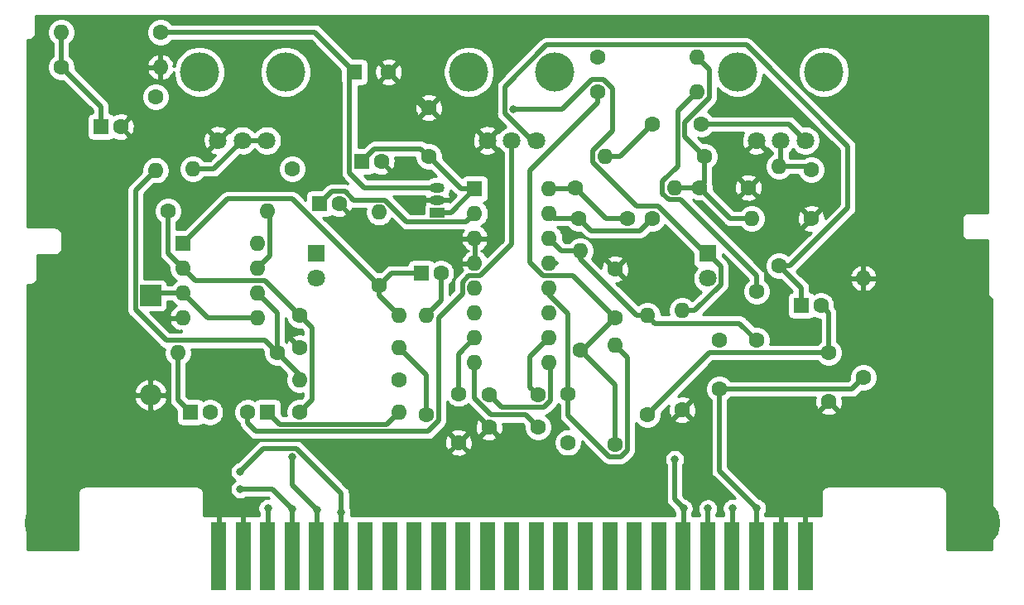
<source format=gbr>
G04 #@! TF.GenerationSoftware,KiCad,Pcbnew,(5.1.7)-1*
G04 #@! TF.CreationDate,2021-01-08T10:37:59-06:00*
G04 #@! TF.ProjectId,ConsolePedalEcho,436f6e73-6f6c-4655-9065-64616c456368,rev?*
G04 #@! TF.SameCoordinates,Original*
G04 #@! TF.FileFunction,Copper,L1,Top*
G04 #@! TF.FilePolarity,Positive*
%FSLAX46Y46*%
G04 Gerber Fmt 4.6, Leading zero omitted, Abs format (unit mm)*
G04 Created by KiCad (PCBNEW (5.1.7)-1) date 2021-01-08 10:37:59*
%MOMM*%
%LPD*%
G01*
G04 APERTURE LIST*
G04 #@! TA.AperFunction,ComponentPad*
%ADD10R,1.800000X1.800000*%
G04 #@! TD*
G04 #@! TA.AperFunction,ComponentPad*
%ADD11C,1.800000*%
G04 #@! TD*
G04 #@! TA.AperFunction,ConnectorPad*
%ADD12R,1.500000X7.000000*%
G04 #@! TD*
G04 #@! TA.AperFunction,ComponentPad*
%ADD13C,5.000000*%
G04 #@! TD*
G04 #@! TA.AperFunction,ComponentPad*
%ADD14C,1.600000*%
G04 #@! TD*
G04 #@! TA.AperFunction,ComponentPad*
%ADD15O,1.600000X1.600000*%
G04 #@! TD*
G04 #@! TA.AperFunction,ComponentPad*
%ADD16R,1.600000X1.600000*%
G04 #@! TD*
G04 #@! TA.AperFunction,ComponentPad*
%ADD17R,2.200000X2.200000*%
G04 #@! TD*
G04 #@! TA.AperFunction,ComponentPad*
%ADD18O,2.200000X2.200000*%
G04 #@! TD*
G04 #@! TA.AperFunction,WasherPad*
%ADD19C,4.000000*%
G04 #@! TD*
G04 #@! TA.AperFunction,ComponentPad*
%ADD20O,1.500000X1.050000*%
G04 #@! TD*
G04 #@! TA.AperFunction,ComponentPad*
%ADD21R,1.500000X1.050000*%
G04 #@! TD*
G04 #@! TA.AperFunction,ViaPad*
%ADD22C,0.800000*%
G04 #@! TD*
G04 #@! TA.AperFunction,Conductor*
%ADD23C,0.500000*%
G04 #@! TD*
G04 #@! TA.AperFunction,Conductor*
%ADD24C,0.254000*%
G04 #@! TD*
G04 #@! TA.AperFunction,Conductor*
%ADD25C,0.100000*%
G04 #@! TD*
G04 APERTURE END LIST*
D10*
G04 #@! TO.P,D2,1*
G04 #@! TO.N,Net-(D2-Pad1)*
X112715000Y-94996000D03*
D11*
G04 #@! TO.P,D2,2*
G04 #@! TO.N,/LEDPower*
X112715000Y-97536000D03*
G04 #@! TD*
G04 #@! TO.P,D3,2*
G04 #@! TO.N,/LEDPower*
X152715000Y-97540000D03*
D10*
G04 #@! TO.P,D3,1*
G04 #@! TO.N,Net-(D2-Pad1)*
X152715000Y-95000000D03*
G04 #@! TD*
D12*
G04 #@! TO.P,J1,1*
G04 #@! TO.N,GND*
X102715000Y-126000000D03*
G04 #@! TO.P,J1,2*
X105215000Y-126000000D03*
G04 #@! TO.P,J1,3*
G04 #@! TO.N,/Input*
X107715000Y-126000000D03*
G04 #@! TO.P,J1,4*
G04 #@! TO.N,/Output*
X110215000Y-126000000D03*
G04 #@! TO.P,J1,5*
G04 #@! TO.N,+9V*
X112715000Y-126000000D03*
G04 #@! TO.P,J1,6*
G04 #@! TO.N,/LEDPower*
X115215000Y-126000000D03*
G04 #@! TO.P,J1,7*
G04 #@! TO.N,N/C*
X117715000Y-126000000D03*
G04 #@! TO.P,J1,8*
X120215000Y-126000000D03*
G04 #@! TO.P,J1,9*
X122715000Y-126000000D03*
G04 #@! TO.P,J1,10*
X125215000Y-126000000D03*
G04 #@! TO.P,J1,11*
X127715000Y-126000000D03*
G04 #@! TO.P,J1,12*
X130215000Y-126000000D03*
G04 #@! TO.P,J1,13*
X132715000Y-126000000D03*
G04 #@! TO.P,J1,14*
X135215000Y-126000000D03*
G04 #@! TO.P,J1,15*
X137715000Y-126000000D03*
G04 #@! TO.P,J1,16*
X140215000Y-126000000D03*
G04 #@! TO.P,J1,17*
X142715000Y-126000000D03*
G04 #@! TO.P,J1,18*
X145215000Y-126000000D03*
G04 #@! TO.P,J1,19*
X147715000Y-126000000D03*
G04 #@! TO.P,J1,20*
G04 #@! TO.N,/LEDPower*
X150215000Y-126000000D03*
G04 #@! TO.P,J1,21*
G04 #@! TO.N,+9V*
X152715000Y-126000000D03*
G04 #@! TO.P,J1,22*
G04 #@! TO.N,/Output*
X155215000Y-126000000D03*
G04 #@! TO.P,J1,23*
G04 #@! TO.N,/Input*
X157715000Y-126000000D03*
G04 #@! TO.P,J1,24*
G04 #@! TO.N,GND*
X160215000Y-126000000D03*
G04 #@! TO.P,J1,25*
X162715000Y-126000000D03*
G04 #@! TD*
D13*
G04 #@! TO.P,H1,1*
G04 #@! TO.N,GND*
X85350000Y-122600000D03*
G04 #@! TD*
G04 #@! TO.P,H2,1*
G04 #@! TO.N,GND*
X180150000Y-122600000D03*
G04 #@! TD*
D14*
G04 #@! TO.P,R21,1*
G04 #@! TO.N,GND*
X150114000Y-110998000D03*
D15*
G04 #@! TO.P,R21,2*
G04 #@! TO.N,Net-(D2-Pad1)*
X150114000Y-100838000D03*
G04 #@! TD*
D16*
G04 #@! TO.P,C1,1*
G04 #@! TO.N,+9V*
X116586000Y-76454000D03*
D14*
G04 #@! TO.P,C1,2*
G04 #@! TO.N,GND*
X120086000Y-76454000D03*
G04 #@! TD*
G04 #@! TO.P,C2,2*
G04 #@! TO.N,GND*
X119348000Y-85598000D03*
D16*
G04 #@! TO.P,C2,1*
G04 #@! TO.N,/+5V*
X117348000Y-85598000D03*
G04 #@! TD*
D14*
G04 #@! TO.P,C3,1*
G04 #@! TO.N,/+5V*
X124206000Y-85090000D03*
G04 #@! TO.P,C3,2*
G04 #@! TO.N,GND*
X124206000Y-80090000D03*
G04 #@! TD*
D16*
G04 #@! TO.P,C4,1*
G04 #@! TO.N,Net-(C4-Pad1)*
X90678000Y-82042000D03*
D14*
G04 #@! TO.P,C4,2*
G04 #@! TO.N,GND*
X92678000Y-82042000D03*
G04 #@! TD*
G04 #@! TO.P,C5,2*
G04 #@! TO.N,GND*
X115030000Y-89916000D03*
D16*
G04 #@! TO.P,C5,1*
G04 #@! TO.N,Net-(C5-Pad1)*
X113030000Y-89916000D03*
G04 #@! TD*
D14*
G04 #@! TO.P,C6,1*
G04 #@! TO.N,Net-(C6-Pad1)*
X127254000Y-109347000D03*
G04 #@! TO.P,C6,2*
G04 #@! TO.N,GND*
X127254000Y-114347000D03*
G04 #@! TD*
G04 #@! TO.P,C7,2*
G04 #@! TO.N,GND*
X130382000Y-112776000D03*
G04 #@! TO.P,C7,1*
G04 #@! TO.N,Net-(C7-Pad1)*
X135382000Y-112776000D03*
G04 #@! TD*
G04 #@! TO.P,C8,1*
G04 #@! TO.N,Net-(C8-Pad1)*
X135382000Y-109474000D03*
G04 #@! TO.P,C8,2*
G04 #@! TO.N,Net-(C8-Pad2)*
X130382000Y-109474000D03*
G04 #@! TD*
G04 #@! TO.P,C9,2*
G04 #@! TO.N,Net-(C9-Pad2)*
X138430000Y-114347000D03*
G04 #@! TO.P,C9,1*
G04 #@! TO.N,Net-(C9-Pad1)*
X138430000Y-109347000D03*
G04 #@! TD*
G04 #@! TO.P,C10,1*
G04 #@! TO.N,Net-(C10-Pad1)*
X143256000Y-101600000D03*
G04 #@! TO.P,C10,2*
G04 #@! TO.N,GND*
X143256000Y-96600000D03*
G04 #@! TD*
G04 #@! TO.P,C11,1*
G04 #@! TO.N,Net-(C11-Pad1)*
X157734000Y-103886000D03*
G04 #@! TO.P,C11,2*
G04 #@! TO.N,Net-(C11-Pad2)*
X157734000Y-98886000D03*
G04 #@! TD*
G04 #@! TO.P,C12,1*
G04 #@! TO.N,Net-(C12-Pad1)*
X165100000Y-105156000D03*
G04 #@! TO.P,C12,2*
G04 #@! TO.N,GND*
X165100000Y-110156000D03*
G04 #@! TD*
G04 #@! TO.P,C13,1*
G04 #@! TO.N,Net-(C13-Pad1)*
X144526000Y-91440000D03*
G04 #@! TO.P,C13,2*
G04 #@! TO.N,Net-(C13-Pad2)*
X139526000Y-91440000D03*
G04 #@! TD*
G04 #@! TO.P,C14,2*
G04 #@! TO.N,GND*
X156892000Y-88265000D03*
G04 #@! TO.P,C14,1*
G04 #@! TO.N,Net-(C14-Pad1)*
X151892000Y-88265000D03*
G04 #@! TD*
G04 #@! TO.P,C15,2*
G04 #@! TO.N,/Input*
X153924000Y-108886000D03*
G04 #@! TO.P,C15,1*
G04 #@! TO.N,Net-(C15-Pad1)*
X153924000Y-103886000D03*
G04 #@! TD*
D15*
G04 #@! TO.P,C16,2*
G04 #@! TO.N,Net-(C16-Pad2)*
X96266000Y-86494000D03*
D14*
G04 #@! TO.P,C16,1*
G04 #@! TO.N,Net-(C16-Pad1)*
X96266000Y-78994000D03*
G04 #@! TD*
G04 #@! TO.P,C17,2*
G04 #@! TO.N,Net-(C17-Pad2)*
X101822000Y-111252000D03*
D16*
G04 #@! TO.P,C17,1*
G04 #@! TO.N,Net-(C16-Pad1)*
X99822000Y-111252000D03*
G04 #@! TD*
G04 #@! TO.P,C18,1*
G04 #@! TO.N,Net-(C18-Pad1)*
X107696000Y-111252000D03*
D14*
G04 #@! TO.P,C18,2*
G04 #@! TO.N,Net-(C18-Pad2)*
X105696000Y-111252000D03*
G04 #@! TD*
G04 #@! TO.P,C19,1*
G04 #@! TO.N,Net-(C19-Pad1)*
X119126000Y-98298000D03*
D15*
G04 #@! TO.P,C19,2*
G04 #@! TO.N,Net-(C19-Pad2)*
X119126000Y-90798000D03*
G04 #@! TD*
D16*
G04 #@! TO.P,C20,1*
G04 #@! TO.N,Net-(C19-Pad1)*
X123444000Y-97028000D03*
D14*
G04 #@! TO.P,C20,2*
G04 #@! TO.N,Net-(C20-Pad2)*
X125444000Y-97028000D03*
G04 #@! TD*
D16*
G04 #@! TO.P,C21,1*
G04 #@! TO.N,Net-(C21-Pad1)*
X162306000Y-100330000D03*
D14*
G04 #@! TO.P,C21,2*
G04 #@! TO.N,Net-(C12-Pad1)*
X164306000Y-100330000D03*
G04 #@! TD*
G04 #@! TO.P,C22,2*
G04 #@! TO.N,Net-(C22-Pad2)*
X163322000Y-86440000D03*
G04 #@! TO.P,C22,1*
G04 #@! TO.N,GND*
X163322000Y-91440000D03*
G04 #@! TD*
G04 #@! TO.P,C23,2*
G04 #@! TO.N,Net-(C23-Pad2)*
X152066000Y-81788000D03*
G04 #@! TO.P,C23,1*
G04 #@! TO.N,Net-(C23-Pad1)*
X147066000Y-81788000D03*
G04 #@! TD*
D17*
G04 #@! TO.P,D1,1*
G04 #@! TO.N,+9V*
X95758000Y-99314000D03*
D18*
G04 #@! TO.P,D1,2*
G04 #@! TO.N,GND*
X95758000Y-109474000D03*
G04 #@! TD*
D14*
G04 #@! TO.P,R1,1*
G04 #@! TO.N,+9V*
X96774000Y-72390000D03*
D15*
G04 #@! TO.P,R1,2*
G04 #@! TO.N,Net-(C4-Pad1)*
X86614000Y-72390000D03*
G04 #@! TD*
D14*
G04 #@! TO.P,R2,1*
G04 #@! TO.N,Net-(C4-Pad1)*
X86614000Y-75946000D03*
D15*
G04 #@! TO.P,R2,2*
G04 #@! TO.N,GND*
X96774000Y-75946000D03*
G04 #@! TD*
G04 #@! TO.P,R3,2*
G04 #@! TO.N,Net-(R3-Pad2)*
X100076000Y-86360000D03*
D14*
G04 #@! TO.P,R3,1*
G04 #@! TO.N,Net-(R3-Pad1)*
X110236000Y-86360000D03*
G04 #@! TD*
D15*
G04 #@! TO.P,R4,2*
G04 #@! TO.N,Net-(C9-Pad1)*
X143256000Y-104394000D03*
D14*
G04 #@! TO.P,R4,1*
G04 #@! TO.N,Net-(C10-Pad1)*
X143256000Y-114554000D03*
G04 #@! TD*
D15*
G04 #@! TO.P,R5,2*
G04 #@! TO.N,Net-(C11-Pad2)*
X151638000Y-78486000D03*
D14*
G04 #@! TO.P,R5,1*
G04 #@! TO.N,Net-(C10-Pad1)*
X141478000Y-78486000D03*
G04 #@! TD*
G04 #@! TO.P,R6,1*
G04 #@! TO.N,Net-(C10-Pad1)*
X139700000Y-104902000D03*
D15*
G04 #@! TO.P,R6,2*
G04 #@! TO.N,Net-(C11-Pad1)*
X139700000Y-94742000D03*
G04 #@! TD*
G04 #@! TO.P,R7,2*
G04 #@! TO.N,Net-(C11-Pad1)*
X146558000Y-101346000D03*
D14*
G04 #@! TO.P,R7,1*
G04 #@! TO.N,Net-(C12-Pad1)*
X146558000Y-111506000D03*
G04 #@! TD*
D15*
G04 #@! TO.P,R8,2*
G04 #@! TO.N,Net-(C14-Pad1)*
X157226000Y-91440000D03*
D14*
G04 #@! TO.P,R8,1*
G04 #@! TO.N,Net-(C13-Pad2)*
X147066000Y-91440000D03*
G04 #@! TD*
G04 #@! TO.P,R9,1*
G04 #@! TO.N,Net-(C13-Pad1)*
X139192000Y-88265000D03*
D15*
G04 #@! TO.P,R9,2*
G04 #@! TO.N,Net-(C14-Pad1)*
X149352000Y-88265000D03*
G04 #@! TD*
G04 #@! TO.P,R10,2*
G04 #@! TO.N,GND*
X168656000Y-97536000D03*
D14*
G04 #@! TO.P,R10,1*
G04 #@! TO.N,/Input*
X168656000Y-107696000D03*
G04 #@! TD*
G04 #@! TO.P,R11,1*
G04 #@! TO.N,Net-(C15-Pad1)*
X121158000Y-107950000D03*
D15*
G04 #@! TO.P,R11,2*
G04 #@! TO.N,Net-(C16-Pad2)*
X110998000Y-107950000D03*
G04 #@! TD*
D14*
G04 #@! TO.P,R12,1*
G04 #@! TO.N,Net-(C16-Pad2)*
X108712000Y-105156000D03*
D15*
G04 #@! TO.P,R12,2*
G04 #@! TO.N,Net-(C16-Pad1)*
X98552000Y-105156000D03*
G04 #@! TD*
G04 #@! TO.P,R13,2*
G04 #@! TO.N,Net-(C16-Pad1)*
X107696000Y-90678000D03*
D14*
G04 #@! TO.P,R13,1*
G04 #@! TO.N,Net-(C19-Pad2)*
X97536000Y-90678000D03*
G04 #@! TD*
G04 #@! TO.P,R14,1*
G04 #@! TO.N,Net-(C17-Pad2)*
X141478000Y-74930000D03*
D15*
G04 #@! TO.P,R14,2*
G04 #@! TO.N,Net-(C14-Pad1)*
X151638000Y-74930000D03*
G04 #@! TD*
D14*
G04 #@! TO.P,R15,1*
G04 #@! TO.N,Net-(C19-Pad2)*
X110998000Y-111252000D03*
D15*
G04 #@! TO.P,R15,2*
G04 #@! TO.N,Net-(C18-Pad1)*
X121158000Y-111252000D03*
G04 #@! TD*
G04 #@! TO.P,R16,2*
G04 #@! TO.N,Net-(C19-Pad1)*
X121158000Y-101346000D03*
D14*
G04 #@! TO.P,R16,1*
G04 #@! TO.N,Net-(C19-Pad2)*
X110998000Y-101346000D03*
G04 #@! TD*
D15*
G04 #@! TO.P,R17,2*
G04 #@! TO.N,Net-(C20-Pad2)*
X123952000Y-101346000D03*
D14*
G04 #@! TO.P,R17,1*
G04 #@! TO.N,/Output*
X123952000Y-111506000D03*
G04 #@! TD*
D15*
G04 #@! TO.P,R18,2*
G04 #@! TO.N,/Output*
X121158000Y-104648000D03*
D14*
G04 #@! TO.P,R18,1*
G04 #@! TO.N,GND*
X110998000Y-104648000D03*
G04 #@! TD*
G04 #@! TO.P,R19,1*
G04 #@! TO.N,Net-(C21-Pad1)*
X160020000Y-96266000D03*
D15*
G04 #@! TO.P,R19,2*
G04 #@! TO.N,Net-(C22-Pad2)*
X160020000Y-86106000D03*
G04 #@! TD*
D14*
G04 #@! TO.P,R20,1*
G04 #@! TO.N,Net-(C14-Pad1)*
X152400000Y-85090000D03*
D15*
G04 #@! TO.P,R20,2*
G04 #@! TO.N,Net-(C23-Pad1)*
X142240000Y-85090000D03*
G04 #@! TD*
D19*
G04 #@! TO.P,RV1,*
G04 #@! TO.N,*
X109539000Y-76439000D03*
X100739000Y-76439000D03*
D11*
G04 #@! TO.P,RV1,1*
G04 #@! TO.N,Net-(R3-Pad2)*
X107639000Y-83439000D03*
G04 #@! TO.P,RV1,2*
X105139000Y-83439000D03*
G04 #@! TO.P,RV1,3*
G04 #@! TO.N,GND*
X102639000Y-83439000D03*
G04 #@! TD*
G04 #@! TO.P,RV2,3*
G04 #@! TO.N,GND*
X130215000Y-83439000D03*
G04 #@! TO.P,RV2,2*
G04 #@! TO.N,Net-(C18-Pad2)*
X132715000Y-83439000D03*
G04 #@! TO.P,RV2,1*
G04 #@! TO.N,Net-(C21-Pad1)*
X135215000Y-83439000D03*
D19*
G04 #@! TO.P,RV2,*
G04 #@! TO.N,*
X128315000Y-76439000D03*
X137115000Y-76439000D03*
G04 #@! TD*
D11*
G04 #@! TO.P,RV3,3*
G04 #@! TO.N,GND*
X157715000Y-83439000D03*
G04 #@! TO.P,RV3,2*
G04 #@! TO.N,Net-(C22-Pad2)*
X160215000Y-83439000D03*
G04 #@! TO.P,RV3,1*
G04 #@! TO.N,Net-(C23-Pad2)*
X162715000Y-83439000D03*
D19*
G04 #@! TO.P,RV3,*
G04 #@! TO.N,*
X155815000Y-76439000D03*
X164615000Y-76439000D03*
G04 #@! TD*
D20*
G04 #@! TO.P,U1,2*
G04 #@! TO.N,GND*
X125095000Y-89535000D03*
G04 #@! TO.P,U1,3*
G04 #@! TO.N,+9V*
X125095000Y-88265000D03*
D21*
G04 #@! TO.P,U1,1*
G04 #@! TO.N,/+5V*
X125095000Y-90805000D03*
G04 #@! TD*
D16*
G04 #@! TO.P,U2,1*
G04 #@! TO.N,/+5V*
X128905000Y-88392000D03*
D15*
G04 #@! TO.P,U2,9*
G04 #@! TO.N,Net-(C8-Pad2)*
X136525000Y-106172000D03*
G04 #@! TO.P,U2,2*
G04 #@! TO.N,Net-(C5-Pad1)*
X128905000Y-90932000D03*
G04 #@! TO.P,U2,10*
G04 #@! TO.N,Net-(C8-Pad1)*
X136525000Y-103632000D03*
G04 #@! TO.P,U2,3*
G04 #@! TO.N,GND*
X128905000Y-93472000D03*
G04 #@! TO.P,U2,11*
G04 #@! TO.N,Net-(C9-Pad2)*
X136525000Y-101092000D03*
G04 #@! TO.P,U2,4*
G04 #@! TO.N,GND*
X128905000Y-96012000D03*
G04 #@! TO.P,U2,12*
G04 #@! TO.N,Net-(C9-Pad1)*
X136525000Y-98552000D03*
G04 #@! TO.P,U2,5*
G04 #@! TO.N,N/C*
X128905000Y-98552000D03*
G04 #@! TO.P,U2,13*
G04 #@! TO.N,Net-(C11-Pad2)*
X136525000Y-96012000D03*
G04 #@! TO.P,U2,6*
G04 #@! TO.N,Net-(R3-Pad1)*
X128905000Y-101092000D03*
G04 #@! TO.P,U2,14*
G04 #@! TO.N,Net-(C11-Pad1)*
X136525000Y-93472000D03*
G04 #@! TO.P,U2,7*
G04 #@! TO.N,Net-(C6-Pad1)*
X128905000Y-103632000D03*
G04 #@! TO.P,U2,15*
G04 #@! TO.N,Net-(C13-Pad2)*
X136525000Y-90932000D03*
G04 #@! TO.P,U2,8*
G04 #@! TO.N,Net-(C7-Pad1)*
X128905000Y-106172000D03*
G04 #@! TO.P,U2,16*
G04 #@! TO.N,Net-(C13-Pad1)*
X136525000Y-88392000D03*
G04 #@! TD*
D16*
G04 #@! TO.P,U3,1*
G04 #@! TO.N,Net-(C19-Pad1)*
X99060000Y-93980000D03*
D15*
G04 #@! TO.P,U3,5*
G04 #@! TO.N,+9V*
X106680000Y-101600000D03*
G04 #@! TO.P,U3,2*
G04 #@! TO.N,Net-(C19-Pad2)*
X99060000Y-96520000D03*
G04 #@! TO.P,U3,6*
G04 #@! TO.N,Net-(C16-Pad2)*
X106680000Y-99060000D03*
G04 #@! TO.P,U3,3*
G04 #@! TO.N,+9V*
X99060000Y-99060000D03*
G04 #@! TO.P,U3,7*
G04 #@! TO.N,Net-(C16-Pad1)*
X106680000Y-96520000D03*
G04 #@! TO.P,U3,4*
G04 #@! TO.N,GND*
X99060000Y-101600000D03*
G04 #@! TO.P,U3,8*
G04 #@! TO.N,+9V*
X106680000Y-93980000D03*
G04 #@! TD*
D22*
G04 #@! TO.N,GND*
X105250000Y-120979000D03*
X160250000Y-120988000D03*
X102750000Y-121038000D03*
X162750000Y-120967000D03*
G04 #@! TO.N,/LEDPower*
X115250000Y-121454000D03*
X150250000Y-121073000D03*
X104902000Y-117348000D03*
X149352000Y-116078000D03*
G04 #@! TO.N,/Input*
X107750000Y-121066000D03*
X157750000Y-121066000D03*
G04 #@! TO.N,/Output*
X110250000Y-121195000D03*
X155250000Y-121068000D03*
X104902000Y-119126000D03*
G04 #@! TO.N,+9V*
X112750000Y-121235000D03*
X152750000Y-121108000D03*
X110236000Y-115824000D03*
G04 #@! TO.N,Net-(D2-Pad1)*
X132842000Y-80264000D03*
G04 #@! TD*
D23*
G04 #@! TO.N,GND*
X105250000Y-126000000D02*
X105250000Y-120979000D01*
X160250000Y-126000000D02*
X160250000Y-120988000D01*
X102750000Y-126000000D02*
X102750000Y-121038000D01*
X162750000Y-126000000D02*
X162750000Y-120967000D01*
X123722000Y-80090000D02*
X124206000Y-80090000D01*
X120086000Y-76454000D02*
X123722000Y-80090000D01*
G04 #@! TO.N,/LEDPower*
X115250000Y-126000000D02*
X115250000Y-121454000D01*
X150250000Y-126000000D02*
X150250000Y-121073000D01*
X115250000Y-119579998D02*
X115250000Y-121454000D01*
X110644001Y-114973999D02*
X115250000Y-119579998D01*
X107276001Y-114973999D02*
X110644001Y-114973999D01*
X104902000Y-117348000D02*
X107276001Y-114973999D01*
X149352000Y-120175000D02*
X150250000Y-121073000D01*
X149352000Y-116078000D02*
X149352000Y-120175000D01*
G04 #@! TO.N,/Input*
X107750000Y-126000000D02*
X107750000Y-121066000D01*
X157750000Y-126000000D02*
X157750000Y-121066000D01*
X153924000Y-117240000D02*
X157750000Y-121066000D01*
X153924000Y-108886000D02*
X153924000Y-117240000D01*
X167466000Y-108886000D02*
X168656000Y-107696000D01*
X153924000Y-108886000D02*
X167466000Y-108886000D01*
G04 #@! TO.N,/Output*
X110250000Y-126000000D02*
X110250000Y-121195000D01*
X155250000Y-126000000D02*
X155250000Y-121068000D01*
X123952000Y-107442000D02*
X123952000Y-111506000D01*
X121158000Y-104648000D02*
X123952000Y-107442000D01*
X108181000Y-119126000D02*
X110250000Y-121195000D01*
X104902000Y-119126000D02*
X108181000Y-119126000D01*
G04 #@! TO.N,+9V*
X112750000Y-126000000D02*
X112750000Y-121235000D01*
X152750000Y-126000000D02*
X152750000Y-121108000D01*
X112522000Y-72390000D02*
X116586000Y-76454000D01*
X96774000Y-72390000D02*
X112522000Y-72390000D01*
X101600000Y-101600000D02*
X99060000Y-99060000D01*
X106680000Y-101600000D02*
X101600000Y-101600000D01*
X96012000Y-99060000D02*
X95758000Y-99314000D01*
X99060000Y-99060000D02*
X96012000Y-99060000D01*
X116097999Y-76942001D02*
X116586000Y-76454000D01*
X116097999Y-86758001D02*
X116097999Y-76942001D01*
X117604998Y-88265000D02*
X116097999Y-86758001D01*
X125095000Y-88265000D02*
X117604998Y-88265000D01*
X110236000Y-118721000D02*
X112750000Y-121235000D01*
X110236000Y-115824000D02*
X110236000Y-118721000D01*
G04 #@! TO.N,/+5V*
X127508000Y-88392000D02*
X124206000Y-85090000D01*
X128905000Y-88392000D02*
X127508000Y-88392000D01*
X126492000Y-90805000D02*
X125095000Y-90805000D01*
X128905000Y-88392000D02*
X126492000Y-90805000D01*
X118655999Y-84290001D02*
X117348000Y-85598000D01*
X123406001Y-84290001D02*
X118655999Y-84290001D01*
X124206000Y-85090000D02*
X123406001Y-84290001D01*
G04 #@! TO.N,Net-(C4-Pad1)*
X86614000Y-75946000D02*
X86614000Y-72390000D01*
X90678000Y-80010000D02*
X86614000Y-75946000D01*
X90678000Y-82042000D02*
X90678000Y-80010000D01*
G04 #@! TO.N,Net-(C5-Pad1)*
X114280001Y-88665999D02*
X113030000Y-89916000D01*
X116512001Y-89547999D02*
X115630001Y-88665999D01*
X121958003Y-91780001D02*
X119726001Y-89547999D01*
X128056999Y-91780001D02*
X121958003Y-91780001D01*
X115630001Y-88665999D02*
X114280001Y-88665999D01*
X119726001Y-89547999D02*
X116512001Y-89547999D01*
X128905000Y-90932000D02*
X128056999Y-91780001D01*
G04 #@! TO.N,Net-(C6-Pad1)*
X127254000Y-105283000D02*
X128905000Y-103632000D01*
X127254000Y-109347000D02*
X127254000Y-105283000D01*
G04 #@! TO.N,Net-(C7-Pad1)*
X128905000Y-109847002D02*
X128905000Y-106172000D01*
X130583997Y-111525999D02*
X128905000Y-109847002D01*
X134131999Y-111525999D02*
X130583997Y-111525999D01*
X135382000Y-112776000D02*
X134131999Y-111525999D01*
G04 #@! TO.N,Net-(C8-Pad1)*
X134582001Y-108674001D02*
X135382000Y-109474000D01*
X134582001Y-105574999D02*
X134582001Y-108674001D01*
X136525000Y-103632000D02*
X134582001Y-105574999D01*
G04 #@! TO.N,Net-(C8-Pad2)*
X131632001Y-110724001D02*
X130382000Y-109474000D01*
X136632001Y-110074001D02*
X135982001Y-110724001D01*
X135982001Y-110724001D02*
X131632001Y-110724001D01*
X136632001Y-106279001D02*
X136632001Y-110074001D01*
X136525000Y-106172000D02*
X136632001Y-106279001D01*
G04 #@! TO.N,Net-(C9-Pad1)*
X138430000Y-111578002D02*
X138430000Y-109347000D01*
X143856001Y-115804001D02*
X142655999Y-115804001D01*
X144506001Y-115154001D02*
X143856001Y-115804001D01*
X144506001Y-105644001D02*
X144506001Y-115154001D01*
X142655999Y-115804001D02*
X138430000Y-111578002D01*
X143256000Y-104394000D02*
X144506001Y-105644001D01*
X136525000Y-99241998D02*
X136525000Y-98552000D01*
X138430000Y-101146998D02*
X136525000Y-99241998D01*
X138430000Y-109347000D02*
X138430000Y-101146998D01*
G04 #@! TO.N,Net-(C10-Pad1)*
X143256000Y-108458000D02*
X139700000Y-104902000D01*
X143256000Y-114554000D02*
X143256000Y-108458000D01*
X139954000Y-104902000D02*
X143256000Y-101600000D01*
X139700000Y-104902000D02*
X139954000Y-104902000D01*
X141478000Y-79617370D02*
X141478000Y-78486000D01*
X134574989Y-86520381D02*
X141478000Y-79617370D01*
X134574989Y-95911991D02*
X134574989Y-86520381D01*
X135924999Y-97262001D02*
X134574989Y-95911991D01*
X138918001Y-97262001D02*
X135924999Y-97262001D01*
X143256000Y-101600000D02*
X138918001Y-97262001D01*
G04 #@! TO.N,Net-(C11-Pad1)*
X137795000Y-94742000D02*
X136525000Y-93472000D01*
X139700000Y-94742000D02*
X137795000Y-94742000D01*
X139700000Y-95619370D02*
X139700000Y-94742000D01*
X145426630Y-101346000D02*
X139700000Y-95619370D01*
X146558000Y-101346000D02*
X145426630Y-101346000D01*
X155993999Y-102145999D02*
X157734000Y-103886000D01*
X147357999Y-102145999D02*
X155993999Y-102145999D01*
X146558000Y-101346000D02*
X147357999Y-102145999D01*
G04 #@! TO.N,Net-(C11-Pad2)*
X136525000Y-96012000D02*
X137214998Y-96012000D01*
X149687991Y-80436009D02*
X151638000Y-78486000D01*
X149687991Y-86079007D02*
X149687991Y-80436009D01*
X148101999Y-87664999D02*
X149687991Y-86079007D01*
X148101999Y-88865001D02*
X148101999Y-87664999D01*
X148751999Y-89515001D02*
X148101999Y-88865001D01*
X149952001Y-89515001D02*
X148751999Y-89515001D01*
X157734000Y-97297000D02*
X149952001Y-89515001D01*
X157734000Y-98886000D02*
X157734000Y-97297000D01*
G04 #@! TO.N,Net-(C12-Pad1)*
X165100000Y-101124000D02*
X164306000Y-100330000D01*
X165100000Y-105156000D02*
X165100000Y-101124000D01*
X152908000Y-105156000D02*
X146558000Y-111506000D01*
X165100000Y-105156000D02*
X152908000Y-105156000D01*
G04 #@! TO.N,Net-(C13-Pad1)*
X139065000Y-88392000D02*
X139192000Y-88265000D01*
X136525000Y-88392000D02*
X139065000Y-88392000D01*
X142367000Y-91440000D02*
X139192000Y-88265000D01*
X144526000Y-91440000D02*
X142367000Y-91440000D01*
G04 #@! TO.N,Net-(C13-Pad2)*
X137033000Y-91440000D02*
X136525000Y-90932000D01*
X139526000Y-91440000D02*
X137033000Y-91440000D01*
X145815999Y-92690001D02*
X147066000Y-91440000D01*
X140776001Y-92690001D02*
X145815999Y-92690001D01*
X139526000Y-91440000D02*
X140776001Y-92690001D01*
G04 #@! TO.N,Net-(C14-Pad1)*
X152400000Y-87757000D02*
X151892000Y-88265000D01*
X152400000Y-85090000D02*
X152400000Y-87757000D01*
X151892000Y-88265000D02*
X149352000Y-88265000D01*
X155067000Y-91440000D02*
X151892000Y-88265000D01*
X157226000Y-91440000D02*
X155067000Y-91440000D01*
X152888001Y-76180001D02*
X151638000Y-74930000D01*
X150387999Y-81586003D02*
X152888001Y-79086001D01*
X152888001Y-79086001D02*
X152888001Y-76180001D01*
X150387999Y-83077999D02*
X150387999Y-81586003D01*
X152400000Y-85090000D02*
X150387999Y-83077999D01*
G04 #@! TO.N,Net-(C16-Pad2)*
X110998000Y-107442000D02*
X108712000Y-105156000D01*
X110998000Y-107950000D02*
X110998000Y-107442000D01*
X108712000Y-101092000D02*
X106680000Y-99060000D01*
X108712000Y-105156000D02*
X108712000Y-101092000D01*
X107461999Y-103905999D02*
X108712000Y-105156000D01*
X97339997Y-103905999D02*
X107461999Y-103905999D01*
X94207999Y-100774001D02*
X97339997Y-103905999D01*
X94207999Y-88552001D02*
X94207999Y-100774001D01*
X96266000Y-86494000D02*
X94207999Y-88552001D01*
G04 #@! TO.N,Net-(C16-Pad1)*
X107930001Y-90912001D02*
X107696000Y-90678000D01*
X107930001Y-95269999D02*
X107930001Y-90912001D01*
X106680000Y-96520000D02*
X107930001Y-95269999D01*
X98552000Y-109982000D02*
X99822000Y-111252000D01*
X98552000Y-105156000D02*
X98552000Y-109982000D01*
G04 #@! TO.N,Net-(C18-Pad1)*
X108946001Y-112502001D02*
X107696000Y-111252000D01*
X119907999Y-112502001D02*
X108946001Y-112502001D01*
X121158000Y-111252000D02*
X119907999Y-112502001D01*
G04 #@! TO.N,Net-(C18-Pad2)*
X124105991Y-113202011D02*
X106514641Y-113202011D01*
X125202001Y-112106001D02*
X124105991Y-113202011D01*
X125202001Y-101565001D02*
X125202001Y-112106001D01*
X127654999Y-99112003D02*
X125202001Y-101565001D01*
X106514641Y-113202011D02*
X105696000Y-112383370D01*
X127654999Y-97951999D02*
X127654999Y-99112003D01*
X128304999Y-97301999D02*
X127654999Y-97951999D01*
X129465003Y-97301999D02*
X128304999Y-97301999D01*
X105696000Y-112383370D02*
X105696000Y-111252000D01*
X132715000Y-94052002D02*
X129465003Y-97301999D01*
X132715000Y-83439000D02*
X132715000Y-94052002D01*
G04 #@! TO.N,Net-(C19-Pad1)*
X119126000Y-99314000D02*
X121158000Y-101346000D01*
X119126000Y-98298000D02*
X119126000Y-99314000D01*
X120396000Y-97028000D02*
X119126000Y-98298000D01*
X123444000Y-97028000D02*
X120396000Y-97028000D01*
X103612001Y-89427999D02*
X99060000Y-93980000D01*
X110255999Y-89427999D02*
X103612001Y-89427999D01*
X119126000Y-98298000D02*
X110255999Y-89427999D01*
G04 #@! TO.N,Net-(C19-Pad2)*
X112248001Y-102596001D02*
X110998000Y-101346000D01*
X112248001Y-110001999D02*
X112248001Y-102596001D01*
X110998000Y-111252000D02*
X112248001Y-110001999D01*
X100349999Y-97809999D02*
X99060000Y-96520000D01*
X107461999Y-97809999D02*
X100349999Y-97809999D01*
X110998000Y-101346000D02*
X107461999Y-97809999D01*
X97536000Y-94996000D02*
X97536000Y-90678000D01*
X99060000Y-96520000D02*
X97536000Y-94996000D01*
G04 #@! TO.N,Net-(C20-Pad2)*
X125444000Y-99854000D02*
X123952000Y-101346000D01*
X125444000Y-97028000D02*
X125444000Y-99854000D01*
G04 #@! TO.N,Net-(C21-Pad1)*
X160346002Y-96266000D02*
X160020000Y-96266000D01*
X162306000Y-98552000D02*
X160020000Y-96266000D01*
X162306000Y-100330000D02*
X162306000Y-98552000D01*
X134758998Y-83439000D02*
X135215000Y-83439000D01*
X131991999Y-77935999D02*
X131991999Y-80672001D01*
X136247999Y-73679999D02*
X131991999Y-77935999D01*
X156682001Y-73679999D02*
X136247999Y-73679999D01*
X167065001Y-84062999D02*
X156682001Y-73679999D01*
X167065001Y-90352369D02*
X167065001Y-84062999D01*
X161151370Y-96266000D02*
X167065001Y-90352369D01*
X131991999Y-80672001D02*
X134758998Y-83439000D01*
X160020000Y-96266000D02*
X161151370Y-96266000D01*
G04 #@! TO.N,Net-(C22-Pad2)*
X162988000Y-86106000D02*
X163322000Y-86440000D01*
X160020000Y-86106000D02*
X162988000Y-86106000D01*
X160215000Y-85911000D02*
X160020000Y-86106000D01*
X160215000Y-83439000D02*
X160215000Y-85911000D01*
G04 #@! TO.N,Net-(C23-Pad2)*
X161064000Y-81788000D02*
X152066000Y-81788000D01*
X162715000Y-83439000D02*
X161064000Y-81788000D01*
G04 #@! TO.N,Net-(C23-Pad1)*
X143764000Y-85090000D02*
X147066000Y-81788000D01*
X142240000Y-85090000D02*
X143764000Y-85090000D01*
G04 #@! TO.N,Net-(D2-Pad1)*
X140877999Y-77235999D02*
X137849998Y-80264000D01*
X142078001Y-77235999D02*
X140877999Y-77235999D01*
X140989999Y-84489999D02*
X143002000Y-82477998D01*
X140989999Y-85690001D02*
X140989999Y-84489999D01*
X143002000Y-78159998D02*
X142078001Y-77235999D01*
X145489997Y-90189999D02*
X140989999Y-85690001D01*
X147666001Y-90189999D02*
X145489997Y-90189999D01*
X152476002Y-95000000D02*
X147666001Y-90189999D01*
X137849998Y-80264000D02*
X132842000Y-80264000D01*
X143002000Y-82477998D02*
X143002000Y-78159998D01*
X152715000Y-95000000D02*
X152476002Y-95000000D01*
X151415002Y-100838000D02*
X150114000Y-100838000D01*
X154065001Y-98188001D02*
X151415002Y-100838000D01*
X154065001Y-96350001D02*
X154065001Y-98188001D01*
X152715000Y-95000000D02*
X154065001Y-96350001D01*
G04 #@! TO.N,Net-(R3-Pad2)*
X100076000Y-86360000D02*
X100076000Y-86002000D01*
X107639000Y-83439000D02*
X105139000Y-83439000D01*
X102218000Y-86360000D02*
X100076000Y-86360000D01*
X105139000Y-83439000D02*
X102218000Y-86360000D01*
G04 #@! TD*
D24*
G04 #@! TO.N,GND*
X181323001Y-90823000D02*
X179433252Y-90823000D01*
X179400000Y-90819725D01*
X179366748Y-90823000D01*
X179267285Y-90832796D01*
X179139670Y-90871508D01*
X179022059Y-90934372D01*
X178918973Y-91018973D01*
X178834372Y-91122059D01*
X178771508Y-91239670D01*
X178732796Y-91367285D01*
X178719725Y-91500000D01*
X178723001Y-91533262D01*
X178723000Y-92966747D01*
X178719725Y-93000000D01*
X178732796Y-93132715D01*
X178771508Y-93260330D01*
X178834372Y-93377941D01*
X178918973Y-93481027D01*
X179008268Y-93554310D01*
X179022059Y-93565628D01*
X179139670Y-93628492D01*
X179267285Y-93667204D01*
X179400000Y-93680275D01*
X179433252Y-93677000D01*
X181323000Y-93677000D01*
X181323001Y-98966738D01*
X181319725Y-99000000D01*
X181332796Y-99132715D01*
X181371508Y-99260330D01*
X181434372Y-99377941D01*
X181518973Y-99481027D01*
X181622059Y-99565628D01*
X181739670Y-99628492D01*
X181823001Y-99653770D01*
X181823000Y-125323000D01*
X177177000Y-125323000D01*
X177177000Y-119533252D01*
X177180275Y-119500000D01*
X177167204Y-119367285D01*
X177128492Y-119239670D01*
X177065628Y-119122059D01*
X176981027Y-119018973D01*
X176877941Y-118934372D01*
X176760330Y-118871508D01*
X176632715Y-118832796D01*
X176533252Y-118823000D01*
X176500000Y-118819725D01*
X176466748Y-118823000D01*
X165033252Y-118823000D01*
X165000000Y-118819725D01*
X164966748Y-118823000D01*
X164867285Y-118832796D01*
X164739670Y-118871508D01*
X164622059Y-118934372D01*
X164518973Y-119018973D01*
X164434372Y-119122059D01*
X164371508Y-119239670D01*
X164332796Y-119367285D01*
X164319725Y-119500000D01*
X164323001Y-119533262D01*
X164323001Y-121793000D01*
X158627000Y-121793000D01*
X158627000Y-121602027D01*
X158660115Y-121552467D01*
X158737533Y-121365565D01*
X158777000Y-121167151D01*
X158777000Y-120964849D01*
X158737533Y-120766435D01*
X158660115Y-120579533D01*
X158547723Y-120411326D01*
X158404674Y-120268277D01*
X158236467Y-120155885D01*
X158049565Y-120078467D01*
X157991104Y-120066838D01*
X154801000Y-116876735D01*
X154801000Y-111148702D01*
X164286903Y-111148702D01*
X164358486Y-111392671D01*
X164613996Y-111513571D01*
X164888184Y-111582300D01*
X165170512Y-111596217D01*
X165450130Y-111554787D01*
X165716292Y-111459603D01*
X165841514Y-111392671D01*
X165913097Y-111148702D01*
X165100000Y-110335605D01*
X164286903Y-111148702D01*
X154801000Y-111148702D01*
X154801000Y-110016247D01*
X154833660Y-109994424D01*
X155032424Y-109795660D01*
X155054247Y-109763000D01*
X163719116Y-109763000D01*
X163673700Y-109944184D01*
X163659783Y-110226512D01*
X163701213Y-110506130D01*
X163796397Y-110772292D01*
X163863329Y-110897514D01*
X164107298Y-110969097D01*
X164920395Y-110156000D01*
X164906253Y-110141858D01*
X165085858Y-109962253D01*
X165100000Y-109976395D01*
X165114143Y-109962253D01*
X165293748Y-110141858D01*
X165279605Y-110156000D01*
X166092702Y-110969097D01*
X166336671Y-110897514D01*
X166457571Y-110642004D01*
X166526300Y-110367816D01*
X166540217Y-110085488D01*
X166498787Y-109805870D01*
X166483456Y-109763000D01*
X167422921Y-109763000D01*
X167466000Y-109767243D01*
X167509079Y-109763000D01*
X167637922Y-109750310D01*
X167803237Y-109700162D01*
X167955592Y-109618727D01*
X168089133Y-109509133D01*
X168116596Y-109475669D01*
X168476928Y-109115337D01*
X168515453Y-109123000D01*
X168796547Y-109123000D01*
X169072241Y-109068162D01*
X169331938Y-108960591D01*
X169565660Y-108804424D01*
X169764424Y-108605660D01*
X169920591Y-108371938D01*
X170028162Y-108112241D01*
X170083000Y-107836547D01*
X170083000Y-107555453D01*
X170028162Y-107279759D01*
X169920591Y-107020062D01*
X169764424Y-106786340D01*
X169565660Y-106587576D01*
X169331938Y-106431409D01*
X169072241Y-106323838D01*
X168796547Y-106269000D01*
X168515453Y-106269000D01*
X168239759Y-106323838D01*
X167980062Y-106431409D01*
X167746340Y-106587576D01*
X167547576Y-106786340D01*
X167391409Y-107020062D01*
X167283838Y-107279759D01*
X167229000Y-107555453D01*
X167229000Y-107836547D01*
X167236663Y-107875072D01*
X167102735Y-108009000D01*
X155054247Y-108009000D01*
X155032424Y-107976340D01*
X154833660Y-107777576D01*
X154599938Y-107621409D01*
X154340241Y-107513838D01*
X154064547Y-107459000D01*
X153783453Y-107459000D01*
X153507759Y-107513838D01*
X153248062Y-107621409D01*
X153014340Y-107777576D01*
X152815576Y-107976340D01*
X152659409Y-108210062D01*
X152551838Y-108469759D01*
X152497000Y-108745453D01*
X152497000Y-109026547D01*
X152551838Y-109302241D01*
X152659409Y-109561938D01*
X152815576Y-109795660D01*
X153014340Y-109994424D01*
X153047000Y-110016247D01*
X153047001Y-117196910D01*
X153042757Y-117240000D01*
X153059690Y-117411922D01*
X153109838Y-117577236D01*
X153191274Y-117729592D01*
X153273406Y-117829671D01*
X153273409Y-117829674D01*
X153300868Y-117863133D01*
X153334327Y-117890592D01*
X155517904Y-120074169D01*
X155351151Y-120041000D01*
X155148849Y-120041000D01*
X154950435Y-120080467D01*
X154763533Y-120157885D01*
X154595326Y-120270277D01*
X154452277Y-120413326D01*
X154339885Y-120581533D01*
X154262467Y-120768435D01*
X154223000Y-120966849D01*
X154223000Y-121169151D01*
X154262467Y-121367565D01*
X154339885Y-121554467D01*
X154373001Y-121604029D01*
X154373001Y-121793000D01*
X153627000Y-121793000D01*
X153627000Y-121644027D01*
X153660115Y-121594467D01*
X153737533Y-121407565D01*
X153777000Y-121209151D01*
X153777000Y-121006849D01*
X153737533Y-120808435D01*
X153660115Y-120621533D01*
X153547723Y-120453326D01*
X153404674Y-120310277D01*
X153236467Y-120197885D01*
X153049565Y-120120467D01*
X152851151Y-120081000D01*
X152648849Y-120081000D01*
X152450435Y-120120467D01*
X152263533Y-120197885D01*
X152095326Y-120310277D01*
X151952277Y-120453326D01*
X151839885Y-120621533D01*
X151762467Y-120808435D01*
X151723000Y-121006849D01*
X151723000Y-121209151D01*
X151762467Y-121407565D01*
X151839885Y-121594467D01*
X151873001Y-121644029D01*
X151873001Y-121793000D01*
X151127000Y-121793000D01*
X151127000Y-121609027D01*
X151160115Y-121559467D01*
X151237533Y-121372565D01*
X151277000Y-121174151D01*
X151277000Y-120971849D01*
X151237533Y-120773435D01*
X151160115Y-120586533D01*
X151047723Y-120418326D01*
X150904674Y-120275277D01*
X150736467Y-120162885D01*
X150549565Y-120085467D01*
X150491104Y-120073838D01*
X150229000Y-119811735D01*
X150229000Y-116614027D01*
X150262115Y-116564467D01*
X150339533Y-116377565D01*
X150379000Y-116179151D01*
X150379000Y-115976849D01*
X150339533Y-115778435D01*
X150262115Y-115591533D01*
X150149723Y-115423326D01*
X150006674Y-115280277D01*
X149838467Y-115167885D01*
X149651565Y-115090467D01*
X149453151Y-115051000D01*
X149250849Y-115051000D01*
X149052435Y-115090467D01*
X148865533Y-115167885D01*
X148697326Y-115280277D01*
X148554277Y-115423326D01*
X148441885Y-115591533D01*
X148364467Y-115778435D01*
X148325000Y-115976849D01*
X148325000Y-116179151D01*
X148364467Y-116377565D01*
X148441885Y-116564467D01*
X148475000Y-116614027D01*
X148475001Y-120131911D01*
X148470757Y-120175000D01*
X148487690Y-120346922D01*
X148537838Y-120512236D01*
X148619274Y-120664592D01*
X148701406Y-120764671D01*
X148701409Y-120764674D01*
X148728868Y-120798133D01*
X148762327Y-120825592D01*
X149250838Y-121314104D01*
X149262467Y-121372565D01*
X149339885Y-121559467D01*
X149373001Y-121609029D01*
X149373001Y-121793000D01*
X116221198Y-121793000D01*
X116237533Y-121753565D01*
X116277000Y-121555151D01*
X116277000Y-121352849D01*
X116237533Y-121154435D01*
X116160115Y-120967533D01*
X116127000Y-120917973D01*
X116127000Y-119623067D01*
X116131242Y-119579997D01*
X116127000Y-119536928D01*
X116127000Y-119536919D01*
X116114310Y-119408076D01*
X116064162Y-119242761D01*
X115982727Y-119090406D01*
X115873133Y-118956865D01*
X115839669Y-118929402D01*
X112249969Y-115339702D01*
X126440903Y-115339702D01*
X126512486Y-115583671D01*
X126767996Y-115704571D01*
X127042184Y-115773300D01*
X127324512Y-115787217D01*
X127604130Y-115745787D01*
X127870292Y-115650603D01*
X127995514Y-115583671D01*
X128067097Y-115339702D01*
X127254000Y-114526605D01*
X126440903Y-115339702D01*
X112249969Y-115339702D01*
X111327779Y-114417512D01*
X125813783Y-114417512D01*
X125855213Y-114697130D01*
X125950397Y-114963292D01*
X126017329Y-115088514D01*
X126261298Y-115160097D01*
X127074395Y-114347000D01*
X127433605Y-114347000D01*
X128246702Y-115160097D01*
X128490671Y-115088514D01*
X128611571Y-114833004D01*
X128680300Y-114558816D01*
X128694217Y-114276488D01*
X128652787Y-113996870D01*
X128571191Y-113768702D01*
X129568903Y-113768702D01*
X129640486Y-114012671D01*
X129895996Y-114133571D01*
X130170184Y-114202300D01*
X130452512Y-114216217D01*
X130732130Y-114174787D01*
X130998292Y-114079603D01*
X131123514Y-114012671D01*
X131195097Y-113768702D01*
X130382000Y-112955605D01*
X129568903Y-113768702D01*
X128571191Y-113768702D01*
X128557603Y-113730708D01*
X128490671Y-113605486D01*
X128246702Y-113533903D01*
X127433605Y-114347000D01*
X127074395Y-114347000D01*
X126261298Y-113533903D01*
X126017329Y-113605486D01*
X125896429Y-113860996D01*
X125827700Y-114135184D01*
X125813783Y-114417512D01*
X111327779Y-114417512D01*
X111294598Y-114384331D01*
X111267134Y-114350866D01*
X111133593Y-114241272D01*
X110981238Y-114159837D01*
X110815923Y-114109689D01*
X110687080Y-114096999D01*
X110644001Y-114092756D01*
X110600922Y-114096999D01*
X107319070Y-114096999D01*
X107276000Y-114092757D01*
X107232931Y-114096999D01*
X107232922Y-114096999D01*
X107104079Y-114109689D01*
X106938764Y-114159837D01*
X106786409Y-114241272D01*
X106652868Y-114350866D01*
X106625404Y-114384331D01*
X104660897Y-116348838D01*
X104602435Y-116360467D01*
X104415533Y-116437885D01*
X104247326Y-116550277D01*
X104104277Y-116693326D01*
X103991885Y-116861533D01*
X103914467Y-117048435D01*
X103875000Y-117246849D01*
X103875000Y-117449151D01*
X103914467Y-117647565D01*
X103991885Y-117834467D01*
X104104277Y-118002674D01*
X104247326Y-118145723D01*
X104383932Y-118237000D01*
X104247326Y-118328277D01*
X104104277Y-118471326D01*
X103991885Y-118639533D01*
X103914467Y-118826435D01*
X103875000Y-119024849D01*
X103875000Y-119227151D01*
X103914467Y-119425565D01*
X103991885Y-119612467D01*
X104104277Y-119780674D01*
X104247326Y-119923723D01*
X104415533Y-120036115D01*
X104602435Y-120113533D01*
X104800849Y-120153000D01*
X105003151Y-120153000D01*
X105201565Y-120113533D01*
X105388467Y-120036115D01*
X105438027Y-120003000D01*
X107817735Y-120003000D01*
X107854376Y-120039642D01*
X107851151Y-120039000D01*
X107648849Y-120039000D01*
X107450435Y-120078467D01*
X107263533Y-120155885D01*
X107095326Y-120268277D01*
X106952277Y-120411326D01*
X106839885Y-120579533D01*
X106762467Y-120766435D01*
X106723000Y-120964849D01*
X106723000Y-121167151D01*
X106762467Y-121365565D01*
X106839885Y-121552467D01*
X106873001Y-121602029D01*
X106873001Y-121793000D01*
X101177000Y-121793000D01*
X101177000Y-119533252D01*
X101180275Y-119500000D01*
X101167204Y-119367285D01*
X101128492Y-119239670D01*
X101065628Y-119122059D01*
X100981027Y-119018973D01*
X100877941Y-118934372D01*
X100760330Y-118871508D01*
X100632715Y-118832796D01*
X100533252Y-118823000D01*
X100500000Y-118819725D01*
X100466748Y-118823000D01*
X89033252Y-118823000D01*
X89000000Y-118819725D01*
X88966748Y-118823000D01*
X88867285Y-118832796D01*
X88739670Y-118871508D01*
X88622059Y-118934372D01*
X88518973Y-119018973D01*
X88434372Y-119122059D01*
X88371508Y-119239670D01*
X88332796Y-119367285D01*
X88319725Y-119500000D01*
X88323000Y-119533252D01*
X88323001Y-125323000D01*
X83177000Y-125323000D01*
X83177000Y-109870123D01*
X94068821Y-109870123D01*
X94178558Y-110192054D01*
X94348992Y-110486391D01*
X94573573Y-110741822D01*
X94843671Y-110948531D01*
X95148906Y-111098575D01*
X95361878Y-111163175D01*
X95631000Y-111045125D01*
X95631000Y-109601000D01*
X95885000Y-109601000D01*
X95885000Y-111045125D01*
X96154122Y-111163175D01*
X96367094Y-111098575D01*
X96672329Y-110948531D01*
X96942427Y-110741822D01*
X97167008Y-110486391D01*
X97337442Y-110192054D01*
X97447179Y-109870123D01*
X97329600Y-109601000D01*
X95885000Y-109601000D01*
X95631000Y-109601000D01*
X94186400Y-109601000D01*
X94068821Y-109870123D01*
X83177000Y-109870123D01*
X83177000Y-109077877D01*
X94068821Y-109077877D01*
X94186400Y-109347000D01*
X95631000Y-109347000D01*
X95631000Y-107902875D01*
X95885000Y-107902875D01*
X95885000Y-109347000D01*
X97329600Y-109347000D01*
X97447179Y-109077877D01*
X97337442Y-108755946D01*
X97167008Y-108461609D01*
X96942427Y-108206178D01*
X96672329Y-107999469D01*
X96367094Y-107849425D01*
X96154122Y-107784825D01*
X95885000Y-107902875D01*
X95631000Y-107902875D01*
X95361878Y-107784825D01*
X95148906Y-107849425D01*
X94843671Y-107999469D01*
X94573573Y-108206178D01*
X94348992Y-108461609D01*
X94178558Y-108755946D01*
X94068821Y-109077877D01*
X83177000Y-109077877D01*
X83177000Y-98177000D01*
X83466748Y-98177000D01*
X83500000Y-98180275D01*
X83533252Y-98177000D01*
X83632715Y-98167204D01*
X83760330Y-98128492D01*
X83877941Y-98065628D01*
X83981027Y-97981027D01*
X84065628Y-97877941D01*
X84128492Y-97760330D01*
X84167204Y-97632715D01*
X84180275Y-97500000D01*
X84177000Y-97466748D01*
X84177000Y-95177000D01*
X85966748Y-95177000D01*
X86000000Y-95180275D01*
X86033252Y-95177000D01*
X86132715Y-95167204D01*
X86260330Y-95128492D01*
X86377941Y-95065628D01*
X86481027Y-94981027D01*
X86565628Y-94877941D01*
X86628492Y-94760330D01*
X86667204Y-94632715D01*
X86680275Y-94500000D01*
X86677000Y-94466748D01*
X86677000Y-93033251D01*
X86680275Y-93000000D01*
X86667204Y-92867285D01*
X86628492Y-92739670D01*
X86565628Y-92622059D01*
X86481027Y-92518973D01*
X86377941Y-92434372D01*
X86260330Y-92371508D01*
X86132715Y-92332796D01*
X86033252Y-92323000D01*
X86000000Y-92319725D01*
X85966748Y-92323000D01*
X83177000Y-92323000D01*
X83177000Y-88552001D01*
X93326756Y-88552001D01*
X93330999Y-88595081D01*
X93331000Y-100730911D01*
X93326756Y-100774001D01*
X93343689Y-100945923D01*
X93393837Y-101111237D01*
X93475273Y-101263593D01*
X93557405Y-101363672D01*
X93557408Y-101363675D01*
X93584867Y-101397134D01*
X93618326Y-101424593D01*
X96689405Y-104495673D01*
X96716864Y-104529132D01*
X96750323Y-104556591D01*
X96750325Y-104556593D01*
X96775786Y-104577488D01*
X96850405Y-104638726D01*
X96985039Y-104710689D01*
X97002760Y-104720161D01*
X97168074Y-104770309D01*
X97173652Y-104770858D01*
X97125000Y-105015453D01*
X97125000Y-105296547D01*
X97179838Y-105572241D01*
X97287409Y-105831938D01*
X97443576Y-106065660D01*
X97642340Y-106264424D01*
X97675000Y-106286247D01*
X97675001Y-109938911D01*
X97670757Y-109982000D01*
X97687690Y-110153922D01*
X97737838Y-110319236D01*
X97819274Y-110471592D01*
X97901406Y-110571671D01*
X97901409Y-110571674D01*
X97928868Y-110605133D01*
X97962327Y-110632592D01*
X98391967Y-111062232D01*
X98391967Y-112052000D01*
X98404073Y-112174913D01*
X98439925Y-112293103D01*
X98498147Y-112402028D01*
X98576499Y-112497501D01*
X98671972Y-112575853D01*
X98780897Y-112634075D01*
X98899087Y-112669927D01*
X99022000Y-112682033D01*
X100622000Y-112682033D01*
X100744913Y-112669927D01*
X100863103Y-112634075D01*
X100972028Y-112575853D01*
X101067501Y-112497501D01*
X101085205Y-112475928D01*
X101146062Y-112516591D01*
X101405759Y-112624162D01*
X101681453Y-112679000D01*
X101962547Y-112679000D01*
X102238241Y-112624162D01*
X102497938Y-112516591D01*
X102731660Y-112360424D01*
X102930424Y-112161660D01*
X103086591Y-111927938D01*
X103194162Y-111668241D01*
X103249000Y-111392547D01*
X103249000Y-111111453D01*
X103194162Y-110835759D01*
X103086591Y-110576062D01*
X102930424Y-110342340D01*
X102731660Y-110143576D01*
X102497938Y-109987409D01*
X102238241Y-109879838D01*
X101962547Y-109825000D01*
X101681453Y-109825000D01*
X101405759Y-109879838D01*
X101146062Y-109987409D01*
X101085205Y-110028072D01*
X101067501Y-110006499D01*
X100972028Y-109928147D01*
X100863103Y-109869925D01*
X100744913Y-109834073D01*
X100622000Y-109821967D01*
X99632232Y-109821967D01*
X99429000Y-109618735D01*
X99429000Y-106286247D01*
X99461660Y-106264424D01*
X99660424Y-106065660D01*
X99816591Y-105831938D01*
X99924162Y-105572241D01*
X99979000Y-105296547D01*
X99979000Y-105015453D01*
X99932763Y-104782999D01*
X107098734Y-104782999D01*
X107292663Y-104976928D01*
X107285000Y-105015453D01*
X107285000Y-105296547D01*
X107339838Y-105572241D01*
X107447409Y-105831938D01*
X107603576Y-106065660D01*
X107802340Y-106264424D01*
X108036062Y-106420591D01*
X108295759Y-106528162D01*
X108571453Y-106583000D01*
X108852547Y-106583000D01*
X108891072Y-106575337D01*
X109691346Y-107375611D01*
X109625838Y-107533759D01*
X109571000Y-107809453D01*
X109571000Y-108090547D01*
X109625838Y-108366241D01*
X109733409Y-108625938D01*
X109889576Y-108859660D01*
X110088340Y-109058424D01*
X110322062Y-109214591D01*
X110581759Y-109322162D01*
X110857453Y-109377000D01*
X111138547Y-109377000D01*
X111371001Y-109330763D01*
X111371001Y-109638734D01*
X111177072Y-109832663D01*
X111138547Y-109825000D01*
X110857453Y-109825000D01*
X110581759Y-109879838D01*
X110322062Y-109987409D01*
X110088340Y-110143576D01*
X109889576Y-110342340D01*
X109733409Y-110576062D01*
X109625838Y-110835759D01*
X109571000Y-111111453D01*
X109571000Y-111392547D01*
X109617237Y-111625001D01*
X109309266Y-111625001D01*
X109126033Y-111441768D01*
X109126033Y-110452000D01*
X109113927Y-110329087D01*
X109078075Y-110210897D01*
X109019853Y-110101972D01*
X108941501Y-110006499D01*
X108846028Y-109928147D01*
X108737103Y-109869925D01*
X108618913Y-109834073D01*
X108496000Y-109821967D01*
X106896000Y-109821967D01*
X106773087Y-109834073D01*
X106654897Y-109869925D01*
X106545972Y-109928147D01*
X106450499Y-110006499D01*
X106432795Y-110028072D01*
X106371938Y-109987409D01*
X106112241Y-109879838D01*
X105836547Y-109825000D01*
X105555453Y-109825000D01*
X105279759Y-109879838D01*
X105020062Y-109987409D01*
X104786340Y-110143576D01*
X104587576Y-110342340D01*
X104431409Y-110576062D01*
X104323838Y-110835759D01*
X104269000Y-111111453D01*
X104269000Y-111392547D01*
X104323838Y-111668241D01*
X104431409Y-111927938D01*
X104587576Y-112161660D01*
X104786340Y-112360424D01*
X104815123Y-112379656D01*
X104814757Y-112383370D01*
X104831690Y-112555292D01*
X104843916Y-112595594D01*
X104881838Y-112720606D01*
X104963273Y-112872961D01*
X105072867Y-113006503D01*
X105106332Y-113033967D01*
X105864044Y-113791679D01*
X105891508Y-113825144D01*
X106025049Y-113934738D01*
X106177404Y-114016173D01*
X106342719Y-114066321D01*
X106471562Y-114079011D01*
X106471571Y-114079011D01*
X106514640Y-114083253D01*
X106557710Y-114079011D01*
X124062912Y-114079011D01*
X124105991Y-114083254D01*
X124149070Y-114079011D01*
X124277913Y-114066321D01*
X124443228Y-114016173D01*
X124595583Y-113934738D01*
X124729124Y-113825144D01*
X124756588Y-113791679D01*
X125193969Y-113354298D01*
X126440903Y-113354298D01*
X127254000Y-114167395D01*
X128067097Y-113354298D01*
X127995514Y-113110329D01*
X127740004Y-112989429D01*
X127465816Y-112920700D01*
X127183488Y-112906783D01*
X126903870Y-112948213D01*
X126637708Y-113043397D01*
X126512486Y-113110329D01*
X126440903Y-113354298D01*
X125193969Y-113354298D01*
X125701755Y-112846512D01*
X128941783Y-112846512D01*
X128983213Y-113126130D01*
X129078397Y-113392292D01*
X129145329Y-113517514D01*
X129389298Y-113589097D01*
X130202395Y-112776000D01*
X129389298Y-111962903D01*
X129145329Y-112034486D01*
X129024429Y-112289996D01*
X128955700Y-112564184D01*
X128941783Y-112846512D01*
X125701755Y-112846512D01*
X125791669Y-112756598D01*
X125825134Y-112729134D01*
X125934728Y-112595593D01*
X126016163Y-112443238D01*
X126066311Y-112277923D01*
X126079001Y-112149080D01*
X126079001Y-112149071D01*
X126083243Y-112106002D01*
X126079001Y-112062932D01*
X126079001Y-110157023D01*
X126145576Y-110256660D01*
X126344340Y-110455424D01*
X126578062Y-110611591D01*
X126837759Y-110719162D01*
X127113453Y-110774000D01*
X127394547Y-110774000D01*
X127670241Y-110719162D01*
X127929938Y-110611591D01*
X128163660Y-110455424D01*
X128221954Y-110397130D01*
X128281867Y-110470135D01*
X128315332Y-110497599D01*
X129576191Y-111758458D01*
X129568903Y-111783298D01*
X130382000Y-112596395D01*
X130396143Y-112582253D01*
X130575748Y-112761858D01*
X130561605Y-112776000D01*
X131374702Y-113589097D01*
X131618671Y-113517514D01*
X131739571Y-113262004D01*
X131808300Y-112987816D01*
X131822217Y-112705488D01*
X131780787Y-112425870D01*
X131772608Y-112402999D01*
X133768734Y-112402999D01*
X133962663Y-112596928D01*
X133955000Y-112635453D01*
X133955000Y-112916547D01*
X134009838Y-113192241D01*
X134117409Y-113451938D01*
X134273576Y-113685660D01*
X134472340Y-113884424D01*
X134706062Y-114040591D01*
X134965759Y-114148162D01*
X135241453Y-114203000D01*
X135522547Y-114203000D01*
X135798241Y-114148162D01*
X136057938Y-114040591D01*
X136291660Y-113884424D01*
X136490424Y-113685660D01*
X136646591Y-113451938D01*
X136754162Y-113192241D01*
X136809000Y-112916547D01*
X136809000Y-112635453D01*
X136754162Y-112359759D01*
X136646591Y-112100062D01*
X136490424Y-111866340D01*
X136291660Y-111667576D01*
X136167065Y-111584325D01*
X136319238Y-111538163D01*
X136471593Y-111456728D01*
X136605134Y-111347134D01*
X136632597Y-111313670D01*
X137221674Y-110724594D01*
X137255134Y-110697134D01*
X137283699Y-110662328D01*
X137349274Y-110582424D01*
X137364728Y-110563593D01*
X137446163Y-110411238D01*
X137453143Y-110388227D01*
X137520340Y-110455424D01*
X137553000Y-110477247D01*
X137553000Y-111534922D01*
X137548757Y-111578002D01*
X137565690Y-111749924D01*
X137600063Y-111863235D01*
X137615838Y-111915238D01*
X137697273Y-112067593D01*
X137806867Y-112201135D01*
X137840332Y-112228599D01*
X138531733Y-112920000D01*
X138289453Y-112920000D01*
X138013759Y-112974838D01*
X137754062Y-113082409D01*
X137520340Y-113238576D01*
X137321576Y-113437340D01*
X137165409Y-113671062D01*
X137057838Y-113930759D01*
X137003000Y-114206453D01*
X137003000Y-114487547D01*
X137057838Y-114763241D01*
X137165409Y-115022938D01*
X137321576Y-115256660D01*
X137520340Y-115455424D01*
X137754062Y-115611591D01*
X138013759Y-115719162D01*
X138289453Y-115774000D01*
X138570547Y-115774000D01*
X138846241Y-115719162D01*
X139105938Y-115611591D01*
X139339660Y-115455424D01*
X139538424Y-115256660D01*
X139694591Y-115022938D01*
X139802162Y-114763241D01*
X139857000Y-114487547D01*
X139857000Y-114245267D01*
X142005407Y-116393675D01*
X142032866Y-116427134D01*
X142166407Y-116536728D01*
X142318762Y-116618163D01*
X142484077Y-116668311D01*
X142612920Y-116681001D01*
X142612921Y-116681001D01*
X142655998Y-116685244D01*
X142699075Y-116681001D01*
X143812922Y-116681001D01*
X143856001Y-116685244D01*
X143899080Y-116681001D01*
X144027923Y-116668311D01*
X144193238Y-116618163D01*
X144345593Y-116536728D01*
X144479134Y-116427134D01*
X144506597Y-116393670D01*
X145095674Y-115804594D01*
X145129134Y-115777134D01*
X145173685Y-115722849D01*
X145231764Y-115652079D01*
X145238728Y-115643593D01*
X145320163Y-115491238D01*
X145370311Y-115325923D01*
X145371758Y-115311237D01*
X145387244Y-115154001D01*
X145383001Y-115110922D01*
X145383001Y-112316023D01*
X145449576Y-112415660D01*
X145648340Y-112614424D01*
X145882062Y-112770591D01*
X146141759Y-112878162D01*
X146417453Y-112933000D01*
X146698547Y-112933000D01*
X146974241Y-112878162D01*
X147233938Y-112770591D01*
X147467660Y-112614424D01*
X147666424Y-112415660D01*
X147822591Y-112181938D01*
X147901804Y-111990702D01*
X149300903Y-111990702D01*
X149372486Y-112234671D01*
X149627996Y-112355571D01*
X149902184Y-112424300D01*
X150184512Y-112438217D01*
X150464130Y-112396787D01*
X150730292Y-112301603D01*
X150855514Y-112234671D01*
X150927097Y-111990702D01*
X150114000Y-111177605D01*
X149300903Y-111990702D01*
X147901804Y-111990702D01*
X147930162Y-111922241D01*
X147985000Y-111646547D01*
X147985000Y-111365453D01*
X147977337Y-111326928D01*
X148744440Y-110559825D01*
X148687700Y-110786184D01*
X148673783Y-111068512D01*
X148715213Y-111348130D01*
X148810397Y-111614292D01*
X148877329Y-111739514D01*
X149121298Y-111811097D01*
X149934395Y-110998000D01*
X150293605Y-110998000D01*
X151106702Y-111811097D01*
X151350671Y-111739514D01*
X151471571Y-111484004D01*
X151540300Y-111209816D01*
X151554217Y-110927488D01*
X151512787Y-110647870D01*
X151417603Y-110381708D01*
X151350671Y-110256486D01*
X151106702Y-110184903D01*
X150293605Y-110998000D01*
X149934395Y-110998000D01*
X149920253Y-110983858D01*
X150099858Y-110804253D01*
X150114000Y-110818395D01*
X150927097Y-110005298D01*
X150855514Y-109761329D01*
X150600004Y-109640429D01*
X150325816Y-109571700D01*
X150043488Y-109557783D01*
X149763870Y-109599213D01*
X149672308Y-109631957D01*
X153271266Y-106033000D01*
X163969753Y-106033000D01*
X163991576Y-106065660D01*
X164190340Y-106264424D01*
X164424062Y-106420591D01*
X164683759Y-106528162D01*
X164959453Y-106583000D01*
X165240547Y-106583000D01*
X165516241Y-106528162D01*
X165775938Y-106420591D01*
X166009660Y-106264424D01*
X166208424Y-106065660D01*
X166364591Y-105831938D01*
X166472162Y-105572241D01*
X166527000Y-105296547D01*
X166527000Y-105015453D01*
X166472162Y-104739759D01*
X166364591Y-104480062D01*
X166208424Y-104246340D01*
X166009660Y-104047576D01*
X165977000Y-104025753D01*
X165977000Y-101167079D01*
X165981243Y-101124000D01*
X165964310Y-100952077D01*
X165914162Y-100786763D01*
X165894960Y-100750839D01*
X165832727Y-100634408D01*
X165726221Y-100504629D01*
X165733000Y-100470547D01*
X165733000Y-100189453D01*
X165678162Y-99913759D01*
X165570591Y-99654062D01*
X165414424Y-99420340D01*
X165215660Y-99221576D01*
X164981938Y-99065409D01*
X164722241Y-98957838D01*
X164446547Y-98903000D01*
X164165453Y-98903000D01*
X163889759Y-98957838D01*
X163630062Y-99065409D01*
X163569205Y-99106072D01*
X163551501Y-99084499D01*
X163456028Y-99006147D01*
X163347103Y-98947925D01*
X163228913Y-98912073D01*
X163183000Y-98907551D01*
X163183000Y-98595069D01*
X163187242Y-98551999D01*
X163183000Y-98508930D01*
X163183000Y-98508921D01*
X163170310Y-98380078D01*
X163120162Y-98214763D01*
X163038727Y-98062408D01*
X162929133Y-97928867D01*
X162895668Y-97901403D01*
X162879305Y-97885040D01*
X167264091Y-97885040D01*
X167358930Y-98149881D01*
X167503615Y-98391131D01*
X167692586Y-98599519D01*
X167918580Y-98767037D01*
X168172913Y-98887246D01*
X168306961Y-98927904D01*
X168529000Y-98805915D01*
X168529000Y-97663000D01*
X168783000Y-97663000D01*
X168783000Y-98805915D01*
X169005039Y-98927904D01*
X169139087Y-98887246D01*
X169393420Y-98767037D01*
X169619414Y-98599519D01*
X169808385Y-98391131D01*
X169953070Y-98149881D01*
X170047909Y-97885040D01*
X169926624Y-97663000D01*
X168783000Y-97663000D01*
X168529000Y-97663000D01*
X167385376Y-97663000D01*
X167264091Y-97885040D01*
X162879305Y-97885040D01*
X162181225Y-97186960D01*
X167264091Y-97186960D01*
X167385376Y-97409000D01*
X168529000Y-97409000D01*
X168529000Y-96266085D01*
X168783000Y-96266085D01*
X168783000Y-97409000D01*
X169926624Y-97409000D01*
X170047909Y-97186960D01*
X169953070Y-96922119D01*
X169808385Y-96680869D01*
X169619414Y-96472481D01*
X169393420Y-96304963D01*
X169139087Y-96184754D01*
X169005039Y-96144096D01*
X168783000Y-96266085D01*
X168529000Y-96266085D01*
X168306961Y-96144096D01*
X168172913Y-96184754D01*
X167918580Y-96304963D01*
X167692586Y-96472481D01*
X167503615Y-96680869D01*
X167358930Y-96922119D01*
X167264091Y-97186960D01*
X162181225Y-97186960D01*
X161825950Y-96831685D01*
X167654670Y-91002965D01*
X167688134Y-90975502D01*
X167797728Y-90841961D01*
X167879163Y-90689606D01*
X167929311Y-90524291D01*
X167942001Y-90395448D01*
X167942001Y-90395447D01*
X167946244Y-90352370D01*
X167942001Y-90309293D01*
X167942001Y-84106068D01*
X167946243Y-84062998D01*
X167942001Y-84019929D01*
X167942001Y-84019920D01*
X167929311Y-83891077D01*
X167879163Y-83725762D01*
X167797728Y-83573407D01*
X167688134Y-83439866D01*
X167654669Y-83412402D01*
X160422530Y-76180263D01*
X161988000Y-76180263D01*
X161988000Y-76697737D01*
X162088954Y-77205268D01*
X162286983Y-77683351D01*
X162574476Y-78113615D01*
X162940385Y-78479524D01*
X163370649Y-78767017D01*
X163848732Y-78965046D01*
X164356263Y-79066000D01*
X164873737Y-79066000D01*
X165381268Y-78965046D01*
X165859351Y-78767017D01*
X166289615Y-78479524D01*
X166655524Y-78113615D01*
X166943017Y-77683351D01*
X167141046Y-77205268D01*
X167242000Y-76697737D01*
X167242000Y-76180263D01*
X167141046Y-75672732D01*
X166943017Y-75194649D01*
X166655524Y-74764385D01*
X166289615Y-74398476D01*
X165859351Y-74110983D01*
X165381268Y-73912954D01*
X164873737Y-73812000D01*
X164356263Y-73812000D01*
X163848732Y-73912954D01*
X163370649Y-74110983D01*
X162940385Y-74398476D01*
X162574476Y-74764385D01*
X162286983Y-75194649D01*
X162088954Y-75672732D01*
X161988000Y-76180263D01*
X160422530Y-76180263D01*
X157332598Y-73090331D01*
X157305134Y-73056866D01*
X157171593Y-72947272D01*
X157019238Y-72865837D01*
X156853923Y-72815689D01*
X156682001Y-72798756D01*
X156638922Y-72802999D01*
X136291078Y-72802999D01*
X136247999Y-72798756D01*
X136076076Y-72815689D01*
X135910762Y-72865837D01*
X135758407Y-72947272D01*
X135758405Y-72947273D01*
X135758406Y-72947273D01*
X135717278Y-72981026D01*
X135624866Y-73056866D01*
X135597407Y-73090325D01*
X131402331Y-77285402D01*
X131368866Y-77312866D01*
X131274977Y-77427271D01*
X131259273Y-77446407D01*
X131177837Y-77598763D01*
X131127689Y-77764077D01*
X131110756Y-77935999D01*
X131114999Y-77979079D01*
X131115000Y-80628912D01*
X131110756Y-80672001D01*
X131127689Y-80843923D01*
X131177837Y-81009237D01*
X131259273Y-81161593D01*
X131341405Y-81261672D01*
X131341408Y-81261675D01*
X131368867Y-81295134D01*
X131402326Y-81322593D01*
X132114609Y-82034876D01*
X131991694Y-82085790D01*
X131741594Y-82252901D01*
X131528901Y-82465594D01*
X131435147Y-82605906D01*
X131279080Y-82554525D01*
X130394605Y-83439000D01*
X131279080Y-84323475D01*
X131435147Y-84272094D01*
X131528901Y-84412406D01*
X131741594Y-84625099D01*
X131838000Y-84689515D01*
X131838001Y-93688735D01*
X130173306Y-95353431D01*
X130136037Y-95274580D01*
X129968519Y-95048586D01*
X129760131Y-94859615D01*
X129564018Y-94742000D01*
X129760131Y-94624385D01*
X129968519Y-94435414D01*
X130136037Y-94209420D01*
X130256246Y-93955087D01*
X130296904Y-93821039D01*
X130174915Y-93599000D01*
X129032000Y-93599000D01*
X129032000Y-95885000D01*
X129052000Y-95885000D01*
X129052000Y-96139000D01*
X129032000Y-96139000D01*
X129032000Y-96159000D01*
X128778000Y-96159000D01*
X128778000Y-96139000D01*
X127635085Y-96139000D01*
X127513096Y-96361039D01*
X127553754Y-96495087D01*
X127655691Y-96710761D01*
X127654406Y-96712326D01*
X127065330Y-97301403D01*
X127031866Y-97328866D01*
X126922272Y-97462408D01*
X126867506Y-97564868D01*
X126840837Y-97614763D01*
X126790689Y-97780077D01*
X126773756Y-97951999D01*
X126777999Y-97995079D01*
X126778000Y-98748736D01*
X126321000Y-99205736D01*
X126321000Y-98158247D01*
X126353660Y-98136424D01*
X126552424Y-97937660D01*
X126708591Y-97703938D01*
X126816162Y-97444241D01*
X126871000Y-97168547D01*
X126871000Y-96887453D01*
X126816162Y-96611759D01*
X126708591Y-96352062D01*
X126552424Y-96118340D01*
X126353660Y-95919576D01*
X126119938Y-95763409D01*
X125860241Y-95655838D01*
X125584547Y-95601000D01*
X125303453Y-95601000D01*
X125027759Y-95655838D01*
X124768062Y-95763409D01*
X124707205Y-95804072D01*
X124689501Y-95782499D01*
X124594028Y-95704147D01*
X124485103Y-95645925D01*
X124366913Y-95610073D01*
X124244000Y-95597967D01*
X122644000Y-95597967D01*
X122521087Y-95610073D01*
X122402897Y-95645925D01*
X122293972Y-95704147D01*
X122198499Y-95782499D01*
X122120147Y-95877972D01*
X122061925Y-95986897D01*
X122026073Y-96105087D01*
X122021551Y-96151000D01*
X120439069Y-96151000D01*
X120395999Y-96146758D01*
X120352930Y-96151000D01*
X120352921Y-96151000D01*
X120224078Y-96163690D01*
X120058763Y-96213838D01*
X119906408Y-96295273D01*
X119772867Y-96404867D01*
X119745403Y-96438332D01*
X119305072Y-96878663D01*
X119266547Y-96871000D01*
X118985453Y-96871000D01*
X118946928Y-96878663D01*
X115889304Y-93821039D01*
X127513096Y-93821039D01*
X127553754Y-93955087D01*
X127673963Y-94209420D01*
X127841481Y-94435414D01*
X128049869Y-94624385D01*
X128245982Y-94742000D01*
X128049869Y-94859615D01*
X127841481Y-95048586D01*
X127673963Y-95274580D01*
X127553754Y-95528913D01*
X127513096Y-95662961D01*
X127635085Y-95885000D01*
X128778000Y-95885000D01*
X128778000Y-93599000D01*
X127635085Y-93599000D01*
X127513096Y-93821039D01*
X115889304Y-93821039D01*
X113414298Y-91346033D01*
X113830000Y-91346033D01*
X113952913Y-91333927D01*
X114071103Y-91298075D01*
X114180028Y-91239853D01*
X114275501Y-91161501D01*
X114286975Y-91147520D01*
X114288486Y-91152671D01*
X114543996Y-91273571D01*
X114818184Y-91342300D01*
X115100512Y-91356217D01*
X115380130Y-91314787D01*
X115646292Y-91219603D01*
X115771514Y-91152671D01*
X115843097Y-90908702D01*
X115030000Y-90095605D01*
X115015858Y-90109748D01*
X114836253Y-89930143D01*
X114850395Y-89916000D01*
X114836253Y-89901858D01*
X115015858Y-89722253D01*
X115030000Y-89736395D01*
X115044143Y-89722253D01*
X115223748Y-89901858D01*
X115209605Y-89916000D01*
X116022702Y-90729097D01*
X116266671Y-90657514D01*
X116380797Y-90416319D01*
X116468922Y-90424999D01*
X116468931Y-90424999D01*
X116512000Y-90429241D01*
X116555070Y-90424999D01*
X117745237Y-90424999D01*
X117699000Y-90657453D01*
X117699000Y-90938547D01*
X117753838Y-91214241D01*
X117861409Y-91473938D01*
X118017576Y-91707660D01*
X118216340Y-91906424D01*
X118450062Y-92062591D01*
X118709759Y-92170162D01*
X118985453Y-92225000D01*
X119266547Y-92225000D01*
X119542241Y-92170162D01*
X119801938Y-92062591D01*
X120035660Y-91906424D01*
X120234424Y-91707660D01*
X120390591Y-91473938D01*
X120396766Y-91459029D01*
X121307406Y-92369669D01*
X121334870Y-92403134D01*
X121468411Y-92512728D01*
X121620766Y-92594163D01*
X121786081Y-92644311D01*
X121914924Y-92657001D01*
X121914933Y-92657001D01*
X121958002Y-92661243D01*
X122001072Y-92657001D01*
X127731468Y-92657001D01*
X127673963Y-92734580D01*
X127553754Y-92988913D01*
X127513096Y-93122961D01*
X127635085Y-93345000D01*
X128778000Y-93345000D01*
X128778000Y-93325000D01*
X129032000Y-93325000D01*
X129032000Y-93345000D01*
X130174915Y-93345000D01*
X130296904Y-93122961D01*
X130256246Y-92988913D01*
X130136037Y-92734580D01*
X129968519Y-92508586D01*
X129760131Y-92319615D01*
X129565596Y-92202946D01*
X129580938Y-92196591D01*
X129814660Y-92040424D01*
X130013424Y-91841660D01*
X130169591Y-91607938D01*
X130277162Y-91348241D01*
X130332000Y-91072547D01*
X130332000Y-90791453D01*
X130277162Y-90515759D01*
X130169591Y-90256062D01*
X130013424Y-90022340D01*
X129814660Y-89823576D01*
X129798560Y-89812818D01*
X129827913Y-89809927D01*
X129946103Y-89774075D01*
X130055028Y-89715853D01*
X130150501Y-89637501D01*
X130228853Y-89542028D01*
X130287075Y-89433103D01*
X130322927Y-89314913D01*
X130335033Y-89192000D01*
X130335033Y-87592000D01*
X130322927Y-87469087D01*
X130287075Y-87350897D01*
X130228853Y-87241972D01*
X130150501Y-87146499D01*
X130055028Y-87068147D01*
X129946103Y-87009925D01*
X129827913Y-86974073D01*
X129705000Y-86961967D01*
X128105000Y-86961967D01*
X127982087Y-86974073D01*
X127863897Y-87009925D01*
X127754972Y-87068147D01*
X127659499Y-87146499D01*
X127588850Y-87232585D01*
X125625337Y-85269072D01*
X125633000Y-85230547D01*
X125633000Y-84949453D01*
X125578162Y-84673759D01*
X125507464Y-84503080D01*
X129330525Y-84503080D01*
X129414208Y-84757261D01*
X129686775Y-84888158D01*
X129979642Y-84963365D01*
X130281553Y-84979991D01*
X130580907Y-84937397D01*
X130866199Y-84837222D01*
X131015792Y-84757261D01*
X131099475Y-84503080D01*
X130215000Y-83618605D01*
X129330525Y-84503080D01*
X125507464Y-84503080D01*
X125470591Y-84414062D01*
X125314424Y-84180340D01*
X125115660Y-83981576D01*
X124881938Y-83825409D01*
X124622241Y-83717838D01*
X124346547Y-83663000D01*
X124065453Y-83663000D01*
X124031502Y-83669753D01*
X124029134Y-83666868D01*
X123895593Y-83557274D01*
X123798830Y-83505553D01*
X128674009Y-83505553D01*
X128716603Y-83804907D01*
X128816778Y-84090199D01*
X128896739Y-84239792D01*
X129150920Y-84323475D01*
X130035395Y-83439000D01*
X129150920Y-82554525D01*
X128896739Y-82638208D01*
X128765842Y-82910775D01*
X128690635Y-83203642D01*
X128674009Y-83505553D01*
X123798830Y-83505553D01*
X123743238Y-83475839D01*
X123577923Y-83425691D01*
X123561516Y-83424075D01*
X123406001Y-83408758D01*
X123362922Y-83413001D01*
X118699078Y-83413001D01*
X118655999Y-83408758D01*
X118484076Y-83425691D01*
X118331309Y-83472033D01*
X118318762Y-83475839D01*
X118166407Y-83557274D01*
X118166405Y-83557275D01*
X118166406Y-83557275D01*
X118101037Y-83610922D01*
X118032866Y-83666868D01*
X118005407Y-83700327D01*
X117537767Y-84167967D01*
X116974999Y-84167967D01*
X116974999Y-82374920D01*
X129330525Y-82374920D01*
X130215000Y-83259395D01*
X131099475Y-82374920D01*
X131015792Y-82120739D01*
X130743225Y-81989842D01*
X130450358Y-81914635D01*
X130148447Y-81898009D01*
X129849093Y-81940603D01*
X129563801Y-82040778D01*
X129414208Y-82120739D01*
X129330525Y-82374920D01*
X116974999Y-82374920D01*
X116974999Y-81082702D01*
X123392903Y-81082702D01*
X123464486Y-81326671D01*
X123719996Y-81447571D01*
X123994184Y-81516300D01*
X124276512Y-81530217D01*
X124556130Y-81488787D01*
X124822292Y-81393603D01*
X124947514Y-81326671D01*
X125019097Y-81082702D01*
X124206000Y-80269605D01*
X123392903Y-81082702D01*
X116974999Y-81082702D01*
X116974999Y-80160512D01*
X122765783Y-80160512D01*
X122807213Y-80440130D01*
X122902397Y-80706292D01*
X122969329Y-80831514D01*
X123213298Y-80903097D01*
X124026395Y-80090000D01*
X124385605Y-80090000D01*
X125198702Y-80903097D01*
X125442671Y-80831514D01*
X125563571Y-80576004D01*
X125632300Y-80301816D01*
X125646217Y-80019488D01*
X125604787Y-79739870D01*
X125509603Y-79473708D01*
X125442671Y-79348486D01*
X125198702Y-79276903D01*
X124385605Y-80090000D01*
X124026395Y-80090000D01*
X123213298Y-79276903D01*
X122969329Y-79348486D01*
X122848429Y-79603996D01*
X122779700Y-79878184D01*
X122765783Y-80160512D01*
X116974999Y-80160512D01*
X116974999Y-79097298D01*
X123392903Y-79097298D01*
X124206000Y-79910395D01*
X125019097Y-79097298D01*
X124947514Y-78853329D01*
X124692004Y-78732429D01*
X124417816Y-78663700D01*
X124135488Y-78649783D01*
X123855870Y-78691213D01*
X123589708Y-78786397D01*
X123464486Y-78853329D01*
X123392903Y-79097298D01*
X116974999Y-79097298D01*
X116974999Y-77884033D01*
X117386000Y-77884033D01*
X117508913Y-77871927D01*
X117627103Y-77836075D01*
X117736028Y-77777853D01*
X117831501Y-77699501D01*
X117909853Y-77604028D01*
X117968075Y-77495103D01*
X117982757Y-77446702D01*
X119272903Y-77446702D01*
X119344486Y-77690671D01*
X119599996Y-77811571D01*
X119874184Y-77880300D01*
X120156512Y-77894217D01*
X120436130Y-77852787D01*
X120702292Y-77757603D01*
X120827514Y-77690671D01*
X120899097Y-77446702D01*
X120086000Y-76633605D01*
X119272903Y-77446702D01*
X117982757Y-77446702D01*
X118003927Y-77376913D01*
X118016033Y-77254000D01*
X118016033Y-76524512D01*
X118645783Y-76524512D01*
X118687213Y-76804130D01*
X118782397Y-77070292D01*
X118849329Y-77195514D01*
X119093298Y-77267097D01*
X119906395Y-76454000D01*
X120265605Y-76454000D01*
X121078702Y-77267097D01*
X121322671Y-77195514D01*
X121443571Y-76940004D01*
X121512300Y-76665816D01*
X121526217Y-76383488D01*
X121496106Y-76180263D01*
X125688000Y-76180263D01*
X125688000Y-76697737D01*
X125788954Y-77205268D01*
X125986983Y-77683351D01*
X126274476Y-78113615D01*
X126640385Y-78479524D01*
X127070649Y-78767017D01*
X127548732Y-78965046D01*
X128056263Y-79066000D01*
X128573737Y-79066000D01*
X129081268Y-78965046D01*
X129559351Y-78767017D01*
X129989615Y-78479524D01*
X130355524Y-78113615D01*
X130643017Y-77683351D01*
X130841046Y-77205268D01*
X130942000Y-76697737D01*
X130942000Y-76180263D01*
X130841046Y-75672732D01*
X130643017Y-75194649D01*
X130355524Y-74764385D01*
X129989615Y-74398476D01*
X129559351Y-74110983D01*
X129081268Y-73912954D01*
X128573737Y-73812000D01*
X128056263Y-73812000D01*
X127548732Y-73912954D01*
X127070649Y-74110983D01*
X126640385Y-74398476D01*
X126274476Y-74764385D01*
X125986983Y-75194649D01*
X125788954Y-75672732D01*
X125688000Y-76180263D01*
X121496106Y-76180263D01*
X121484787Y-76103870D01*
X121389603Y-75837708D01*
X121322671Y-75712486D01*
X121078702Y-75640903D01*
X120265605Y-76454000D01*
X119906395Y-76454000D01*
X119093298Y-75640903D01*
X118849329Y-75712486D01*
X118728429Y-75967996D01*
X118659700Y-76242184D01*
X118645783Y-76524512D01*
X118016033Y-76524512D01*
X118016033Y-75654000D01*
X118003927Y-75531087D01*
X117982758Y-75461298D01*
X119272903Y-75461298D01*
X120086000Y-76274395D01*
X120899097Y-75461298D01*
X120827514Y-75217329D01*
X120572004Y-75096429D01*
X120297816Y-75027700D01*
X120015488Y-75013783D01*
X119735870Y-75055213D01*
X119469708Y-75150397D01*
X119344486Y-75217329D01*
X119272903Y-75461298D01*
X117982758Y-75461298D01*
X117968075Y-75412897D01*
X117909853Y-75303972D01*
X117831501Y-75208499D01*
X117736028Y-75130147D01*
X117627103Y-75071925D01*
X117508913Y-75036073D01*
X117386000Y-75023967D01*
X116396233Y-75023967D01*
X113172597Y-71800332D01*
X113145133Y-71766867D01*
X113011592Y-71657273D01*
X112859237Y-71575838D01*
X112693922Y-71525690D01*
X112565079Y-71513000D01*
X112522000Y-71508757D01*
X112478921Y-71513000D01*
X97904247Y-71513000D01*
X97882424Y-71480340D01*
X97683660Y-71281576D01*
X97449938Y-71125409D01*
X97190241Y-71017838D01*
X96914547Y-70963000D01*
X96633453Y-70963000D01*
X96357759Y-71017838D01*
X96098062Y-71125409D01*
X95864340Y-71281576D01*
X95665576Y-71480340D01*
X95509409Y-71714062D01*
X95401838Y-71973759D01*
X95347000Y-72249453D01*
X95347000Y-72530547D01*
X95401838Y-72806241D01*
X95509409Y-73065938D01*
X95665576Y-73299660D01*
X95864340Y-73498424D01*
X96098062Y-73654591D01*
X96357759Y-73762162D01*
X96633453Y-73817000D01*
X96914547Y-73817000D01*
X97190241Y-73762162D01*
X97449938Y-73654591D01*
X97683660Y-73498424D01*
X97882424Y-73299660D01*
X97904247Y-73267000D01*
X112158735Y-73267000D01*
X115155967Y-76264233D01*
X115155967Y-77254000D01*
X115168073Y-77376913D01*
X115203925Y-77495103D01*
X115221000Y-77527048D01*
X115220999Y-86714921D01*
X115216756Y-86758001D01*
X115233689Y-86929923D01*
X115265849Y-87035938D01*
X115283837Y-87095237D01*
X115365272Y-87247592D01*
X115474866Y-87381134D01*
X115508331Y-87408598D01*
X115944748Y-87845015D01*
X115801923Y-87801689D01*
X115630001Y-87784756D01*
X115586922Y-87788999D01*
X114323070Y-87788999D01*
X114280000Y-87784757D01*
X114236931Y-87788999D01*
X114236922Y-87788999D01*
X114108079Y-87801689D01*
X113942764Y-87851837D01*
X113790409Y-87933272D01*
X113656868Y-88042866D01*
X113629404Y-88076331D01*
X113219768Y-88485967D01*
X112230000Y-88485967D01*
X112107087Y-88498073D01*
X111988897Y-88533925D01*
X111879972Y-88592147D01*
X111784499Y-88670499D01*
X111706147Y-88765972D01*
X111647925Y-88874897D01*
X111612073Y-88993087D01*
X111599967Y-89116000D01*
X111599967Y-89531702D01*
X110906596Y-88838331D01*
X110879132Y-88804866D01*
X110745591Y-88695272D01*
X110593236Y-88613837D01*
X110427921Y-88563689D01*
X110374516Y-88558429D01*
X110255999Y-88546756D01*
X110212920Y-88550999D01*
X103655080Y-88550999D01*
X103612001Y-88546756D01*
X103440078Y-88563689D01*
X103346266Y-88592147D01*
X103274764Y-88613837D01*
X103122409Y-88695272D01*
X102988868Y-88804866D01*
X102961404Y-88838331D01*
X99249768Y-92549967D01*
X98413000Y-92549967D01*
X98413000Y-91808247D01*
X98445660Y-91786424D01*
X98644424Y-91587660D01*
X98800591Y-91353938D01*
X98908162Y-91094241D01*
X98963000Y-90818547D01*
X98963000Y-90537453D01*
X98908162Y-90261759D01*
X98800591Y-90002062D01*
X98644424Y-89768340D01*
X98445660Y-89569576D01*
X98211938Y-89413409D01*
X97952241Y-89305838D01*
X97676547Y-89251000D01*
X97395453Y-89251000D01*
X97119759Y-89305838D01*
X96860062Y-89413409D01*
X96626340Y-89569576D01*
X96427576Y-89768340D01*
X96271409Y-90002062D01*
X96163838Y-90261759D01*
X96109000Y-90537453D01*
X96109000Y-90818547D01*
X96163838Y-91094241D01*
X96271409Y-91353938D01*
X96427576Y-91587660D01*
X96626340Y-91786424D01*
X96659001Y-91808247D01*
X96659000Y-94952920D01*
X96654757Y-94996000D01*
X96671690Y-95167922D01*
X96680765Y-95197838D01*
X96721838Y-95333236D01*
X96803273Y-95485591D01*
X96912867Y-95619133D01*
X96946332Y-95646597D01*
X97640663Y-96340928D01*
X97633000Y-96379453D01*
X97633000Y-96660547D01*
X97687838Y-96936241D01*
X97795409Y-97195938D01*
X97951576Y-97429660D01*
X98150340Y-97628424D01*
X98384062Y-97784591D01*
X98397120Y-97790000D01*
X98384062Y-97795409D01*
X98150340Y-97951576D01*
X97951576Y-98150340D01*
X97929753Y-98183000D01*
X97484980Y-98183000D01*
X97475927Y-98091087D01*
X97440075Y-97972897D01*
X97381853Y-97863972D01*
X97303501Y-97768499D01*
X97208028Y-97690147D01*
X97099103Y-97631925D01*
X96980913Y-97596073D01*
X96858000Y-97583967D01*
X95084999Y-97583967D01*
X95084999Y-88915266D01*
X96086928Y-87913337D01*
X96125453Y-87921000D01*
X96406547Y-87921000D01*
X96682241Y-87866162D01*
X96941938Y-87758591D01*
X97175660Y-87602424D01*
X97374424Y-87403660D01*
X97530591Y-87169938D01*
X97638162Y-86910241D01*
X97693000Y-86634547D01*
X97693000Y-86353453D01*
X97666347Y-86219453D01*
X98649000Y-86219453D01*
X98649000Y-86500547D01*
X98703838Y-86776241D01*
X98811409Y-87035938D01*
X98967576Y-87269660D01*
X99166340Y-87468424D01*
X99400062Y-87624591D01*
X99659759Y-87732162D01*
X99935453Y-87787000D01*
X100216547Y-87787000D01*
X100492241Y-87732162D01*
X100751938Y-87624591D01*
X100985660Y-87468424D01*
X101184424Y-87269660D01*
X101206247Y-87237000D01*
X102174921Y-87237000D01*
X102218000Y-87241243D01*
X102261079Y-87237000D01*
X102389922Y-87224310D01*
X102555237Y-87174162D01*
X102707592Y-87092727D01*
X102841133Y-86983133D01*
X102868597Y-86949668D01*
X103598812Y-86219453D01*
X108809000Y-86219453D01*
X108809000Y-86500547D01*
X108863838Y-86776241D01*
X108971409Y-87035938D01*
X109127576Y-87269660D01*
X109326340Y-87468424D01*
X109560062Y-87624591D01*
X109819759Y-87732162D01*
X110095453Y-87787000D01*
X110376547Y-87787000D01*
X110652241Y-87732162D01*
X110911938Y-87624591D01*
X111145660Y-87468424D01*
X111344424Y-87269660D01*
X111500591Y-87035938D01*
X111608162Y-86776241D01*
X111663000Y-86500547D01*
X111663000Y-86219453D01*
X111608162Y-85943759D01*
X111500591Y-85684062D01*
X111344424Y-85450340D01*
X111145660Y-85251576D01*
X110911938Y-85095409D01*
X110652241Y-84987838D01*
X110376547Y-84933000D01*
X110095453Y-84933000D01*
X109819759Y-84987838D01*
X109560062Y-85095409D01*
X109326340Y-85251576D01*
X109127576Y-85450340D01*
X108971409Y-85684062D01*
X108863838Y-85943759D01*
X108809000Y-86219453D01*
X103598812Y-86219453D01*
X104874885Y-84943380D01*
X104988604Y-84966000D01*
X105289396Y-84966000D01*
X105584410Y-84907319D01*
X105862306Y-84792210D01*
X106112406Y-84625099D01*
X106325099Y-84412406D01*
X106389000Y-84316771D01*
X106452901Y-84412406D01*
X106665594Y-84625099D01*
X106915694Y-84792210D01*
X107193590Y-84907319D01*
X107488604Y-84966000D01*
X107789396Y-84966000D01*
X108084410Y-84907319D01*
X108362306Y-84792210D01*
X108612406Y-84625099D01*
X108825099Y-84412406D01*
X108992210Y-84162306D01*
X109107319Y-83884410D01*
X109166000Y-83589396D01*
X109166000Y-83288604D01*
X109107319Y-82993590D01*
X108992210Y-82715694D01*
X108825099Y-82465594D01*
X108612406Y-82252901D01*
X108362306Y-82085790D01*
X108084410Y-81970681D01*
X107789396Y-81912000D01*
X107488604Y-81912000D01*
X107193590Y-81970681D01*
X106915694Y-82085790D01*
X106665594Y-82252901D01*
X106452901Y-82465594D01*
X106389000Y-82561229D01*
X106325099Y-82465594D01*
X106112406Y-82252901D01*
X105862306Y-82085790D01*
X105584410Y-81970681D01*
X105289396Y-81912000D01*
X104988604Y-81912000D01*
X104693590Y-81970681D01*
X104415694Y-82085790D01*
X104165594Y-82252901D01*
X103952901Y-82465594D01*
X103859147Y-82605906D01*
X103703080Y-82554525D01*
X102818605Y-83439000D01*
X102832748Y-83453143D01*
X102653143Y-83632748D01*
X102639000Y-83618605D01*
X101754525Y-84503080D01*
X101838208Y-84757261D01*
X102110775Y-84888158D01*
X102380351Y-84957384D01*
X101854735Y-85483000D01*
X101206247Y-85483000D01*
X101184424Y-85450340D01*
X100985660Y-85251576D01*
X100751938Y-85095409D01*
X100492241Y-84987838D01*
X100216547Y-84933000D01*
X99935453Y-84933000D01*
X99659759Y-84987838D01*
X99400062Y-85095409D01*
X99166340Y-85251576D01*
X98967576Y-85450340D01*
X98811409Y-85684062D01*
X98703838Y-85943759D01*
X98649000Y-86219453D01*
X97666347Y-86219453D01*
X97638162Y-86077759D01*
X97530591Y-85818062D01*
X97374424Y-85584340D01*
X97175660Y-85385576D01*
X96941938Y-85229409D01*
X96682241Y-85121838D01*
X96406547Y-85067000D01*
X96125453Y-85067000D01*
X95849759Y-85121838D01*
X95590062Y-85229409D01*
X95356340Y-85385576D01*
X95157576Y-85584340D01*
X95001409Y-85818062D01*
X94893838Y-86077759D01*
X94839000Y-86353453D01*
X94839000Y-86634547D01*
X94846663Y-86673072D01*
X93618331Y-87901404D01*
X93584866Y-87928868D01*
X93475272Y-88062410D01*
X93414340Y-88176407D01*
X93393837Y-88214765D01*
X93343689Y-88380079D01*
X93326756Y-88552001D01*
X83177000Y-88552001D01*
X83177000Y-83505553D01*
X101098009Y-83505553D01*
X101140603Y-83804907D01*
X101240778Y-84090199D01*
X101320739Y-84239792D01*
X101574920Y-84323475D01*
X102459395Y-83439000D01*
X101574920Y-82554525D01*
X101320739Y-82638208D01*
X101189842Y-82910775D01*
X101114635Y-83203642D01*
X101098009Y-83505553D01*
X83177000Y-83505553D01*
X83177000Y-73177000D01*
X83266748Y-73177000D01*
X83300000Y-73180275D01*
X83333252Y-73177000D01*
X83432715Y-73167204D01*
X83560330Y-73128492D01*
X83677941Y-73065628D01*
X83781027Y-72981027D01*
X83865628Y-72877941D01*
X83928492Y-72760330D01*
X83967204Y-72632715D01*
X83980275Y-72500000D01*
X83977000Y-72466748D01*
X83977000Y-72249453D01*
X85187000Y-72249453D01*
X85187000Y-72530547D01*
X85241838Y-72806241D01*
X85349409Y-73065938D01*
X85505576Y-73299660D01*
X85704340Y-73498424D01*
X85737001Y-73520247D01*
X85737000Y-74815753D01*
X85704340Y-74837576D01*
X85505576Y-75036340D01*
X85349409Y-75270062D01*
X85241838Y-75529759D01*
X85187000Y-75805453D01*
X85187000Y-76086547D01*
X85241838Y-76362241D01*
X85349409Y-76621938D01*
X85505576Y-76855660D01*
X85704340Y-77054424D01*
X85938062Y-77210591D01*
X86197759Y-77318162D01*
X86473453Y-77373000D01*
X86754547Y-77373000D01*
X86793072Y-77365337D01*
X89801001Y-80373267D01*
X89801001Y-80619551D01*
X89755087Y-80624073D01*
X89636897Y-80659925D01*
X89527972Y-80718147D01*
X89432499Y-80796499D01*
X89354147Y-80891972D01*
X89295925Y-81000897D01*
X89260073Y-81119087D01*
X89247967Y-81242000D01*
X89247967Y-82842000D01*
X89260073Y-82964913D01*
X89295925Y-83083103D01*
X89354147Y-83192028D01*
X89432499Y-83287501D01*
X89527972Y-83365853D01*
X89636897Y-83424075D01*
X89755087Y-83459927D01*
X89878000Y-83472033D01*
X91478000Y-83472033D01*
X91600913Y-83459927D01*
X91719103Y-83424075D01*
X91828028Y-83365853D01*
X91923501Y-83287501D01*
X91934975Y-83273520D01*
X91936486Y-83278671D01*
X92191996Y-83399571D01*
X92466184Y-83468300D01*
X92748512Y-83482217D01*
X93028130Y-83440787D01*
X93294292Y-83345603D01*
X93419514Y-83278671D01*
X93491097Y-83034702D01*
X92678000Y-82221605D01*
X92663858Y-82235748D01*
X92484253Y-82056143D01*
X92498395Y-82042000D01*
X92857605Y-82042000D01*
X93670702Y-82855097D01*
X93914671Y-82783514D01*
X94035571Y-82528004D01*
X94073943Y-82374920D01*
X101754525Y-82374920D01*
X102639000Y-83259395D01*
X103523475Y-82374920D01*
X103439792Y-82120739D01*
X103167225Y-81989842D01*
X102874358Y-81914635D01*
X102572447Y-81898009D01*
X102273093Y-81940603D01*
X101987801Y-82040778D01*
X101838208Y-82120739D01*
X101754525Y-82374920D01*
X94073943Y-82374920D01*
X94104300Y-82253816D01*
X94118217Y-81971488D01*
X94076787Y-81691870D01*
X93981603Y-81425708D01*
X93914671Y-81300486D01*
X93670702Y-81228903D01*
X92857605Y-82042000D01*
X92498395Y-82042000D01*
X92484253Y-82027858D01*
X92663858Y-81848253D01*
X92678000Y-81862395D01*
X93491097Y-81049298D01*
X93419514Y-80805329D01*
X93164004Y-80684429D01*
X92889816Y-80615700D01*
X92607488Y-80601783D01*
X92327870Y-80643213D01*
X92061708Y-80738397D01*
X91936486Y-80805329D01*
X91934975Y-80810480D01*
X91923501Y-80796499D01*
X91828028Y-80718147D01*
X91719103Y-80659925D01*
X91600913Y-80624073D01*
X91555000Y-80619551D01*
X91555000Y-80053079D01*
X91559243Y-80010000D01*
X91542310Y-79838077D01*
X91492162Y-79672763D01*
X91485580Y-79660449D01*
X91410727Y-79520408D01*
X91301133Y-79386867D01*
X91267674Y-79359408D01*
X90761719Y-78853453D01*
X94839000Y-78853453D01*
X94839000Y-79134547D01*
X94893838Y-79410241D01*
X95001409Y-79669938D01*
X95157576Y-79903660D01*
X95356340Y-80102424D01*
X95590062Y-80258591D01*
X95849759Y-80366162D01*
X96125453Y-80421000D01*
X96406547Y-80421000D01*
X96682241Y-80366162D01*
X96941938Y-80258591D01*
X97175660Y-80102424D01*
X97374424Y-79903660D01*
X97530591Y-79669938D01*
X97638162Y-79410241D01*
X97693000Y-79134547D01*
X97693000Y-78853453D01*
X97638162Y-78577759D01*
X97530591Y-78318062D01*
X97374424Y-78084340D01*
X97175660Y-77885576D01*
X96941938Y-77729409D01*
X96682241Y-77621838D01*
X96406547Y-77567000D01*
X96125453Y-77567000D01*
X95849759Y-77621838D01*
X95590062Y-77729409D01*
X95356340Y-77885576D01*
X95157576Y-78084340D01*
X95001409Y-78318062D01*
X94893838Y-78577759D01*
X94839000Y-78853453D01*
X90761719Y-78853453D01*
X88203305Y-76295039D01*
X95382096Y-76295039D01*
X95422754Y-76429087D01*
X95542963Y-76683420D01*
X95710481Y-76909414D01*
X95918869Y-77098385D01*
X96160119Y-77243070D01*
X96424960Y-77337909D01*
X96647000Y-77216624D01*
X96647000Y-76073000D01*
X95504085Y-76073000D01*
X95382096Y-76295039D01*
X88203305Y-76295039D01*
X88033337Y-76125072D01*
X88041000Y-76086547D01*
X88041000Y-75805453D01*
X87999530Y-75596961D01*
X95382096Y-75596961D01*
X95504085Y-75819000D01*
X96647000Y-75819000D01*
X96647000Y-74675376D01*
X96901000Y-74675376D01*
X96901000Y-75819000D01*
X96921000Y-75819000D01*
X96921000Y-76073000D01*
X96901000Y-76073000D01*
X96901000Y-77216624D01*
X97123040Y-77337909D01*
X97387881Y-77243070D01*
X97629131Y-77098385D01*
X97837519Y-76909414D01*
X98005037Y-76683420D01*
X98112000Y-76457112D01*
X98112000Y-76697737D01*
X98212954Y-77205268D01*
X98410983Y-77683351D01*
X98698476Y-78113615D01*
X99064385Y-78479524D01*
X99494649Y-78767017D01*
X99972732Y-78965046D01*
X100480263Y-79066000D01*
X100997737Y-79066000D01*
X101505268Y-78965046D01*
X101983351Y-78767017D01*
X102413615Y-78479524D01*
X102779524Y-78113615D01*
X103067017Y-77683351D01*
X103265046Y-77205268D01*
X103366000Y-76697737D01*
X103366000Y-76180263D01*
X106912000Y-76180263D01*
X106912000Y-76697737D01*
X107012954Y-77205268D01*
X107210983Y-77683351D01*
X107498476Y-78113615D01*
X107864385Y-78479524D01*
X108294649Y-78767017D01*
X108772732Y-78965046D01*
X109280263Y-79066000D01*
X109797737Y-79066000D01*
X110305268Y-78965046D01*
X110783351Y-78767017D01*
X111213615Y-78479524D01*
X111579524Y-78113615D01*
X111867017Y-77683351D01*
X112065046Y-77205268D01*
X112166000Y-76697737D01*
X112166000Y-76180263D01*
X112065046Y-75672732D01*
X111867017Y-75194649D01*
X111579524Y-74764385D01*
X111213615Y-74398476D01*
X110783351Y-74110983D01*
X110305268Y-73912954D01*
X109797737Y-73812000D01*
X109280263Y-73812000D01*
X108772732Y-73912954D01*
X108294649Y-74110983D01*
X107864385Y-74398476D01*
X107498476Y-74764385D01*
X107210983Y-75194649D01*
X107012954Y-75672732D01*
X106912000Y-76180263D01*
X103366000Y-76180263D01*
X103265046Y-75672732D01*
X103067017Y-75194649D01*
X102779524Y-74764385D01*
X102413615Y-74398476D01*
X101983351Y-74110983D01*
X101505268Y-73912954D01*
X100997737Y-73812000D01*
X100480263Y-73812000D01*
X99972732Y-73912954D01*
X99494649Y-74110983D01*
X99064385Y-74398476D01*
X98698476Y-74764385D01*
X98410983Y-75194649D01*
X98212954Y-75672732D01*
X98183860Y-75818998D01*
X98043916Y-75818998D01*
X98165904Y-75596961D01*
X98125246Y-75462913D01*
X98005037Y-75208580D01*
X97837519Y-74982586D01*
X97629131Y-74793615D01*
X97387881Y-74648930D01*
X97123040Y-74554091D01*
X96901000Y-74675376D01*
X96647000Y-74675376D01*
X96424960Y-74554091D01*
X96160119Y-74648930D01*
X95918869Y-74793615D01*
X95710481Y-74982586D01*
X95542963Y-75208580D01*
X95422754Y-75462913D01*
X95382096Y-75596961D01*
X87999530Y-75596961D01*
X87986162Y-75529759D01*
X87878591Y-75270062D01*
X87722424Y-75036340D01*
X87523660Y-74837576D01*
X87491000Y-74815753D01*
X87491000Y-73520247D01*
X87523660Y-73498424D01*
X87722424Y-73299660D01*
X87878591Y-73065938D01*
X87986162Y-72806241D01*
X88041000Y-72530547D01*
X88041000Y-72249453D01*
X87986162Y-71973759D01*
X87878591Y-71714062D01*
X87722424Y-71480340D01*
X87523660Y-71281576D01*
X87289938Y-71125409D01*
X87030241Y-71017838D01*
X86754547Y-70963000D01*
X86473453Y-70963000D01*
X86197759Y-71017838D01*
X85938062Y-71125409D01*
X85704340Y-71281576D01*
X85505576Y-71480340D01*
X85349409Y-71714062D01*
X85241838Y-71973759D01*
X85187000Y-72249453D01*
X83977000Y-72249453D01*
X83977000Y-70677000D01*
X181323000Y-70677000D01*
X181323001Y-90823000D01*
G04 #@! TA.AperFunction,Conductor*
D25*
G36*
X181323001Y-90823000D02*
G01*
X179433252Y-90823000D01*
X179400000Y-90819725D01*
X179366748Y-90823000D01*
X179267285Y-90832796D01*
X179139670Y-90871508D01*
X179022059Y-90934372D01*
X178918973Y-91018973D01*
X178834372Y-91122059D01*
X178771508Y-91239670D01*
X178732796Y-91367285D01*
X178719725Y-91500000D01*
X178723001Y-91533262D01*
X178723000Y-92966747D01*
X178719725Y-93000000D01*
X178732796Y-93132715D01*
X178771508Y-93260330D01*
X178834372Y-93377941D01*
X178918973Y-93481027D01*
X179008268Y-93554310D01*
X179022059Y-93565628D01*
X179139670Y-93628492D01*
X179267285Y-93667204D01*
X179400000Y-93680275D01*
X179433252Y-93677000D01*
X181323000Y-93677000D01*
X181323001Y-98966738D01*
X181319725Y-99000000D01*
X181332796Y-99132715D01*
X181371508Y-99260330D01*
X181434372Y-99377941D01*
X181518973Y-99481027D01*
X181622059Y-99565628D01*
X181739670Y-99628492D01*
X181823001Y-99653770D01*
X181823000Y-125323000D01*
X177177000Y-125323000D01*
X177177000Y-119533252D01*
X177180275Y-119500000D01*
X177167204Y-119367285D01*
X177128492Y-119239670D01*
X177065628Y-119122059D01*
X176981027Y-119018973D01*
X176877941Y-118934372D01*
X176760330Y-118871508D01*
X176632715Y-118832796D01*
X176533252Y-118823000D01*
X176500000Y-118819725D01*
X176466748Y-118823000D01*
X165033252Y-118823000D01*
X165000000Y-118819725D01*
X164966748Y-118823000D01*
X164867285Y-118832796D01*
X164739670Y-118871508D01*
X164622059Y-118934372D01*
X164518973Y-119018973D01*
X164434372Y-119122059D01*
X164371508Y-119239670D01*
X164332796Y-119367285D01*
X164319725Y-119500000D01*
X164323001Y-119533262D01*
X164323001Y-121793000D01*
X158627000Y-121793000D01*
X158627000Y-121602027D01*
X158660115Y-121552467D01*
X158737533Y-121365565D01*
X158777000Y-121167151D01*
X158777000Y-120964849D01*
X158737533Y-120766435D01*
X158660115Y-120579533D01*
X158547723Y-120411326D01*
X158404674Y-120268277D01*
X158236467Y-120155885D01*
X158049565Y-120078467D01*
X157991104Y-120066838D01*
X154801000Y-116876735D01*
X154801000Y-111148702D01*
X164286903Y-111148702D01*
X164358486Y-111392671D01*
X164613996Y-111513571D01*
X164888184Y-111582300D01*
X165170512Y-111596217D01*
X165450130Y-111554787D01*
X165716292Y-111459603D01*
X165841514Y-111392671D01*
X165913097Y-111148702D01*
X165100000Y-110335605D01*
X164286903Y-111148702D01*
X154801000Y-111148702D01*
X154801000Y-110016247D01*
X154833660Y-109994424D01*
X155032424Y-109795660D01*
X155054247Y-109763000D01*
X163719116Y-109763000D01*
X163673700Y-109944184D01*
X163659783Y-110226512D01*
X163701213Y-110506130D01*
X163796397Y-110772292D01*
X163863329Y-110897514D01*
X164107298Y-110969097D01*
X164920395Y-110156000D01*
X164906253Y-110141858D01*
X165085858Y-109962253D01*
X165100000Y-109976395D01*
X165114143Y-109962253D01*
X165293748Y-110141858D01*
X165279605Y-110156000D01*
X166092702Y-110969097D01*
X166336671Y-110897514D01*
X166457571Y-110642004D01*
X166526300Y-110367816D01*
X166540217Y-110085488D01*
X166498787Y-109805870D01*
X166483456Y-109763000D01*
X167422921Y-109763000D01*
X167466000Y-109767243D01*
X167509079Y-109763000D01*
X167637922Y-109750310D01*
X167803237Y-109700162D01*
X167955592Y-109618727D01*
X168089133Y-109509133D01*
X168116596Y-109475669D01*
X168476928Y-109115337D01*
X168515453Y-109123000D01*
X168796547Y-109123000D01*
X169072241Y-109068162D01*
X169331938Y-108960591D01*
X169565660Y-108804424D01*
X169764424Y-108605660D01*
X169920591Y-108371938D01*
X170028162Y-108112241D01*
X170083000Y-107836547D01*
X170083000Y-107555453D01*
X170028162Y-107279759D01*
X169920591Y-107020062D01*
X169764424Y-106786340D01*
X169565660Y-106587576D01*
X169331938Y-106431409D01*
X169072241Y-106323838D01*
X168796547Y-106269000D01*
X168515453Y-106269000D01*
X168239759Y-106323838D01*
X167980062Y-106431409D01*
X167746340Y-106587576D01*
X167547576Y-106786340D01*
X167391409Y-107020062D01*
X167283838Y-107279759D01*
X167229000Y-107555453D01*
X167229000Y-107836547D01*
X167236663Y-107875072D01*
X167102735Y-108009000D01*
X155054247Y-108009000D01*
X155032424Y-107976340D01*
X154833660Y-107777576D01*
X154599938Y-107621409D01*
X154340241Y-107513838D01*
X154064547Y-107459000D01*
X153783453Y-107459000D01*
X153507759Y-107513838D01*
X153248062Y-107621409D01*
X153014340Y-107777576D01*
X152815576Y-107976340D01*
X152659409Y-108210062D01*
X152551838Y-108469759D01*
X152497000Y-108745453D01*
X152497000Y-109026547D01*
X152551838Y-109302241D01*
X152659409Y-109561938D01*
X152815576Y-109795660D01*
X153014340Y-109994424D01*
X153047000Y-110016247D01*
X153047001Y-117196910D01*
X153042757Y-117240000D01*
X153059690Y-117411922D01*
X153109838Y-117577236D01*
X153191274Y-117729592D01*
X153273406Y-117829671D01*
X153273409Y-117829674D01*
X153300868Y-117863133D01*
X153334327Y-117890592D01*
X155517904Y-120074169D01*
X155351151Y-120041000D01*
X155148849Y-120041000D01*
X154950435Y-120080467D01*
X154763533Y-120157885D01*
X154595326Y-120270277D01*
X154452277Y-120413326D01*
X154339885Y-120581533D01*
X154262467Y-120768435D01*
X154223000Y-120966849D01*
X154223000Y-121169151D01*
X154262467Y-121367565D01*
X154339885Y-121554467D01*
X154373001Y-121604029D01*
X154373001Y-121793000D01*
X153627000Y-121793000D01*
X153627000Y-121644027D01*
X153660115Y-121594467D01*
X153737533Y-121407565D01*
X153777000Y-121209151D01*
X153777000Y-121006849D01*
X153737533Y-120808435D01*
X153660115Y-120621533D01*
X153547723Y-120453326D01*
X153404674Y-120310277D01*
X153236467Y-120197885D01*
X153049565Y-120120467D01*
X152851151Y-120081000D01*
X152648849Y-120081000D01*
X152450435Y-120120467D01*
X152263533Y-120197885D01*
X152095326Y-120310277D01*
X151952277Y-120453326D01*
X151839885Y-120621533D01*
X151762467Y-120808435D01*
X151723000Y-121006849D01*
X151723000Y-121209151D01*
X151762467Y-121407565D01*
X151839885Y-121594467D01*
X151873001Y-121644029D01*
X151873001Y-121793000D01*
X151127000Y-121793000D01*
X151127000Y-121609027D01*
X151160115Y-121559467D01*
X151237533Y-121372565D01*
X151277000Y-121174151D01*
X151277000Y-120971849D01*
X151237533Y-120773435D01*
X151160115Y-120586533D01*
X151047723Y-120418326D01*
X150904674Y-120275277D01*
X150736467Y-120162885D01*
X150549565Y-120085467D01*
X150491104Y-120073838D01*
X150229000Y-119811735D01*
X150229000Y-116614027D01*
X150262115Y-116564467D01*
X150339533Y-116377565D01*
X150379000Y-116179151D01*
X150379000Y-115976849D01*
X150339533Y-115778435D01*
X150262115Y-115591533D01*
X150149723Y-115423326D01*
X150006674Y-115280277D01*
X149838467Y-115167885D01*
X149651565Y-115090467D01*
X149453151Y-115051000D01*
X149250849Y-115051000D01*
X149052435Y-115090467D01*
X148865533Y-115167885D01*
X148697326Y-115280277D01*
X148554277Y-115423326D01*
X148441885Y-115591533D01*
X148364467Y-115778435D01*
X148325000Y-115976849D01*
X148325000Y-116179151D01*
X148364467Y-116377565D01*
X148441885Y-116564467D01*
X148475000Y-116614027D01*
X148475001Y-120131911D01*
X148470757Y-120175000D01*
X148487690Y-120346922D01*
X148537838Y-120512236D01*
X148619274Y-120664592D01*
X148701406Y-120764671D01*
X148701409Y-120764674D01*
X148728868Y-120798133D01*
X148762327Y-120825592D01*
X149250838Y-121314104D01*
X149262467Y-121372565D01*
X149339885Y-121559467D01*
X149373001Y-121609029D01*
X149373001Y-121793000D01*
X116221198Y-121793000D01*
X116237533Y-121753565D01*
X116277000Y-121555151D01*
X116277000Y-121352849D01*
X116237533Y-121154435D01*
X116160115Y-120967533D01*
X116127000Y-120917973D01*
X116127000Y-119623067D01*
X116131242Y-119579997D01*
X116127000Y-119536928D01*
X116127000Y-119536919D01*
X116114310Y-119408076D01*
X116064162Y-119242761D01*
X115982727Y-119090406D01*
X115873133Y-118956865D01*
X115839669Y-118929402D01*
X112249969Y-115339702D01*
X126440903Y-115339702D01*
X126512486Y-115583671D01*
X126767996Y-115704571D01*
X127042184Y-115773300D01*
X127324512Y-115787217D01*
X127604130Y-115745787D01*
X127870292Y-115650603D01*
X127995514Y-115583671D01*
X128067097Y-115339702D01*
X127254000Y-114526605D01*
X126440903Y-115339702D01*
X112249969Y-115339702D01*
X111327779Y-114417512D01*
X125813783Y-114417512D01*
X125855213Y-114697130D01*
X125950397Y-114963292D01*
X126017329Y-115088514D01*
X126261298Y-115160097D01*
X127074395Y-114347000D01*
X127433605Y-114347000D01*
X128246702Y-115160097D01*
X128490671Y-115088514D01*
X128611571Y-114833004D01*
X128680300Y-114558816D01*
X128694217Y-114276488D01*
X128652787Y-113996870D01*
X128571191Y-113768702D01*
X129568903Y-113768702D01*
X129640486Y-114012671D01*
X129895996Y-114133571D01*
X130170184Y-114202300D01*
X130452512Y-114216217D01*
X130732130Y-114174787D01*
X130998292Y-114079603D01*
X131123514Y-114012671D01*
X131195097Y-113768702D01*
X130382000Y-112955605D01*
X129568903Y-113768702D01*
X128571191Y-113768702D01*
X128557603Y-113730708D01*
X128490671Y-113605486D01*
X128246702Y-113533903D01*
X127433605Y-114347000D01*
X127074395Y-114347000D01*
X126261298Y-113533903D01*
X126017329Y-113605486D01*
X125896429Y-113860996D01*
X125827700Y-114135184D01*
X125813783Y-114417512D01*
X111327779Y-114417512D01*
X111294598Y-114384331D01*
X111267134Y-114350866D01*
X111133593Y-114241272D01*
X110981238Y-114159837D01*
X110815923Y-114109689D01*
X110687080Y-114096999D01*
X110644001Y-114092756D01*
X110600922Y-114096999D01*
X107319070Y-114096999D01*
X107276000Y-114092757D01*
X107232931Y-114096999D01*
X107232922Y-114096999D01*
X107104079Y-114109689D01*
X106938764Y-114159837D01*
X106786409Y-114241272D01*
X106652868Y-114350866D01*
X106625404Y-114384331D01*
X104660897Y-116348838D01*
X104602435Y-116360467D01*
X104415533Y-116437885D01*
X104247326Y-116550277D01*
X104104277Y-116693326D01*
X103991885Y-116861533D01*
X103914467Y-117048435D01*
X103875000Y-117246849D01*
X103875000Y-117449151D01*
X103914467Y-117647565D01*
X103991885Y-117834467D01*
X104104277Y-118002674D01*
X104247326Y-118145723D01*
X104383932Y-118237000D01*
X104247326Y-118328277D01*
X104104277Y-118471326D01*
X103991885Y-118639533D01*
X103914467Y-118826435D01*
X103875000Y-119024849D01*
X103875000Y-119227151D01*
X103914467Y-119425565D01*
X103991885Y-119612467D01*
X104104277Y-119780674D01*
X104247326Y-119923723D01*
X104415533Y-120036115D01*
X104602435Y-120113533D01*
X104800849Y-120153000D01*
X105003151Y-120153000D01*
X105201565Y-120113533D01*
X105388467Y-120036115D01*
X105438027Y-120003000D01*
X107817735Y-120003000D01*
X107854376Y-120039642D01*
X107851151Y-120039000D01*
X107648849Y-120039000D01*
X107450435Y-120078467D01*
X107263533Y-120155885D01*
X107095326Y-120268277D01*
X106952277Y-120411326D01*
X106839885Y-120579533D01*
X106762467Y-120766435D01*
X106723000Y-120964849D01*
X106723000Y-121167151D01*
X106762467Y-121365565D01*
X106839885Y-121552467D01*
X106873001Y-121602029D01*
X106873001Y-121793000D01*
X101177000Y-121793000D01*
X101177000Y-119533252D01*
X101180275Y-119500000D01*
X101167204Y-119367285D01*
X101128492Y-119239670D01*
X101065628Y-119122059D01*
X100981027Y-119018973D01*
X100877941Y-118934372D01*
X100760330Y-118871508D01*
X100632715Y-118832796D01*
X100533252Y-118823000D01*
X100500000Y-118819725D01*
X100466748Y-118823000D01*
X89033252Y-118823000D01*
X89000000Y-118819725D01*
X88966748Y-118823000D01*
X88867285Y-118832796D01*
X88739670Y-118871508D01*
X88622059Y-118934372D01*
X88518973Y-119018973D01*
X88434372Y-119122059D01*
X88371508Y-119239670D01*
X88332796Y-119367285D01*
X88319725Y-119500000D01*
X88323000Y-119533252D01*
X88323001Y-125323000D01*
X83177000Y-125323000D01*
X83177000Y-109870123D01*
X94068821Y-109870123D01*
X94178558Y-110192054D01*
X94348992Y-110486391D01*
X94573573Y-110741822D01*
X94843671Y-110948531D01*
X95148906Y-111098575D01*
X95361878Y-111163175D01*
X95631000Y-111045125D01*
X95631000Y-109601000D01*
X95885000Y-109601000D01*
X95885000Y-111045125D01*
X96154122Y-111163175D01*
X96367094Y-111098575D01*
X96672329Y-110948531D01*
X96942427Y-110741822D01*
X97167008Y-110486391D01*
X97337442Y-110192054D01*
X97447179Y-109870123D01*
X97329600Y-109601000D01*
X95885000Y-109601000D01*
X95631000Y-109601000D01*
X94186400Y-109601000D01*
X94068821Y-109870123D01*
X83177000Y-109870123D01*
X83177000Y-109077877D01*
X94068821Y-109077877D01*
X94186400Y-109347000D01*
X95631000Y-109347000D01*
X95631000Y-107902875D01*
X95885000Y-107902875D01*
X95885000Y-109347000D01*
X97329600Y-109347000D01*
X97447179Y-109077877D01*
X97337442Y-108755946D01*
X97167008Y-108461609D01*
X96942427Y-108206178D01*
X96672329Y-107999469D01*
X96367094Y-107849425D01*
X96154122Y-107784825D01*
X95885000Y-107902875D01*
X95631000Y-107902875D01*
X95361878Y-107784825D01*
X95148906Y-107849425D01*
X94843671Y-107999469D01*
X94573573Y-108206178D01*
X94348992Y-108461609D01*
X94178558Y-108755946D01*
X94068821Y-109077877D01*
X83177000Y-109077877D01*
X83177000Y-98177000D01*
X83466748Y-98177000D01*
X83500000Y-98180275D01*
X83533252Y-98177000D01*
X83632715Y-98167204D01*
X83760330Y-98128492D01*
X83877941Y-98065628D01*
X83981027Y-97981027D01*
X84065628Y-97877941D01*
X84128492Y-97760330D01*
X84167204Y-97632715D01*
X84180275Y-97500000D01*
X84177000Y-97466748D01*
X84177000Y-95177000D01*
X85966748Y-95177000D01*
X86000000Y-95180275D01*
X86033252Y-95177000D01*
X86132715Y-95167204D01*
X86260330Y-95128492D01*
X86377941Y-95065628D01*
X86481027Y-94981027D01*
X86565628Y-94877941D01*
X86628492Y-94760330D01*
X86667204Y-94632715D01*
X86680275Y-94500000D01*
X86677000Y-94466748D01*
X86677000Y-93033251D01*
X86680275Y-93000000D01*
X86667204Y-92867285D01*
X86628492Y-92739670D01*
X86565628Y-92622059D01*
X86481027Y-92518973D01*
X86377941Y-92434372D01*
X86260330Y-92371508D01*
X86132715Y-92332796D01*
X86033252Y-92323000D01*
X86000000Y-92319725D01*
X85966748Y-92323000D01*
X83177000Y-92323000D01*
X83177000Y-88552001D01*
X93326756Y-88552001D01*
X93330999Y-88595081D01*
X93331000Y-100730911D01*
X93326756Y-100774001D01*
X93343689Y-100945923D01*
X93393837Y-101111237D01*
X93475273Y-101263593D01*
X93557405Y-101363672D01*
X93557408Y-101363675D01*
X93584867Y-101397134D01*
X93618326Y-101424593D01*
X96689405Y-104495673D01*
X96716864Y-104529132D01*
X96750323Y-104556591D01*
X96750325Y-104556593D01*
X96775786Y-104577488D01*
X96850405Y-104638726D01*
X96985039Y-104710689D01*
X97002760Y-104720161D01*
X97168074Y-104770309D01*
X97173652Y-104770858D01*
X97125000Y-105015453D01*
X97125000Y-105296547D01*
X97179838Y-105572241D01*
X97287409Y-105831938D01*
X97443576Y-106065660D01*
X97642340Y-106264424D01*
X97675000Y-106286247D01*
X97675001Y-109938911D01*
X97670757Y-109982000D01*
X97687690Y-110153922D01*
X97737838Y-110319236D01*
X97819274Y-110471592D01*
X97901406Y-110571671D01*
X97901409Y-110571674D01*
X97928868Y-110605133D01*
X97962327Y-110632592D01*
X98391967Y-111062232D01*
X98391967Y-112052000D01*
X98404073Y-112174913D01*
X98439925Y-112293103D01*
X98498147Y-112402028D01*
X98576499Y-112497501D01*
X98671972Y-112575853D01*
X98780897Y-112634075D01*
X98899087Y-112669927D01*
X99022000Y-112682033D01*
X100622000Y-112682033D01*
X100744913Y-112669927D01*
X100863103Y-112634075D01*
X100972028Y-112575853D01*
X101067501Y-112497501D01*
X101085205Y-112475928D01*
X101146062Y-112516591D01*
X101405759Y-112624162D01*
X101681453Y-112679000D01*
X101962547Y-112679000D01*
X102238241Y-112624162D01*
X102497938Y-112516591D01*
X102731660Y-112360424D01*
X102930424Y-112161660D01*
X103086591Y-111927938D01*
X103194162Y-111668241D01*
X103249000Y-111392547D01*
X103249000Y-111111453D01*
X103194162Y-110835759D01*
X103086591Y-110576062D01*
X102930424Y-110342340D01*
X102731660Y-110143576D01*
X102497938Y-109987409D01*
X102238241Y-109879838D01*
X101962547Y-109825000D01*
X101681453Y-109825000D01*
X101405759Y-109879838D01*
X101146062Y-109987409D01*
X101085205Y-110028072D01*
X101067501Y-110006499D01*
X100972028Y-109928147D01*
X100863103Y-109869925D01*
X100744913Y-109834073D01*
X100622000Y-109821967D01*
X99632232Y-109821967D01*
X99429000Y-109618735D01*
X99429000Y-106286247D01*
X99461660Y-106264424D01*
X99660424Y-106065660D01*
X99816591Y-105831938D01*
X99924162Y-105572241D01*
X99979000Y-105296547D01*
X99979000Y-105015453D01*
X99932763Y-104782999D01*
X107098734Y-104782999D01*
X107292663Y-104976928D01*
X107285000Y-105015453D01*
X107285000Y-105296547D01*
X107339838Y-105572241D01*
X107447409Y-105831938D01*
X107603576Y-106065660D01*
X107802340Y-106264424D01*
X108036062Y-106420591D01*
X108295759Y-106528162D01*
X108571453Y-106583000D01*
X108852547Y-106583000D01*
X108891072Y-106575337D01*
X109691346Y-107375611D01*
X109625838Y-107533759D01*
X109571000Y-107809453D01*
X109571000Y-108090547D01*
X109625838Y-108366241D01*
X109733409Y-108625938D01*
X109889576Y-108859660D01*
X110088340Y-109058424D01*
X110322062Y-109214591D01*
X110581759Y-109322162D01*
X110857453Y-109377000D01*
X111138547Y-109377000D01*
X111371001Y-109330763D01*
X111371001Y-109638734D01*
X111177072Y-109832663D01*
X111138547Y-109825000D01*
X110857453Y-109825000D01*
X110581759Y-109879838D01*
X110322062Y-109987409D01*
X110088340Y-110143576D01*
X109889576Y-110342340D01*
X109733409Y-110576062D01*
X109625838Y-110835759D01*
X109571000Y-111111453D01*
X109571000Y-111392547D01*
X109617237Y-111625001D01*
X109309266Y-111625001D01*
X109126033Y-111441768D01*
X109126033Y-110452000D01*
X109113927Y-110329087D01*
X109078075Y-110210897D01*
X109019853Y-110101972D01*
X108941501Y-110006499D01*
X108846028Y-109928147D01*
X108737103Y-109869925D01*
X108618913Y-109834073D01*
X108496000Y-109821967D01*
X106896000Y-109821967D01*
X106773087Y-109834073D01*
X106654897Y-109869925D01*
X106545972Y-109928147D01*
X106450499Y-110006499D01*
X106432795Y-110028072D01*
X106371938Y-109987409D01*
X106112241Y-109879838D01*
X105836547Y-109825000D01*
X105555453Y-109825000D01*
X105279759Y-109879838D01*
X105020062Y-109987409D01*
X104786340Y-110143576D01*
X104587576Y-110342340D01*
X104431409Y-110576062D01*
X104323838Y-110835759D01*
X104269000Y-111111453D01*
X104269000Y-111392547D01*
X104323838Y-111668241D01*
X104431409Y-111927938D01*
X104587576Y-112161660D01*
X104786340Y-112360424D01*
X104815123Y-112379656D01*
X104814757Y-112383370D01*
X104831690Y-112555292D01*
X104843916Y-112595594D01*
X104881838Y-112720606D01*
X104963273Y-112872961D01*
X105072867Y-113006503D01*
X105106332Y-113033967D01*
X105864044Y-113791679D01*
X105891508Y-113825144D01*
X106025049Y-113934738D01*
X106177404Y-114016173D01*
X106342719Y-114066321D01*
X106471562Y-114079011D01*
X106471571Y-114079011D01*
X106514640Y-114083253D01*
X106557710Y-114079011D01*
X124062912Y-114079011D01*
X124105991Y-114083254D01*
X124149070Y-114079011D01*
X124277913Y-114066321D01*
X124443228Y-114016173D01*
X124595583Y-113934738D01*
X124729124Y-113825144D01*
X124756588Y-113791679D01*
X125193969Y-113354298D01*
X126440903Y-113354298D01*
X127254000Y-114167395D01*
X128067097Y-113354298D01*
X127995514Y-113110329D01*
X127740004Y-112989429D01*
X127465816Y-112920700D01*
X127183488Y-112906783D01*
X126903870Y-112948213D01*
X126637708Y-113043397D01*
X126512486Y-113110329D01*
X126440903Y-113354298D01*
X125193969Y-113354298D01*
X125701755Y-112846512D01*
X128941783Y-112846512D01*
X128983213Y-113126130D01*
X129078397Y-113392292D01*
X129145329Y-113517514D01*
X129389298Y-113589097D01*
X130202395Y-112776000D01*
X129389298Y-111962903D01*
X129145329Y-112034486D01*
X129024429Y-112289996D01*
X128955700Y-112564184D01*
X128941783Y-112846512D01*
X125701755Y-112846512D01*
X125791669Y-112756598D01*
X125825134Y-112729134D01*
X125934728Y-112595593D01*
X126016163Y-112443238D01*
X126066311Y-112277923D01*
X126079001Y-112149080D01*
X126079001Y-112149071D01*
X126083243Y-112106002D01*
X126079001Y-112062932D01*
X126079001Y-110157023D01*
X126145576Y-110256660D01*
X126344340Y-110455424D01*
X126578062Y-110611591D01*
X126837759Y-110719162D01*
X127113453Y-110774000D01*
X127394547Y-110774000D01*
X127670241Y-110719162D01*
X127929938Y-110611591D01*
X128163660Y-110455424D01*
X128221954Y-110397130D01*
X128281867Y-110470135D01*
X128315332Y-110497599D01*
X129576191Y-111758458D01*
X129568903Y-111783298D01*
X130382000Y-112596395D01*
X130396143Y-112582253D01*
X130575748Y-112761858D01*
X130561605Y-112776000D01*
X131374702Y-113589097D01*
X131618671Y-113517514D01*
X131739571Y-113262004D01*
X131808300Y-112987816D01*
X131822217Y-112705488D01*
X131780787Y-112425870D01*
X131772608Y-112402999D01*
X133768734Y-112402999D01*
X133962663Y-112596928D01*
X133955000Y-112635453D01*
X133955000Y-112916547D01*
X134009838Y-113192241D01*
X134117409Y-113451938D01*
X134273576Y-113685660D01*
X134472340Y-113884424D01*
X134706062Y-114040591D01*
X134965759Y-114148162D01*
X135241453Y-114203000D01*
X135522547Y-114203000D01*
X135798241Y-114148162D01*
X136057938Y-114040591D01*
X136291660Y-113884424D01*
X136490424Y-113685660D01*
X136646591Y-113451938D01*
X136754162Y-113192241D01*
X136809000Y-112916547D01*
X136809000Y-112635453D01*
X136754162Y-112359759D01*
X136646591Y-112100062D01*
X136490424Y-111866340D01*
X136291660Y-111667576D01*
X136167065Y-111584325D01*
X136319238Y-111538163D01*
X136471593Y-111456728D01*
X136605134Y-111347134D01*
X136632597Y-111313670D01*
X137221674Y-110724594D01*
X137255134Y-110697134D01*
X137283699Y-110662328D01*
X137349274Y-110582424D01*
X137364728Y-110563593D01*
X137446163Y-110411238D01*
X137453143Y-110388227D01*
X137520340Y-110455424D01*
X137553000Y-110477247D01*
X137553000Y-111534922D01*
X137548757Y-111578002D01*
X137565690Y-111749924D01*
X137600063Y-111863235D01*
X137615838Y-111915238D01*
X137697273Y-112067593D01*
X137806867Y-112201135D01*
X137840332Y-112228599D01*
X138531733Y-112920000D01*
X138289453Y-112920000D01*
X138013759Y-112974838D01*
X137754062Y-113082409D01*
X137520340Y-113238576D01*
X137321576Y-113437340D01*
X137165409Y-113671062D01*
X137057838Y-113930759D01*
X137003000Y-114206453D01*
X137003000Y-114487547D01*
X137057838Y-114763241D01*
X137165409Y-115022938D01*
X137321576Y-115256660D01*
X137520340Y-115455424D01*
X137754062Y-115611591D01*
X138013759Y-115719162D01*
X138289453Y-115774000D01*
X138570547Y-115774000D01*
X138846241Y-115719162D01*
X139105938Y-115611591D01*
X139339660Y-115455424D01*
X139538424Y-115256660D01*
X139694591Y-115022938D01*
X139802162Y-114763241D01*
X139857000Y-114487547D01*
X139857000Y-114245267D01*
X142005407Y-116393675D01*
X142032866Y-116427134D01*
X142166407Y-116536728D01*
X142318762Y-116618163D01*
X142484077Y-116668311D01*
X142612920Y-116681001D01*
X142612921Y-116681001D01*
X142655998Y-116685244D01*
X142699075Y-116681001D01*
X143812922Y-116681001D01*
X143856001Y-116685244D01*
X143899080Y-116681001D01*
X144027923Y-116668311D01*
X144193238Y-116618163D01*
X144345593Y-116536728D01*
X144479134Y-116427134D01*
X144506597Y-116393670D01*
X145095674Y-115804594D01*
X145129134Y-115777134D01*
X145173685Y-115722849D01*
X145231764Y-115652079D01*
X145238728Y-115643593D01*
X145320163Y-115491238D01*
X145370311Y-115325923D01*
X145371758Y-115311237D01*
X145387244Y-115154001D01*
X145383001Y-115110922D01*
X145383001Y-112316023D01*
X145449576Y-112415660D01*
X145648340Y-112614424D01*
X145882062Y-112770591D01*
X146141759Y-112878162D01*
X146417453Y-112933000D01*
X146698547Y-112933000D01*
X146974241Y-112878162D01*
X147233938Y-112770591D01*
X147467660Y-112614424D01*
X147666424Y-112415660D01*
X147822591Y-112181938D01*
X147901804Y-111990702D01*
X149300903Y-111990702D01*
X149372486Y-112234671D01*
X149627996Y-112355571D01*
X149902184Y-112424300D01*
X150184512Y-112438217D01*
X150464130Y-112396787D01*
X150730292Y-112301603D01*
X150855514Y-112234671D01*
X150927097Y-111990702D01*
X150114000Y-111177605D01*
X149300903Y-111990702D01*
X147901804Y-111990702D01*
X147930162Y-111922241D01*
X147985000Y-111646547D01*
X147985000Y-111365453D01*
X147977337Y-111326928D01*
X148744440Y-110559825D01*
X148687700Y-110786184D01*
X148673783Y-111068512D01*
X148715213Y-111348130D01*
X148810397Y-111614292D01*
X148877329Y-111739514D01*
X149121298Y-111811097D01*
X149934395Y-110998000D01*
X150293605Y-110998000D01*
X151106702Y-111811097D01*
X151350671Y-111739514D01*
X151471571Y-111484004D01*
X151540300Y-111209816D01*
X151554217Y-110927488D01*
X151512787Y-110647870D01*
X151417603Y-110381708D01*
X151350671Y-110256486D01*
X151106702Y-110184903D01*
X150293605Y-110998000D01*
X149934395Y-110998000D01*
X149920253Y-110983858D01*
X150099858Y-110804253D01*
X150114000Y-110818395D01*
X150927097Y-110005298D01*
X150855514Y-109761329D01*
X150600004Y-109640429D01*
X150325816Y-109571700D01*
X150043488Y-109557783D01*
X149763870Y-109599213D01*
X149672308Y-109631957D01*
X153271266Y-106033000D01*
X163969753Y-106033000D01*
X163991576Y-106065660D01*
X164190340Y-106264424D01*
X164424062Y-106420591D01*
X164683759Y-106528162D01*
X164959453Y-106583000D01*
X165240547Y-106583000D01*
X165516241Y-106528162D01*
X165775938Y-106420591D01*
X166009660Y-106264424D01*
X166208424Y-106065660D01*
X166364591Y-105831938D01*
X166472162Y-105572241D01*
X166527000Y-105296547D01*
X166527000Y-105015453D01*
X166472162Y-104739759D01*
X166364591Y-104480062D01*
X166208424Y-104246340D01*
X166009660Y-104047576D01*
X165977000Y-104025753D01*
X165977000Y-101167079D01*
X165981243Y-101124000D01*
X165964310Y-100952077D01*
X165914162Y-100786763D01*
X165894960Y-100750839D01*
X165832727Y-100634408D01*
X165726221Y-100504629D01*
X165733000Y-100470547D01*
X165733000Y-100189453D01*
X165678162Y-99913759D01*
X165570591Y-99654062D01*
X165414424Y-99420340D01*
X165215660Y-99221576D01*
X164981938Y-99065409D01*
X164722241Y-98957838D01*
X164446547Y-98903000D01*
X164165453Y-98903000D01*
X163889759Y-98957838D01*
X163630062Y-99065409D01*
X163569205Y-99106072D01*
X163551501Y-99084499D01*
X163456028Y-99006147D01*
X163347103Y-98947925D01*
X163228913Y-98912073D01*
X163183000Y-98907551D01*
X163183000Y-98595069D01*
X163187242Y-98551999D01*
X163183000Y-98508930D01*
X163183000Y-98508921D01*
X163170310Y-98380078D01*
X163120162Y-98214763D01*
X163038727Y-98062408D01*
X162929133Y-97928867D01*
X162895668Y-97901403D01*
X162879305Y-97885040D01*
X167264091Y-97885040D01*
X167358930Y-98149881D01*
X167503615Y-98391131D01*
X167692586Y-98599519D01*
X167918580Y-98767037D01*
X168172913Y-98887246D01*
X168306961Y-98927904D01*
X168529000Y-98805915D01*
X168529000Y-97663000D01*
X168783000Y-97663000D01*
X168783000Y-98805915D01*
X169005039Y-98927904D01*
X169139087Y-98887246D01*
X169393420Y-98767037D01*
X169619414Y-98599519D01*
X169808385Y-98391131D01*
X169953070Y-98149881D01*
X170047909Y-97885040D01*
X169926624Y-97663000D01*
X168783000Y-97663000D01*
X168529000Y-97663000D01*
X167385376Y-97663000D01*
X167264091Y-97885040D01*
X162879305Y-97885040D01*
X162181225Y-97186960D01*
X167264091Y-97186960D01*
X167385376Y-97409000D01*
X168529000Y-97409000D01*
X168529000Y-96266085D01*
X168783000Y-96266085D01*
X168783000Y-97409000D01*
X169926624Y-97409000D01*
X170047909Y-97186960D01*
X169953070Y-96922119D01*
X169808385Y-96680869D01*
X169619414Y-96472481D01*
X169393420Y-96304963D01*
X169139087Y-96184754D01*
X169005039Y-96144096D01*
X168783000Y-96266085D01*
X168529000Y-96266085D01*
X168306961Y-96144096D01*
X168172913Y-96184754D01*
X167918580Y-96304963D01*
X167692586Y-96472481D01*
X167503615Y-96680869D01*
X167358930Y-96922119D01*
X167264091Y-97186960D01*
X162181225Y-97186960D01*
X161825950Y-96831685D01*
X167654670Y-91002965D01*
X167688134Y-90975502D01*
X167797728Y-90841961D01*
X167879163Y-90689606D01*
X167929311Y-90524291D01*
X167942001Y-90395448D01*
X167942001Y-90395447D01*
X167946244Y-90352370D01*
X167942001Y-90309293D01*
X167942001Y-84106068D01*
X167946243Y-84062998D01*
X167942001Y-84019929D01*
X167942001Y-84019920D01*
X167929311Y-83891077D01*
X167879163Y-83725762D01*
X167797728Y-83573407D01*
X167688134Y-83439866D01*
X167654669Y-83412402D01*
X160422530Y-76180263D01*
X161988000Y-76180263D01*
X161988000Y-76697737D01*
X162088954Y-77205268D01*
X162286983Y-77683351D01*
X162574476Y-78113615D01*
X162940385Y-78479524D01*
X163370649Y-78767017D01*
X163848732Y-78965046D01*
X164356263Y-79066000D01*
X164873737Y-79066000D01*
X165381268Y-78965046D01*
X165859351Y-78767017D01*
X166289615Y-78479524D01*
X166655524Y-78113615D01*
X166943017Y-77683351D01*
X167141046Y-77205268D01*
X167242000Y-76697737D01*
X167242000Y-76180263D01*
X167141046Y-75672732D01*
X166943017Y-75194649D01*
X166655524Y-74764385D01*
X166289615Y-74398476D01*
X165859351Y-74110983D01*
X165381268Y-73912954D01*
X164873737Y-73812000D01*
X164356263Y-73812000D01*
X163848732Y-73912954D01*
X163370649Y-74110983D01*
X162940385Y-74398476D01*
X162574476Y-74764385D01*
X162286983Y-75194649D01*
X162088954Y-75672732D01*
X161988000Y-76180263D01*
X160422530Y-76180263D01*
X157332598Y-73090331D01*
X157305134Y-73056866D01*
X157171593Y-72947272D01*
X157019238Y-72865837D01*
X156853923Y-72815689D01*
X156682001Y-72798756D01*
X156638922Y-72802999D01*
X136291078Y-72802999D01*
X136247999Y-72798756D01*
X136076076Y-72815689D01*
X135910762Y-72865837D01*
X135758407Y-72947272D01*
X135758405Y-72947273D01*
X135758406Y-72947273D01*
X135717278Y-72981026D01*
X135624866Y-73056866D01*
X135597407Y-73090325D01*
X131402331Y-77285402D01*
X131368866Y-77312866D01*
X131274977Y-77427271D01*
X131259273Y-77446407D01*
X131177837Y-77598763D01*
X131127689Y-77764077D01*
X131110756Y-77935999D01*
X131114999Y-77979079D01*
X131115000Y-80628912D01*
X131110756Y-80672001D01*
X131127689Y-80843923D01*
X131177837Y-81009237D01*
X131259273Y-81161593D01*
X131341405Y-81261672D01*
X131341408Y-81261675D01*
X131368867Y-81295134D01*
X131402326Y-81322593D01*
X132114609Y-82034876D01*
X131991694Y-82085790D01*
X131741594Y-82252901D01*
X131528901Y-82465594D01*
X131435147Y-82605906D01*
X131279080Y-82554525D01*
X130394605Y-83439000D01*
X131279080Y-84323475D01*
X131435147Y-84272094D01*
X131528901Y-84412406D01*
X131741594Y-84625099D01*
X131838000Y-84689515D01*
X131838001Y-93688735D01*
X130173306Y-95353431D01*
X130136037Y-95274580D01*
X129968519Y-95048586D01*
X129760131Y-94859615D01*
X129564018Y-94742000D01*
X129760131Y-94624385D01*
X129968519Y-94435414D01*
X130136037Y-94209420D01*
X130256246Y-93955087D01*
X130296904Y-93821039D01*
X130174915Y-93599000D01*
X129032000Y-93599000D01*
X129032000Y-95885000D01*
X129052000Y-95885000D01*
X129052000Y-96139000D01*
X129032000Y-96139000D01*
X129032000Y-96159000D01*
X128778000Y-96159000D01*
X128778000Y-96139000D01*
X127635085Y-96139000D01*
X127513096Y-96361039D01*
X127553754Y-96495087D01*
X127655691Y-96710761D01*
X127654406Y-96712326D01*
X127065330Y-97301403D01*
X127031866Y-97328866D01*
X126922272Y-97462408D01*
X126867506Y-97564868D01*
X126840837Y-97614763D01*
X126790689Y-97780077D01*
X126773756Y-97951999D01*
X126777999Y-97995079D01*
X126778000Y-98748736D01*
X126321000Y-99205736D01*
X126321000Y-98158247D01*
X126353660Y-98136424D01*
X126552424Y-97937660D01*
X126708591Y-97703938D01*
X126816162Y-97444241D01*
X126871000Y-97168547D01*
X126871000Y-96887453D01*
X126816162Y-96611759D01*
X126708591Y-96352062D01*
X126552424Y-96118340D01*
X126353660Y-95919576D01*
X126119938Y-95763409D01*
X125860241Y-95655838D01*
X125584547Y-95601000D01*
X125303453Y-95601000D01*
X125027759Y-95655838D01*
X124768062Y-95763409D01*
X124707205Y-95804072D01*
X124689501Y-95782499D01*
X124594028Y-95704147D01*
X124485103Y-95645925D01*
X124366913Y-95610073D01*
X124244000Y-95597967D01*
X122644000Y-95597967D01*
X122521087Y-95610073D01*
X122402897Y-95645925D01*
X122293972Y-95704147D01*
X122198499Y-95782499D01*
X122120147Y-95877972D01*
X122061925Y-95986897D01*
X122026073Y-96105087D01*
X122021551Y-96151000D01*
X120439069Y-96151000D01*
X120395999Y-96146758D01*
X120352930Y-96151000D01*
X120352921Y-96151000D01*
X120224078Y-96163690D01*
X120058763Y-96213838D01*
X119906408Y-96295273D01*
X119772867Y-96404867D01*
X119745403Y-96438332D01*
X119305072Y-96878663D01*
X119266547Y-96871000D01*
X118985453Y-96871000D01*
X118946928Y-96878663D01*
X115889304Y-93821039D01*
X127513096Y-93821039D01*
X127553754Y-93955087D01*
X127673963Y-94209420D01*
X127841481Y-94435414D01*
X128049869Y-94624385D01*
X128245982Y-94742000D01*
X128049869Y-94859615D01*
X127841481Y-95048586D01*
X127673963Y-95274580D01*
X127553754Y-95528913D01*
X127513096Y-95662961D01*
X127635085Y-95885000D01*
X128778000Y-95885000D01*
X128778000Y-93599000D01*
X127635085Y-93599000D01*
X127513096Y-93821039D01*
X115889304Y-93821039D01*
X113414298Y-91346033D01*
X113830000Y-91346033D01*
X113952913Y-91333927D01*
X114071103Y-91298075D01*
X114180028Y-91239853D01*
X114275501Y-91161501D01*
X114286975Y-91147520D01*
X114288486Y-91152671D01*
X114543996Y-91273571D01*
X114818184Y-91342300D01*
X115100512Y-91356217D01*
X115380130Y-91314787D01*
X115646292Y-91219603D01*
X115771514Y-91152671D01*
X115843097Y-90908702D01*
X115030000Y-90095605D01*
X115015858Y-90109748D01*
X114836253Y-89930143D01*
X114850395Y-89916000D01*
X114836253Y-89901858D01*
X115015858Y-89722253D01*
X115030000Y-89736395D01*
X115044143Y-89722253D01*
X115223748Y-89901858D01*
X115209605Y-89916000D01*
X116022702Y-90729097D01*
X116266671Y-90657514D01*
X116380797Y-90416319D01*
X116468922Y-90424999D01*
X116468931Y-90424999D01*
X116512000Y-90429241D01*
X116555070Y-90424999D01*
X117745237Y-90424999D01*
X117699000Y-90657453D01*
X117699000Y-90938547D01*
X117753838Y-91214241D01*
X117861409Y-91473938D01*
X118017576Y-91707660D01*
X118216340Y-91906424D01*
X118450062Y-92062591D01*
X118709759Y-92170162D01*
X118985453Y-92225000D01*
X119266547Y-92225000D01*
X119542241Y-92170162D01*
X119801938Y-92062591D01*
X120035660Y-91906424D01*
X120234424Y-91707660D01*
X120390591Y-91473938D01*
X120396766Y-91459029D01*
X121307406Y-92369669D01*
X121334870Y-92403134D01*
X121468411Y-92512728D01*
X121620766Y-92594163D01*
X121786081Y-92644311D01*
X121914924Y-92657001D01*
X121914933Y-92657001D01*
X121958002Y-92661243D01*
X122001072Y-92657001D01*
X127731468Y-92657001D01*
X127673963Y-92734580D01*
X127553754Y-92988913D01*
X127513096Y-93122961D01*
X127635085Y-93345000D01*
X128778000Y-93345000D01*
X128778000Y-93325000D01*
X129032000Y-93325000D01*
X129032000Y-93345000D01*
X130174915Y-93345000D01*
X130296904Y-93122961D01*
X130256246Y-92988913D01*
X130136037Y-92734580D01*
X129968519Y-92508586D01*
X129760131Y-92319615D01*
X129565596Y-92202946D01*
X129580938Y-92196591D01*
X129814660Y-92040424D01*
X130013424Y-91841660D01*
X130169591Y-91607938D01*
X130277162Y-91348241D01*
X130332000Y-91072547D01*
X130332000Y-90791453D01*
X130277162Y-90515759D01*
X130169591Y-90256062D01*
X130013424Y-90022340D01*
X129814660Y-89823576D01*
X129798560Y-89812818D01*
X129827913Y-89809927D01*
X129946103Y-89774075D01*
X130055028Y-89715853D01*
X130150501Y-89637501D01*
X130228853Y-89542028D01*
X130287075Y-89433103D01*
X130322927Y-89314913D01*
X130335033Y-89192000D01*
X130335033Y-87592000D01*
X130322927Y-87469087D01*
X130287075Y-87350897D01*
X130228853Y-87241972D01*
X130150501Y-87146499D01*
X130055028Y-87068147D01*
X129946103Y-87009925D01*
X129827913Y-86974073D01*
X129705000Y-86961967D01*
X128105000Y-86961967D01*
X127982087Y-86974073D01*
X127863897Y-87009925D01*
X127754972Y-87068147D01*
X127659499Y-87146499D01*
X127588850Y-87232585D01*
X125625337Y-85269072D01*
X125633000Y-85230547D01*
X125633000Y-84949453D01*
X125578162Y-84673759D01*
X125507464Y-84503080D01*
X129330525Y-84503080D01*
X129414208Y-84757261D01*
X129686775Y-84888158D01*
X129979642Y-84963365D01*
X130281553Y-84979991D01*
X130580907Y-84937397D01*
X130866199Y-84837222D01*
X131015792Y-84757261D01*
X131099475Y-84503080D01*
X130215000Y-83618605D01*
X129330525Y-84503080D01*
X125507464Y-84503080D01*
X125470591Y-84414062D01*
X125314424Y-84180340D01*
X125115660Y-83981576D01*
X124881938Y-83825409D01*
X124622241Y-83717838D01*
X124346547Y-83663000D01*
X124065453Y-83663000D01*
X124031502Y-83669753D01*
X124029134Y-83666868D01*
X123895593Y-83557274D01*
X123798830Y-83505553D01*
X128674009Y-83505553D01*
X128716603Y-83804907D01*
X128816778Y-84090199D01*
X128896739Y-84239792D01*
X129150920Y-84323475D01*
X130035395Y-83439000D01*
X129150920Y-82554525D01*
X128896739Y-82638208D01*
X128765842Y-82910775D01*
X128690635Y-83203642D01*
X128674009Y-83505553D01*
X123798830Y-83505553D01*
X123743238Y-83475839D01*
X123577923Y-83425691D01*
X123561516Y-83424075D01*
X123406001Y-83408758D01*
X123362922Y-83413001D01*
X118699078Y-83413001D01*
X118655999Y-83408758D01*
X118484076Y-83425691D01*
X118331309Y-83472033D01*
X118318762Y-83475839D01*
X118166407Y-83557274D01*
X118166405Y-83557275D01*
X118166406Y-83557275D01*
X118101037Y-83610922D01*
X118032866Y-83666868D01*
X118005407Y-83700327D01*
X117537767Y-84167967D01*
X116974999Y-84167967D01*
X116974999Y-82374920D01*
X129330525Y-82374920D01*
X130215000Y-83259395D01*
X131099475Y-82374920D01*
X131015792Y-82120739D01*
X130743225Y-81989842D01*
X130450358Y-81914635D01*
X130148447Y-81898009D01*
X129849093Y-81940603D01*
X129563801Y-82040778D01*
X129414208Y-82120739D01*
X129330525Y-82374920D01*
X116974999Y-82374920D01*
X116974999Y-81082702D01*
X123392903Y-81082702D01*
X123464486Y-81326671D01*
X123719996Y-81447571D01*
X123994184Y-81516300D01*
X124276512Y-81530217D01*
X124556130Y-81488787D01*
X124822292Y-81393603D01*
X124947514Y-81326671D01*
X125019097Y-81082702D01*
X124206000Y-80269605D01*
X123392903Y-81082702D01*
X116974999Y-81082702D01*
X116974999Y-80160512D01*
X122765783Y-80160512D01*
X122807213Y-80440130D01*
X122902397Y-80706292D01*
X122969329Y-80831514D01*
X123213298Y-80903097D01*
X124026395Y-80090000D01*
X124385605Y-80090000D01*
X125198702Y-80903097D01*
X125442671Y-80831514D01*
X125563571Y-80576004D01*
X125632300Y-80301816D01*
X125646217Y-80019488D01*
X125604787Y-79739870D01*
X125509603Y-79473708D01*
X125442671Y-79348486D01*
X125198702Y-79276903D01*
X124385605Y-80090000D01*
X124026395Y-80090000D01*
X123213298Y-79276903D01*
X122969329Y-79348486D01*
X122848429Y-79603996D01*
X122779700Y-79878184D01*
X122765783Y-80160512D01*
X116974999Y-80160512D01*
X116974999Y-79097298D01*
X123392903Y-79097298D01*
X124206000Y-79910395D01*
X125019097Y-79097298D01*
X124947514Y-78853329D01*
X124692004Y-78732429D01*
X124417816Y-78663700D01*
X124135488Y-78649783D01*
X123855870Y-78691213D01*
X123589708Y-78786397D01*
X123464486Y-78853329D01*
X123392903Y-79097298D01*
X116974999Y-79097298D01*
X116974999Y-77884033D01*
X117386000Y-77884033D01*
X117508913Y-77871927D01*
X117627103Y-77836075D01*
X117736028Y-77777853D01*
X117831501Y-77699501D01*
X117909853Y-77604028D01*
X117968075Y-77495103D01*
X117982757Y-77446702D01*
X119272903Y-77446702D01*
X119344486Y-77690671D01*
X119599996Y-77811571D01*
X119874184Y-77880300D01*
X120156512Y-77894217D01*
X120436130Y-77852787D01*
X120702292Y-77757603D01*
X120827514Y-77690671D01*
X120899097Y-77446702D01*
X120086000Y-76633605D01*
X119272903Y-77446702D01*
X117982757Y-77446702D01*
X118003927Y-77376913D01*
X118016033Y-77254000D01*
X118016033Y-76524512D01*
X118645783Y-76524512D01*
X118687213Y-76804130D01*
X118782397Y-77070292D01*
X118849329Y-77195514D01*
X119093298Y-77267097D01*
X119906395Y-76454000D01*
X120265605Y-76454000D01*
X121078702Y-77267097D01*
X121322671Y-77195514D01*
X121443571Y-76940004D01*
X121512300Y-76665816D01*
X121526217Y-76383488D01*
X121496106Y-76180263D01*
X125688000Y-76180263D01*
X125688000Y-76697737D01*
X125788954Y-77205268D01*
X125986983Y-77683351D01*
X126274476Y-78113615D01*
X126640385Y-78479524D01*
X127070649Y-78767017D01*
X127548732Y-78965046D01*
X128056263Y-79066000D01*
X128573737Y-79066000D01*
X129081268Y-78965046D01*
X129559351Y-78767017D01*
X129989615Y-78479524D01*
X130355524Y-78113615D01*
X130643017Y-77683351D01*
X130841046Y-77205268D01*
X130942000Y-76697737D01*
X130942000Y-76180263D01*
X130841046Y-75672732D01*
X130643017Y-75194649D01*
X130355524Y-74764385D01*
X129989615Y-74398476D01*
X129559351Y-74110983D01*
X129081268Y-73912954D01*
X128573737Y-73812000D01*
X128056263Y-73812000D01*
X127548732Y-73912954D01*
X127070649Y-74110983D01*
X126640385Y-74398476D01*
X126274476Y-74764385D01*
X125986983Y-75194649D01*
X125788954Y-75672732D01*
X125688000Y-76180263D01*
X121496106Y-76180263D01*
X121484787Y-76103870D01*
X121389603Y-75837708D01*
X121322671Y-75712486D01*
X121078702Y-75640903D01*
X120265605Y-76454000D01*
X119906395Y-76454000D01*
X119093298Y-75640903D01*
X118849329Y-75712486D01*
X118728429Y-75967996D01*
X118659700Y-76242184D01*
X118645783Y-76524512D01*
X118016033Y-76524512D01*
X118016033Y-75654000D01*
X118003927Y-75531087D01*
X117982758Y-75461298D01*
X119272903Y-75461298D01*
X120086000Y-76274395D01*
X120899097Y-75461298D01*
X120827514Y-75217329D01*
X120572004Y-75096429D01*
X120297816Y-75027700D01*
X120015488Y-75013783D01*
X119735870Y-75055213D01*
X119469708Y-75150397D01*
X119344486Y-75217329D01*
X119272903Y-75461298D01*
X117982758Y-75461298D01*
X117968075Y-75412897D01*
X117909853Y-75303972D01*
X117831501Y-75208499D01*
X117736028Y-75130147D01*
X117627103Y-75071925D01*
X117508913Y-75036073D01*
X117386000Y-75023967D01*
X116396233Y-75023967D01*
X113172597Y-71800332D01*
X113145133Y-71766867D01*
X113011592Y-71657273D01*
X112859237Y-71575838D01*
X112693922Y-71525690D01*
X112565079Y-71513000D01*
X112522000Y-71508757D01*
X112478921Y-71513000D01*
X97904247Y-71513000D01*
X97882424Y-71480340D01*
X97683660Y-71281576D01*
X97449938Y-71125409D01*
X97190241Y-71017838D01*
X96914547Y-70963000D01*
X96633453Y-70963000D01*
X96357759Y-71017838D01*
X96098062Y-71125409D01*
X95864340Y-71281576D01*
X95665576Y-71480340D01*
X95509409Y-71714062D01*
X95401838Y-71973759D01*
X95347000Y-72249453D01*
X95347000Y-72530547D01*
X95401838Y-72806241D01*
X95509409Y-73065938D01*
X95665576Y-73299660D01*
X95864340Y-73498424D01*
X96098062Y-73654591D01*
X96357759Y-73762162D01*
X96633453Y-73817000D01*
X96914547Y-73817000D01*
X97190241Y-73762162D01*
X97449938Y-73654591D01*
X97683660Y-73498424D01*
X97882424Y-73299660D01*
X97904247Y-73267000D01*
X112158735Y-73267000D01*
X115155967Y-76264233D01*
X115155967Y-77254000D01*
X115168073Y-77376913D01*
X115203925Y-77495103D01*
X115221000Y-77527048D01*
X115220999Y-86714921D01*
X115216756Y-86758001D01*
X115233689Y-86929923D01*
X115265849Y-87035938D01*
X115283837Y-87095237D01*
X115365272Y-87247592D01*
X115474866Y-87381134D01*
X115508331Y-87408598D01*
X115944748Y-87845015D01*
X115801923Y-87801689D01*
X115630001Y-87784756D01*
X115586922Y-87788999D01*
X114323070Y-87788999D01*
X114280000Y-87784757D01*
X114236931Y-87788999D01*
X114236922Y-87788999D01*
X114108079Y-87801689D01*
X113942764Y-87851837D01*
X113790409Y-87933272D01*
X113656868Y-88042866D01*
X113629404Y-88076331D01*
X113219768Y-88485967D01*
X112230000Y-88485967D01*
X112107087Y-88498073D01*
X111988897Y-88533925D01*
X111879972Y-88592147D01*
X111784499Y-88670499D01*
X111706147Y-88765972D01*
X111647925Y-88874897D01*
X111612073Y-88993087D01*
X111599967Y-89116000D01*
X111599967Y-89531702D01*
X110906596Y-88838331D01*
X110879132Y-88804866D01*
X110745591Y-88695272D01*
X110593236Y-88613837D01*
X110427921Y-88563689D01*
X110374516Y-88558429D01*
X110255999Y-88546756D01*
X110212920Y-88550999D01*
X103655080Y-88550999D01*
X103612001Y-88546756D01*
X103440078Y-88563689D01*
X103346266Y-88592147D01*
X103274764Y-88613837D01*
X103122409Y-88695272D01*
X102988868Y-88804866D01*
X102961404Y-88838331D01*
X99249768Y-92549967D01*
X98413000Y-92549967D01*
X98413000Y-91808247D01*
X98445660Y-91786424D01*
X98644424Y-91587660D01*
X98800591Y-91353938D01*
X98908162Y-91094241D01*
X98963000Y-90818547D01*
X98963000Y-90537453D01*
X98908162Y-90261759D01*
X98800591Y-90002062D01*
X98644424Y-89768340D01*
X98445660Y-89569576D01*
X98211938Y-89413409D01*
X97952241Y-89305838D01*
X97676547Y-89251000D01*
X97395453Y-89251000D01*
X97119759Y-89305838D01*
X96860062Y-89413409D01*
X96626340Y-89569576D01*
X96427576Y-89768340D01*
X96271409Y-90002062D01*
X96163838Y-90261759D01*
X96109000Y-90537453D01*
X96109000Y-90818547D01*
X96163838Y-91094241D01*
X96271409Y-91353938D01*
X96427576Y-91587660D01*
X96626340Y-91786424D01*
X96659001Y-91808247D01*
X96659000Y-94952920D01*
X96654757Y-94996000D01*
X96671690Y-95167922D01*
X96680765Y-95197838D01*
X96721838Y-95333236D01*
X96803273Y-95485591D01*
X96912867Y-95619133D01*
X96946332Y-95646597D01*
X97640663Y-96340928D01*
X97633000Y-96379453D01*
X97633000Y-96660547D01*
X97687838Y-96936241D01*
X97795409Y-97195938D01*
X97951576Y-97429660D01*
X98150340Y-97628424D01*
X98384062Y-97784591D01*
X98397120Y-97790000D01*
X98384062Y-97795409D01*
X98150340Y-97951576D01*
X97951576Y-98150340D01*
X97929753Y-98183000D01*
X97484980Y-98183000D01*
X97475927Y-98091087D01*
X97440075Y-97972897D01*
X97381853Y-97863972D01*
X97303501Y-97768499D01*
X97208028Y-97690147D01*
X97099103Y-97631925D01*
X96980913Y-97596073D01*
X96858000Y-97583967D01*
X95084999Y-97583967D01*
X95084999Y-88915266D01*
X96086928Y-87913337D01*
X96125453Y-87921000D01*
X96406547Y-87921000D01*
X96682241Y-87866162D01*
X96941938Y-87758591D01*
X97175660Y-87602424D01*
X97374424Y-87403660D01*
X97530591Y-87169938D01*
X97638162Y-86910241D01*
X97693000Y-86634547D01*
X97693000Y-86353453D01*
X97666347Y-86219453D01*
X98649000Y-86219453D01*
X98649000Y-86500547D01*
X98703838Y-86776241D01*
X98811409Y-87035938D01*
X98967576Y-87269660D01*
X99166340Y-87468424D01*
X99400062Y-87624591D01*
X99659759Y-87732162D01*
X99935453Y-87787000D01*
X100216547Y-87787000D01*
X100492241Y-87732162D01*
X100751938Y-87624591D01*
X100985660Y-87468424D01*
X101184424Y-87269660D01*
X101206247Y-87237000D01*
X102174921Y-87237000D01*
X102218000Y-87241243D01*
X102261079Y-87237000D01*
X102389922Y-87224310D01*
X102555237Y-87174162D01*
X102707592Y-87092727D01*
X102841133Y-86983133D01*
X102868597Y-86949668D01*
X103598812Y-86219453D01*
X108809000Y-86219453D01*
X108809000Y-86500547D01*
X108863838Y-86776241D01*
X108971409Y-87035938D01*
X109127576Y-87269660D01*
X109326340Y-87468424D01*
X109560062Y-87624591D01*
X109819759Y-87732162D01*
X110095453Y-87787000D01*
X110376547Y-87787000D01*
X110652241Y-87732162D01*
X110911938Y-87624591D01*
X111145660Y-87468424D01*
X111344424Y-87269660D01*
X111500591Y-87035938D01*
X111608162Y-86776241D01*
X111663000Y-86500547D01*
X111663000Y-86219453D01*
X111608162Y-85943759D01*
X111500591Y-85684062D01*
X111344424Y-85450340D01*
X111145660Y-85251576D01*
X110911938Y-85095409D01*
X110652241Y-84987838D01*
X110376547Y-84933000D01*
X110095453Y-84933000D01*
X109819759Y-84987838D01*
X109560062Y-85095409D01*
X109326340Y-85251576D01*
X109127576Y-85450340D01*
X108971409Y-85684062D01*
X108863838Y-85943759D01*
X108809000Y-86219453D01*
X103598812Y-86219453D01*
X104874885Y-84943380D01*
X104988604Y-84966000D01*
X105289396Y-84966000D01*
X105584410Y-84907319D01*
X105862306Y-84792210D01*
X106112406Y-84625099D01*
X106325099Y-84412406D01*
X106389000Y-84316771D01*
X106452901Y-84412406D01*
X106665594Y-84625099D01*
X106915694Y-84792210D01*
X107193590Y-84907319D01*
X107488604Y-84966000D01*
X107789396Y-84966000D01*
X108084410Y-84907319D01*
X108362306Y-84792210D01*
X108612406Y-84625099D01*
X108825099Y-84412406D01*
X108992210Y-84162306D01*
X109107319Y-83884410D01*
X109166000Y-83589396D01*
X109166000Y-83288604D01*
X109107319Y-82993590D01*
X108992210Y-82715694D01*
X108825099Y-82465594D01*
X108612406Y-82252901D01*
X108362306Y-82085790D01*
X108084410Y-81970681D01*
X107789396Y-81912000D01*
X107488604Y-81912000D01*
X107193590Y-81970681D01*
X106915694Y-82085790D01*
X106665594Y-82252901D01*
X106452901Y-82465594D01*
X106389000Y-82561229D01*
X106325099Y-82465594D01*
X106112406Y-82252901D01*
X105862306Y-82085790D01*
X105584410Y-81970681D01*
X105289396Y-81912000D01*
X104988604Y-81912000D01*
X104693590Y-81970681D01*
X104415694Y-82085790D01*
X104165594Y-82252901D01*
X103952901Y-82465594D01*
X103859147Y-82605906D01*
X103703080Y-82554525D01*
X102818605Y-83439000D01*
X102832748Y-83453143D01*
X102653143Y-83632748D01*
X102639000Y-83618605D01*
X101754525Y-84503080D01*
X101838208Y-84757261D01*
X102110775Y-84888158D01*
X102380351Y-84957384D01*
X101854735Y-85483000D01*
X101206247Y-85483000D01*
X101184424Y-85450340D01*
X100985660Y-85251576D01*
X100751938Y-85095409D01*
X100492241Y-84987838D01*
X100216547Y-84933000D01*
X99935453Y-84933000D01*
X99659759Y-84987838D01*
X99400062Y-85095409D01*
X99166340Y-85251576D01*
X98967576Y-85450340D01*
X98811409Y-85684062D01*
X98703838Y-85943759D01*
X98649000Y-86219453D01*
X97666347Y-86219453D01*
X97638162Y-86077759D01*
X97530591Y-85818062D01*
X97374424Y-85584340D01*
X97175660Y-85385576D01*
X96941938Y-85229409D01*
X96682241Y-85121838D01*
X96406547Y-85067000D01*
X96125453Y-85067000D01*
X95849759Y-85121838D01*
X95590062Y-85229409D01*
X95356340Y-85385576D01*
X95157576Y-85584340D01*
X95001409Y-85818062D01*
X94893838Y-86077759D01*
X94839000Y-86353453D01*
X94839000Y-86634547D01*
X94846663Y-86673072D01*
X93618331Y-87901404D01*
X93584866Y-87928868D01*
X93475272Y-88062410D01*
X93414340Y-88176407D01*
X93393837Y-88214765D01*
X93343689Y-88380079D01*
X93326756Y-88552001D01*
X83177000Y-88552001D01*
X83177000Y-83505553D01*
X101098009Y-83505553D01*
X101140603Y-83804907D01*
X101240778Y-84090199D01*
X101320739Y-84239792D01*
X101574920Y-84323475D01*
X102459395Y-83439000D01*
X101574920Y-82554525D01*
X101320739Y-82638208D01*
X101189842Y-82910775D01*
X101114635Y-83203642D01*
X101098009Y-83505553D01*
X83177000Y-83505553D01*
X83177000Y-73177000D01*
X83266748Y-73177000D01*
X83300000Y-73180275D01*
X83333252Y-73177000D01*
X83432715Y-73167204D01*
X83560330Y-73128492D01*
X83677941Y-73065628D01*
X83781027Y-72981027D01*
X83865628Y-72877941D01*
X83928492Y-72760330D01*
X83967204Y-72632715D01*
X83980275Y-72500000D01*
X83977000Y-72466748D01*
X83977000Y-72249453D01*
X85187000Y-72249453D01*
X85187000Y-72530547D01*
X85241838Y-72806241D01*
X85349409Y-73065938D01*
X85505576Y-73299660D01*
X85704340Y-73498424D01*
X85737001Y-73520247D01*
X85737000Y-74815753D01*
X85704340Y-74837576D01*
X85505576Y-75036340D01*
X85349409Y-75270062D01*
X85241838Y-75529759D01*
X85187000Y-75805453D01*
X85187000Y-76086547D01*
X85241838Y-76362241D01*
X85349409Y-76621938D01*
X85505576Y-76855660D01*
X85704340Y-77054424D01*
X85938062Y-77210591D01*
X86197759Y-77318162D01*
X86473453Y-77373000D01*
X86754547Y-77373000D01*
X86793072Y-77365337D01*
X89801001Y-80373267D01*
X89801001Y-80619551D01*
X89755087Y-80624073D01*
X89636897Y-80659925D01*
X89527972Y-80718147D01*
X89432499Y-80796499D01*
X89354147Y-80891972D01*
X89295925Y-81000897D01*
X89260073Y-81119087D01*
X89247967Y-81242000D01*
X89247967Y-82842000D01*
X89260073Y-82964913D01*
X89295925Y-83083103D01*
X89354147Y-83192028D01*
X89432499Y-83287501D01*
X89527972Y-83365853D01*
X89636897Y-83424075D01*
X89755087Y-83459927D01*
X89878000Y-83472033D01*
X91478000Y-83472033D01*
X91600913Y-83459927D01*
X91719103Y-83424075D01*
X91828028Y-83365853D01*
X91923501Y-83287501D01*
X91934975Y-83273520D01*
X91936486Y-83278671D01*
X92191996Y-83399571D01*
X92466184Y-83468300D01*
X92748512Y-83482217D01*
X93028130Y-83440787D01*
X93294292Y-83345603D01*
X93419514Y-83278671D01*
X93491097Y-83034702D01*
X92678000Y-82221605D01*
X92663858Y-82235748D01*
X92484253Y-82056143D01*
X92498395Y-82042000D01*
X92857605Y-82042000D01*
X93670702Y-82855097D01*
X93914671Y-82783514D01*
X94035571Y-82528004D01*
X94073943Y-82374920D01*
X101754525Y-82374920D01*
X102639000Y-83259395D01*
X103523475Y-82374920D01*
X103439792Y-82120739D01*
X103167225Y-81989842D01*
X102874358Y-81914635D01*
X102572447Y-81898009D01*
X102273093Y-81940603D01*
X101987801Y-82040778D01*
X101838208Y-82120739D01*
X101754525Y-82374920D01*
X94073943Y-82374920D01*
X94104300Y-82253816D01*
X94118217Y-81971488D01*
X94076787Y-81691870D01*
X93981603Y-81425708D01*
X93914671Y-81300486D01*
X93670702Y-81228903D01*
X92857605Y-82042000D01*
X92498395Y-82042000D01*
X92484253Y-82027858D01*
X92663858Y-81848253D01*
X92678000Y-81862395D01*
X93491097Y-81049298D01*
X93419514Y-80805329D01*
X93164004Y-80684429D01*
X92889816Y-80615700D01*
X92607488Y-80601783D01*
X92327870Y-80643213D01*
X92061708Y-80738397D01*
X91936486Y-80805329D01*
X91934975Y-80810480D01*
X91923501Y-80796499D01*
X91828028Y-80718147D01*
X91719103Y-80659925D01*
X91600913Y-80624073D01*
X91555000Y-80619551D01*
X91555000Y-80053079D01*
X91559243Y-80010000D01*
X91542310Y-79838077D01*
X91492162Y-79672763D01*
X91485580Y-79660449D01*
X91410727Y-79520408D01*
X91301133Y-79386867D01*
X91267674Y-79359408D01*
X90761719Y-78853453D01*
X94839000Y-78853453D01*
X94839000Y-79134547D01*
X94893838Y-79410241D01*
X95001409Y-79669938D01*
X95157576Y-79903660D01*
X95356340Y-80102424D01*
X95590062Y-80258591D01*
X95849759Y-80366162D01*
X96125453Y-80421000D01*
X96406547Y-80421000D01*
X96682241Y-80366162D01*
X96941938Y-80258591D01*
X97175660Y-80102424D01*
X97374424Y-79903660D01*
X97530591Y-79669938D01*
X97638162Y-79410241D01*
X97693000Y-79134547D01*
X97693000Y-78853453D01*
X97638162Y-78577759D01*
X97530591Y-78318062D01*
X97374424Y-78084340D01*
X97175660Y-77885576D01*
X96941938Y-77729409D01*
X96682241Y-77621838D01*
X96406547Y-77567000D01*
X96125453Y-77567000D01*
X95849759Y-77621838D01*
X95590062Y-77729409D01*
X95356340Y-77885576D01*
X95157576Y-78084340D01*
X95001409Y-78318062D01*
X94893838Y-78577759D01*
X94839000Y-78853453D01*
X90761719Y-78853453D01*
X88203305Y-76295039D01*
X95382096Y-76295039D01*
X95422754Y-76429087D01*
X95542963Y-76683420D01*
X95710481Y-76909414D01*
X95918869Y-77098385D01*
X96160119Y-77243070D01*
X96424960Y-77337909D01*
X96647000Y-77216624D01*
X96647000Y-76073000D01*
X95504085Y-76073000D01*
X95382096Y-76295039D01*
X88203305Y-76295039D01*
X88033337Y-76125072D01*
X88041000Y-76086547D01*
X88041000Y-75805453D01*
X87999530Y-75596961D01*
X95382096Y-75596961D01*
X95504085Y-75819000D01*
X96647000Y-75819000D01*
X96647000Y-74675376D01*
X96901000Y-74675376D01*
X96901000Y-75819000D01*
X96921000Y-75819000D01*
X96921000Y-76073000D01*
X96901000Y-76073000D01*
X96901000Y-77216624D01*
X97123040Y-77337909D01*
X97387881Y-77243070D01*
X97629131Y-77098385D01*
X97837519Y-76909414D01*
X98005037Y-76683420D01*
X98112000Y-76457112D01*
X98112000Y-76697737D01*
X98212954Y-77205268D01*
X98410983Y-77683351D01*
X98698476Y-78113615D01*
X99064385Y-78479524D01*
X99494649Y-78767017D01*
X99972732Y-78965046D01*
X100480263Y-79066000D01*
X100997737Y-79066000D01*
X101505268Y-78965046D01*
X101983351Y-78767017D01*
X102413615Y-78479524D01*
X102779524Y-78113615D01*
X103067017Y-77683351D01*
X103265046Y-77205268D01*
X103366000Y-76697737D01*
X103366000Y-76180263D01*
X106912000Y-76180263D01*
X106912000Y-76697737D01*
X107012954Y-77205268D01*
X107210983Y-77683351D01*
X107498476Y-78113615D01*
X107864385Y-78479524D01*
X108294649Y-78767017D01*
X108772732Y-78965046D01*
X109280263Y-79066000D01*
X109797737Y-79066000D01*
X110305268Y-78965046D01*
X110783351Y-78767017D01*
X111213615Y-78479524D01*
X111579524Y-78113615D01*
X111867017Y-77683351D01*
X112065046Y-77205268D01*
X112166000Y-76697737D01*
X112166000Y-76180263D01*
X112065046Y-75672732D01*
X111867017Y-75194649D01*
X111579524Y-74764385D01*
X111213615Y-74398476D01*
X110783351Y-74110983D01*
X110305268Y-73912954D01*
X109797737Y-73812000D01*
X109280263Y-73812000D01*
X108772732Y-73912954D01*
X108294649Y-74110983D01*
X107864385Y-74398476D01*
X107498476Y-74764385D01*
X107210983Y-75194649D01*
X107012954Y-75672732D01*
X106912000Y-76180263D01*
X103366000Y-76180263D01*
X103265046Y-75672732D01*
X103067017Y-75194649D01*
X102779524Y-74764385D01*
X102413615Y-74398476D01*
X101983351Y-74110983D01*
X101505268Y-73912954D01*
X100997737Y-73812000D01*
X100480263Y-73812000D01*
X99972732Y-73912954D01*
X99494649Y-74110983D01*
X99064385Y-74398476D01*
X98698476Y-74764385D01*
X98410983Y-75194649D01*
X98212954Y-75672732D01*
X98183860Y-75818998D01*
X98043916Y-75818998D01*
X98165904Y-75596961D01*
X98125246Y-75462913D01*
X98005037Y-75208580D01*
X97837519Y-74982586D01*
X97629131Y-74793615D01*
X97387881Y-74648930D01*
X97123040Y-74554091D01*
X96901000Y-74675376D01*
X96647000Y-74675376D01*
X96424960Y-74554091D01*
X96160119Y-74648930D01*
X95918869Y-74793615D01*
X95710481Y-74982586D01*
X95542963Y-75208580D01*
X95422754Y-75462913D01*
X95382096Y-75596961D01*
X87999530Y-75596961D01*
X87986162Y-75529759D01*
X87878591Y-75270062D01*
X87722424Y-75036340D01*
X87523660Y-74837576D01*
X87491000Y-74815753D01*
X87491000Y-73520247D01*
X87523660Y-73498424D01*
X87722424Y-73299660D01*
X87878591Y-73065938D01*
X87986162Y-72806241D01*
X88041000Y-72530547D01*
X88041000Y-72249453D01*
X87986162Y-71973759D01*
X87878591Y-71714062D01*
X87722424Y-71480340D01*
X87523660Y-71281576D01*
X87289938Y-71125409D01*
X87030241Y-71017838D01*
X86754547Y-70963000D01*
X86473453Y-70963000D01*
X86197759Y-71017838D01*
X85938062Y-71125409D01*
X85704340Y-71281576D01*
X85505576Y-71480340D01*
X85349409Y-71714062D01*
X85241838Y-71973759D01*
X85187000Y-72249453D01*
X83977000Y-72249453D01*
X83977000Y-70677000D01*
X181323000Y-70677000D01*
X181323001Y-90823000D01*
G37*
G04 #@! TD.AperFunction*
D24*
X109625838Y-101762241D02*
X109733409Y-102021938D01*
X109889576Y-102255660D01*
X110088340Y-102454424D01*
X110322062Y-102610591D01*
X110581759Y-102718162D01*
X110857453Y-102773000D01*
X111138547Y-102773000D01*
X111177072Y-102765337D01*
X111371002Y-102959267D01*
X111371002Y-103262103D01*
X111209816Y-103221700D01*
X110927488Y-103207783D01*
X110647870Y-103249213D01*
X110381708Y-103344397D01*
X110256486Y-103411329D01*
X110184903Y-103655298D01*
X110998000Y-104468395D01*
X111012143Y-104454253D01*
X111191748Y-104633858D01*
X111177605Y-104648000D01*
X111191748Y-104662143D01*
X111012143Y-104841748D01*
X110998000Y-104827605D01*
X110983858Y-104841748D01*
X110804253Y-104662143D01*
X110818395Y-104648000D01*
X110005298Y-103834903D01*
X109761329Y-103906486D01*
X109671151Y-104097067D01*
X109621660Y-104047576D01*
X109589000Y-104025753D01*
X109589000Y-101577041D01*
X109625838Y-101762241D01*
G04 #@! TA.AperFunction,Conductor*
D25*
G36*
X109625838Y-101762241D02*
G01*
X109733409Y-102021938D01*
X109889576Y-102255660D01*
X110088340Y-102454424D01*
X110322062Y-102610591D01*
X110581759Y-102718162D01*
X110857453Y-102773000D01*
X111138547Y-102773000D01*
X111177072Y-102765337D01*
X111371002Y-102959267D01*
X111371002Y-103262103D01*
X111209816Y-103221700D01*
X110927488Y-103207783D01*
X110647870Y-103249213D01*
X110381708Y-103344397D01*
X110256486Y-103411329D01*
X110184903Y-103655298D01*
X110998000Y-104468395D01*
X111012143Y-104454253D01*
X111191748Y-104633858D01*
X111177605Y-104648000D01*
X111191748Y-104662143D01*
X111012143Y-104841748D01*
X110998000Y-104827605D01*
X110983858Y-104841748D01*
X110804253Y-104662143D01*
X110818395Y-104648000D01*
X110005298Y-103834903D01*
X109761329Y-103906486D01*
X109671151Y-104097067D01*
X109621660Y-104047576D01*
X109589000Y-104025753D01*
X109589000Y-101577041D01*
X109625838Y-101762241D01*
G37*
G04 #@! TD.AperFunction*
D24*
X166188002Y-84426265D02*
X166188001Y-89989104D01*
X164759863Y-91417242D01*
X164762217Y-91369488D01*
X164720787Y-91089870D01*
X164625603Y-90823708D01*
X164558671Y-90698486D01*
X164314702Y-90626903D01*
X163501605Y-91440000D01*
X163515748Y-91454143D01*
X163336143Y-91633748D01*
X163322000Y-91619605D01*
X162508903Y-92432702D01*
X162580486Y-92676671D01*
X162835996Y-92797571D01*
X163110184Y-92866300D01*
X163301380Y-92875725D01*
X160974595Y-95202511D01*
X160929660Y-95157576D01*
X160695938Y-95001409D01*
X160436241Y-94893838D01*
X160160547Y-94839000D01*
X159879453Y-94839000D01*
X159603759Y-94893838D01*
X159344062Y-95001409D01*
X159110340Y-95157576D01*
X158911576Y-95356340D01*
X158755409Y-95590062D01*
X158647838Y-95849759D01*
X158593000Y-96125453D01*
X158593000Y-96406547D01*
X158647838Y-96682241D01*
X158755409Y-96941938D01*
X158911576Y-97175660D01*
X159110340Y-97374424D01*
X159344062Y-97530591D01*
X159603759Y-97638162D01*
X159879453Y-97693000D01*
X160160547Y-97693000D01*
X160199072Y-97685337D01*
X161421978Y-98908243D01*
X161383087Y-98912073D01*
X161264897Y-98947925D01*
X161155972Y-99006147D01*
X161060499Y-99084499D01*
X160982147Y-99179972D01*
X160923925Y-99288897D01*
X160888073Y-99407087D01*
X160875967Y-99530000D01*
X160875967Y-101130000D01*
X160888073Y-101252913D01*
X160923925Y-101371103D01*
X160982147Y-101480028D01*
X161060499Y-101575501D01*
X161155972Y-101653853D01*
X161264897Y-101712075D01*
X161383087Y-101747927D01*
X161506000Y-101760033D01*
X163106000Y-101760033D01*
X163228913Y-101747927D01*
X163347103Y-101712075D01*
X163456028Y-101653853D01*
X163551501Y-101575501D01*
X163569205Y-101553928D01*
X163630062Y-101594591D01*
X163889759Y-101702162D01*
X164165453Y-101757000D01*
X164223001Y-101757000D01*
X164223000Y-104025753D01*
X164190340Y-104047576D01*
X163991576Y-104246340D01*
X163969753Y-104279000D01*
X159110785Y-104279000D01*
X159161000Y-104026547D01*
X159161000Y-103745453D01*
X159106162Y-103469759D01*
X158998591Y-103210062D01*
X158842424Y-102976340D01*
X158643660Y-102777576D01*
X158409938Y-102621409D01*
X158150241Y-102513838D01*
X157874547Y-102459000D01*
X157593453Y-102459000D01*
X157554928Y-102466663D01*
X156644596Y-101556331D01*
X156617132Y-101522866D01*
X156483591Y-101413272D01*
X156331236Y-101331837D01*
X156165921Y-101281689D01*
X156037078Y-101268999D01*
X155993999Y-101264756D01*
X155950920Y-101268999D01*
X152224268Y-101268999D01*
X154654669Y-98838598D01*
X154688134Y-98811134D01*
X154797728Y-98677593D01*
X154879163Y-98525238D01*
X154895943Y-98469922D01*
X154929311Y-98359924D01*
X154946244Y-98188001D01*
X154942001Y-98144922D01*
X154942001Y-96393080D01*
X154946244Y-96350001D01*
X154929311Y-96178078D01*
X154879163Y-96012764D01*
X154863632Y-95983708D01*
X154797728Y-95860409D01*
X154688134Y-95726868D01*
X154654670Y-95699405D01*
X154245033Y-95289768D01*
X154245033Y-95048298D01*
X156857001Y-97660266D01*
X156857001Y-97755753D01*
X156824340Y-97777576D01*
X156625576Y-97976340D01*
X156469409Y-98210062D01*
X156361838Y-98469759D01*
X156307000Y-98745453D01*
X156307000Y-99026547D01*
X156361838Y-99302241D01*
X156469409Y-99561938D01*
X156625576Y-99795660D01*
X156824340Y-99994424D01*
X157058062Y-100150591D01*
X157317759Y-100258162D01*
X157593453Y-100313000D01*
X157874547Y-100313000D01*
X158150241Y-100258162D01*
X158409938Y-100150591D01*
X158643660Y-99994424D01*
X158842424Y-99795660D01*
X158998591Y-99561938D01*
X159106162Y-99302241D01*
X159161000Y-99026547D01*
X159161000Y-98745453D01*
X159106162Y-98469759D01*
X158998591Y-98210062D01*
X158842424Y-97976340D01*
X158643660Y-97777576D01*
X158611000Y-97755753D01*
X158611000Y-97340079D01*
X158615243Y-97297000D01*
X158598310Y-97125077D01*
X158548162Y-96959763D01*
X158466727Y-96807408D01*
X158424203Y-96755592D01*
X158357133Y-96673867D01*
X158323668Y-96646403D01*
X151188319Y-89511054D01*
X151216062Y-89529591D01*
X151475759Y-89637162D01*
X151751453Y-89692000D01*
X152032547Y-89692000D01*
X152071072Y-89684337D01*
X154416406Y-92029672D01*
X154443867Y-92063133D01*
X154477326Y-92090592D01*
X154477328Y-92090594D01*
X154494882Y-92105000D01*
X154577408Y-92172727D01*
X154729763Y-92254162D01*
X154856601Y-92292638D01*
X154895077Y-92304310D01*
X155066999Y-92321243D01*
X155110079Y-92317000D01*
X156095753Y-92317000D01*
X156117576Y-92349660D01*
X156316340Y-92548424D01*
X156550062Y-92704591D01*
X156809759Y-92812162D01*
X157085453Y-92867000D01*
X157366547Y-92867000D01*
X157642241Y-92812162D01*
X157901938Y-92704591D01*
X158135660Y-92548424D01*
X158334424Y-92349660D01*
X158490591Y-92115938D01*
X158598162Y-91856241D01*
X158653000Y-91580547D01*
X158653000Y-91510512D01*
X161881783Y-91510512D01*
X161923213Y-91790130D01*
X162018397Y-92056292D01*
X162085329Y-92181514D01*
X162329298Y-92253097D01*
X163142395Y-91440000D01*
X162329298Y-90626903D01*
X162085329Y-90698486D01*
X161964429Y-90953996D01*
X161895700Y-91228184D01*
X161881783Y-91510512D01*
X158653000Y-91510512D01*
X158653000Y-91299453D01*
X158598162Y-91023759D01*
X158490591Y-90764062D01*
X158334424Y-90530340D01*
X158251382Y-90447298D01*
X162508903Y-90447298D01*
X163322000Y-91260395D01*
X164135097Y-90447298D01*
X164063514Y-90203329D01*
X163808004Y-90082429D01*
X163533816Y-90013700D01*
X163251488Y-89999783D01*
X162971870Y-90041213D01*
X162705708Y-90136397D01*
X162580486Y-90203329D01*
X162508903Y-90447298D01*
X158251382Y-90447298D01*
X158135660Y-90331576D01*
X157901938Y-90175409D01*
X157642241Y-90067838D01*
X157366547Y-90013000D01*
X157085453Y-90013000D01*
X156809759Y-90067838D01*
X156550062Y-90175409D01*
X156316340Y-90331576D01*
X156117576Y-90530340D01*
X156095753Y-90563000D01*
X155430266Y-90563000D01*
X154124968Y-89257702D01*
X156078903Y-89257702D01*
X156150486Y-89501671D01*
X156405996Y-89622571D01*
X156680184Y-89691300D01*
X156962512Y-89705217D01*
X157242130Y-89663787D01*
X157508292Y-89568603D01*
X157633514Y-89501671D01*
X157705097Y-89257702D01*
X156892000Y-88444605D01*
X156078903Y-89257702D01*
X154124968Y-89257702D01*
X153311337Y-88444072D01*
X153319000Y-88405547D01*
X153319000Y-88335512D01*
X155451783Y-88335512D01*
X155493213Y-88615130D01*
X155588397Y-88881292D01*
X155655329Y-89006514D01*
X155899298Y-89078097D01*
X156712395Y-88265000D01*
X157071605Y-88265000D01*
X157884702Y-89078097D01*
X158128671Y-89006514D01*
X158249571Y-88751004D01*
X158318300Y-88476816D01*
X158332217Y-88194488D01*
X158290787Y-87914870D01*
X158195603Y-87648708D01*
X158128671Y-87523486D01*
X157884702Y-87451903D01*
X157071605Y-88265000D01*
X156712395Y-88265000D01*
X155899298Y-87451903D01*
X155655329Y-87523486D01*
X155534429Y-87778996D01*
X155465700Y-88053184D01*
X155451783Y-88335512D01*
X153319000Y-88335512D01*
X153319000Y-88124453D01*
X153269542Y-87875805D01*
X153277000Y-87800079D01*
X153277000Y-87800070D01*
X153281242Y-87757001D01*
X153277000Y-87713931D01*
X153277000Y-87272298D01*
X156078903Y-87272298D01*
X156892000Y-88085395D01*
X157705097Y-87272298D01*
X157633514Y-87028329D01*
X157378004Y-86907429D01*
X157103816Y-86838700D01*
X156821488Y-86824783D01*
X156541870Y-86866213D01*
X156275708Y-86961397D01*
X156150486Y-87028329D01*
X156078903Y-87272298D01*
X153277000Y-87272298D01*
X153277000Y-86220247D01*
X153309660Y-86198424D01*
X153508424Y-85999660D01*
X153664591Y-85765938D01*
X153772162Y-85506241D01*
X153827000Y-85230547D01*
X153827000Y-84949453D01*
X153772162Y-84673759D01*
X153701464Y-84503080D01*
X156830525Y-84503080D01*
X156914208Y-84757261D01*
X157186775Y-84888158D01*
X157479642Y-84963365D01*
X157781553Y-84979991D01*
X158080907Y-84937397D01*
X158366199Y-84837222D01*
X158515792Y-84757261D01*
X158599475Y-84503080D01*
X157715000Y-83618605D01*
X156830525Y-84503080D01*
X153701464Y-84503080D01*
X153664591Y-84414062D01*
X153508424Y-84180340D01*
X153309660Y-83981576D01*
X153075938Y-83825409D01*
X152816241Y-83717838D01*
X152540547Y-83663000D01*
X152259453Y-83663000D01*
X152220928Y-83670663D01*
X151725491Y-83175226D01*
X151925453Y-83215000D01*
X152206547Y-83215000D01*
X152482241Y-83160162D01*
X152741938Y-83052591D01*
X152975660Y-82896424D01*
X153174424Y-82697660D01*
X153196247Y-82665000D01*
X156383872Y-82665000D01*
X156265842Y-82910775D01*
X156190635Y-83203642D01*
X156174009Y-83505553D01*
X156216603Y-83804907D01*
X156316778Y-84090199D01*
X156396739Y-84239792D01*
X156650920Y-84323475D01*
X157535395Y-83439000D01*
X157521253Y-83424858D01*
X157700858Y-83245253D01*
X157715000Y-83259395D01*
X157729143Y-83245253D01*
X157908748Y-83424858D01*
X157894605Y-83439000D01*
X158779080Y-84323475D01*
X158935147Y-84272094D01*
X159028901Y-84412406D01*
X159241594Y-84625099D01*
X159338001Y-84689516D01*
X159338001Y-84845459D01*
X159110340Y-84997576D01*
X158911576Y-85196340D01*
X158755409Y-85430062D01*
X158647838Y-85689759D01*
X158593000Y-85965453D01*
X158593000Y-86246547D01*
X158647838Y-86522241D01*
X158755409Y-86781938D01*
X158911576Y-87015660D01*
X159110340Y-87214424D01*
X159344062Y-87370591D01*
X159603759Y-87478162D01*
X159879453Y-87533000D01*
X160160547Y-87533000D01*
X160436241Y-87478162D01*
X160695938Y-87370591D01*
X160929660Y-87214424D01*
X161128424Y-87015660D01*
X161150247Y-86983000D01*
X162002344Y-86983000D01*
X162057409Y-87115938D01*
X162213576Y-87349660D01*
X162412340Y-87548424D01*
X162646062Y-87704591D01*
X162905759Y-87812162D01*
X163181453Y-87867000D01*
X163462547Y-87867000D01*
X163738241Y-87812162D01*
X163997938Y-87704591D01*
X164231660Y-87548424D01*
X164430424Y-87349660D01*
X164586591Y-87115938D01*
X164694162Y-86856241D01*
X164749000Y-86580547D01*
X164749000Y-86299453D01*
X164694162Y-86023759D01*
X164586591Y-85764062D01*
X164430424Y-85530340D01*
X164231660Y-85331576D01*
X163997938Y-85175409D01*
X163738241Y-85067838D01*
X163462547Y-85013000D01*
X163181453Y-85013000D01*
X162905759Y-85067838D01*
X162646062Y-85175409D01*
X162565857Y-85229000D01*
X161150247Y-85229000D01*
X161128424Y-85196340D01*
X161092000Y-85159916D01*
X161092000Y-84689515D01*
X161188406Y-84625099D01*
X161401099Y-84412406D01*
X161465000Y-84316771D01*
X161528901Y-84412406D01*
X161741594Y-84625099D01*
X161991694Y-84792210D01*
X162269590Y-84907319D01*
X162564604Y-84966000D01*
X162865396Y-84966000D01*
X163160410Y-84907319D01*
X163438306Y-84792210D01*
X163688406Y-84625099D01*
X163901099Y-84412406D01*
X164068210Y-84162306D01*
X164183319Y-83884410D01*
X164242000Y-83589396D01*
X164242000Y-83288604D01*
X164183319Y-82993590D01*
X164068210Y-82715694D01*
X163901099Y-82465594D01*
X163688406Y-82252901D01*
X163438306Y-82085790D01*
X163160410Y-81970681D01*
X162865396Y-81912000D01*
X162564604Y-81912000D01*
X162450885Y-81934620D01*
X161714597Y-81198332D01*
X161687133Y-81164867D01*
X161553592Y-81055273D01*
X161401237Y-80973838D01*
X161235922Y-80923690D01*
X161184994Y-80918674D01*
X161064000Y-80906757D01*
X161020921Y-80911000D01*
X153196247Y-80911000D01*
X153174424Y-80878340D01*
X152975660Y-80679576D01*
X152741938Y-80523409D01*
X152705820Y-80508448D01*
X153477676Y-79736592D01*
X153511134Y-79709134D01*
X153543302Y-79669938D01*
X153620727Y-79575594D01*
X153620729Y-79575592D01*
X153702163Y-79423238D01*
X153746441Y-79277273D01*
X153752311Y-79257924D01*
X153769244Y-79086001D01*
X153765001Y-79042922D01*
X153765001Y-78099435D01*
X153774476Y-78113615D01*
X154140385Y-78479524D01*
X154570649Y-78767017D01*
X155048732Y-78965046D01*
X155556263Y-79066000D01*
X156073737Y-79066000D01*
X156581268Y-78965046D01*
X157059351Y-78767017D01*
X157489615Y-78479524D01*
X157855524Y-78113615D01*
X158143017Y-77683351D01*
X158341046Y-77205268D01*
X158442000Y-76697737D01*
X158442000Y-76680263D01*
X166188002Y-84426265D01*
G04 #@! TA.AperFunction,Conductor*
D25*
G36*
X166188002Y-84426265D02*
G01*
X166188001Y-89989104D01*
X164759863Y-91417242D01*
X164762217Y-91369488D01*
X164720787Y-91089870D01*
X164625603Y-90823708D01*
X164558671Y-90698486D01*
X164314702Y-90626903D01*
X163501605Y-91440000D01*
X163515748Y-91454143D01*
X163336143Y-91633748D01*
X163322000Y-91619605D01*
X162508903Y-92432702D01*
X162580486Y-92676671D01*
X162835996Y-92797571D01*
X163110184Y-92866300D01*
X163301380Y-92875725D01*
X160974595Y-95202511D01*
X160929660Y-95157576D01*
X160695938Y-95001409D01*
X160436241Y-94893838D01*
X160160547Y-94839000D01*
X159879453Y-94839000D01*
X159603759Y-94893838D01*
X159344062Y-95001409D01*
X159110340Y-95157576D01*
X158911576Y-95356340D01*
X158755409Y-95590062D01*
X158647838Y-95849759D01*
X158593000Y-96125453D01*
X158593000Y-96406547D01*
X158647838Y-96682241D01*
X158755409Y-96941938D01*
X158911576Y-97175660D01*
X159110340Y-97374424D01*
X159344062Y-97530591D01*
X159603759Y-97638162D01*
X159879453Y-97693000D01*
X160160547Y-97693000D01*
X160199072Y-97685337D01*
X161421978Y-98908243D01*
X161383087Y-98912073D01*
X161264897Y-98947925D01*
X161155972Y-99006147D01*
X161060499Y-99084499D01*
X160982147Y-99179972D01*
X160923925Y-99288897D01*
X160888073Y-99407087D01*
X160875967Y-99530000D01*
X160875967Y-101130000D01*
X160888073Y-101252913D01*
X160923925Y-101371103D01*
X160982147Y-101480028D01*
X161060499Y-101575501D01*
X161155972Y-101653853D01*
X161264897Y-101712075D01*
X161383087Y-101747927D01*
X161506000Y-101760033D01*
X163106000Y-101760033D01*
X163228913Y-101747927D01*
X163347103Y-101712075D01*
X163456028Y-101653853D01*
X163551501Y-101575501D01*
X163569205Y-101553928D01*
X163630062Y-101594591D01*
X163889759Y-101702162D01*
X164165453Y-101757000D01*
X164223001Y-101757000D01*
X164223000Y-104025753D01*
X164190340Y-104047576D01*
X163991576Y-104246340D01*
X163969753Y-104279000D01*
X159110785Y-104279000D01*
X159161000Y-104026547D01*
X159161000Y-103745453D01*
X159106162Y-103469759D01*
X158998591Y-103210062D01*
X158842424Y-102976340D01*
X158643660Y-102777576D01*
X158409938Y-102621409D01*
X158150241Y-102513838D01*
X157874547Y-102459000D01*
X157593453Y-102459000D01*
X157554928Y-102466663D01*
X156644596Y-101556331D01*
X156617132Y-101522866D01*
X156483591Y-101413272D01*
X156331236Y-101331837D01*
X156165921Y-101281689D01*
X156037078Y-101268999D01*
X155993999Y-101264756D01*
X155950920Y-101268999D01*
X152224268Y-101268999D01*
X154654669Y-98838598D01*
X154688134Y-98811134D01*
X154797728Y-98677593D01*
X154879163Y-98525238D01*
X154895943Y-98469922D01*
X154929311Y-98359924D01*
X154946244Y-98188001D01*
X154942001Y-98144922D01*
X154942001Y-96393080D01*
X154946244Y-96350001D01*
X154929311Y-96178078D01*
X154879163Y-96012764D01*
X154863632Y-95983708D01*
X154797728Y-95860409D01*
X154688134Y-95726868D01*
X154654670Y-95699405D01*
X154245033Y-95289768D01*
X154245033Y-95048298D01*
X156857001Y-97660266D01*
X156857001Y-97755753D01*
X156824340Y-97777576D01*
X156625576Y-97976340D01*
X156469409Y-98210062D01*
X156361838Y-98469759D01*
X156307000Y-98745453D01*
X156307000Y-99026547D01*
X156361838Y-99302241D01*
X156469409Y-99561938D01*
X156625576Y-99795660D01*
X156824340Y-99994424D01*
X157058062Y-100150591D01*
X157317759Y-100258162D01*
X157593453Y-100313000D01*
X157874547Y-100313000D01*
X158150241Y-100258162D01*
X158409938Y-100150591D01*
X158643660Y-99994424D01*
X158842424Y-99795660D01*
X158998591Y-99561938D01*
X159106162Y-99302241D01*
X159161000Y-99026547D01*
X159161000Y-98745453D01*
X159106162Y-98469759D01*
X158998591Y-98210062D01*
X158842424Y-97976340D01*
X158643660Y-97777576D01*
X158611000Y-97755753D01*
X158611000Y-97340079D01*
X158615243Y-97297000D01*
X158598310Y-97125077D01*
X158548162Y-96959763D01*
X158466727Y-96807408D01*
X158424203Y-96755592D01*
X158357133Y-96673867D01*
X158323668Y-96646403D01*
X151188319Y-89511054D01*
X151216062Y-89529591D01*
X151475759Y-89637162D01*
X151751453Y-89692000D01*
X152032547Y-89692000D01*
X152071072Y-89684337D01*
X154416406Y-92029672D01*
X154443867Y-92063133D01*
X154477326Y-92090592D01*
X154477328Y-92090594D01*
X154494882Y-92105000D01*
X154577408Y-92172727D01*
X154729763Y-92254162D01*
X154856601Y-92292638D01*
X154895077Y-92304310D01*
X155066999Y-92321243D01*
X155110079Y-92317000D01*
X156095753Y-92317000D01*
X156117576Y-92349660D01*
X156316340Y-92548424D01*
X156550062Y-92704591D01*
X156809759Y-92812162D01*
X157085453Y-92867000D01*
X157366547Y-92867000D01*
X157642241Y-92812162D01*
X157901938Y-92704591D01*
X158135660Y-92548424D01*
X158334424Y-92349660D01*
X158490591Y-92115938D01*
X158598162Y-91856241D01*
X158653000Y-91580547D01*
X158653000Y-91510512D01*
X161881783Y-91510512D01*
X161923213Y-91790130D01*
X162018397Y-92056292D01*
X162085329Y-92181514D01*
X162329298Y-92253097D01*
X163142395Y-91440000D01*
X162329298Y-90626903D01*
X162085329Y-90698486D01*
X161964429Y-90953996D01*
X161895700Y-91228184D01*
X161881783Y-91510512D01*
X158653000Y-91510512D01*
X158653000Y-91299453D01*
X158598162Y-91023759D01*
X158490591Y-90764062D01*
X158334424Y-90530340D01*
X158251382Y-90447298D01*
X162508903Y-90447298D01*
X163322000Y-91260395D01*
X164135097Y-90447298D01*
X164063514Y-90203329D01*
X163808004Y-90082429D01*
X163533816Y-90013700D01*
X163251488Y-89999783D01*
X162971870Y-90041213D01*
X162705708Y-90136397D01*
X162580486Y-90203329D01*
X162508903Y-90447298D01*
X158251382Y-90447298D01*
X158135660Y-90331576D01*
X157901938Y-90175409D01*
X157642241Y-90067838D01*
X157366547Y-90013000D01*
X157085453Y-90013000D01*
X156809759Y-90067838D01*
X156550062Y-90175409D01*
X156316340Y-90331576D01*
X156117576Y-90530340D01*
X156095753Y-90563000D01*
X155430266Y-90563000D01*
X154124968Y-89257702D01*
X156078903Y-89257702D01*
X156150486Y-89501671D01*
X156405996Y-89622571D01*
X156680184Y-89691300D01*
X156962512Y-89705217D01*
X157242130Y-89663787D01*
X157508292Y-89568603D01*
X157633514Y-89501671D01*
X157705097Y-89257702D01*
X156892000Y-88444605D01*
X156078903Y-89257702D01*
X154124968Y-89257702D01*
X153311337Y-88444072D01*
X153319000Y-88405547D01*
X153319000Y-88335512D01*
X155451783Y-88335512D01*
X155493213Y-88615130D01*
X155588397Y-88881292D01*
X155655329Y-89006514D01*
X155899298Y-89078097D01*
X156712395Y-88265000D01*
X157071605Y-88265000D01*
X157884702Y-89078097D01*
X158128671Y-89006514D01*
X158249571Y-88751004D01*
X158318300Y-88476816D01*
X158332217Y-88194488D01*
X158290787Y-87914870D01*
X158195603Y-87648708D01*
X158128671Y-87523486D01*
X157884702Y-87451903D01*
X157071605Y-88265000D01*
X156712395Y-88265000D01*
X155899298Y-87451903D01*
X155655329Y-87523486D01*
X155534429Y-87778996D01*
X155465700Y-88053184D01*
X155451783Y-88335512D01*
X153319000Y-88335512D01*
X153319000Y-88124453D01*
X153269542Y-87875805D01*
X153277000Y-87800079D01*
X153277000Y-87800070D01*
X153281242Y-87757001D01*
X153277000Y-87713931D01*
X153277000Y-87272298D01*
X156078903Y-87272298D01*
X156892000Y-88085395D01*
X157705097Y-87272298D01*
X157633514Y-87028329D01*
X157378004Y-86907429D01*
X157103816Y-86838700D01*
X156821488Y-86824783D01*
X156541870Y-86866213D01*
X156275708Y-86961397D01*
X156150486Y-87028329D01*
X156078903Y-87272298D01*
X153277000Y-87272298D01*
X153277000Y-86220247D01*
X153309660Y-86198424D01*
X153508424Y-85999660D01*
X153664591Y-85765938D01*
X153772162Y-85506241D01*
X153827000Y-85230547D01*
X153827000Y-84949453D01*
X153772162Y-84673759D01*
X153701464Y-84503080D01*
X156830525Y-84503080D01*
X156914208Y-84757261D01*
X157186775Y-84888158D01*
X157479642Y-84963365D01*
X157781553Y-84979991D01*
X158080907Y-84937397D01*
X158366199Y-84837222D01*
X158515792Y-84757261D01*
X158599475Y-84503080D01*
X157715000Y-83618605D01*
X156830525Y-84503080D01*
X153701464Y-84503080D01*
X153664591Y-84414062D01*
X153508424Y-84180340D01*
X153309660Y-83981576D01*
X153075938Y-83825409D01*
X152816241Y-83717838D01*
X152540547Y-83663000D01*
X152259453Y-83663000D01*
X152220928Y-83670663D01*
X151725491Y-83175226D01*
X151925453Y-83215000D01*
X152206547Y-83215000D01*
X152482241Y-83160162D01*
X152741938Y-83052591D01*
X152975660Y-82896424D01*
X153174424Y-82697660D01*
X153196247Y-82665000D01*
X156383872Y-82665000D01*
X156265842Y-82910775D01*
X156190635Y-83203642D01*
X156174009Y-83505553D01*
X156216603Y-83804907D01*
X156316778Y-84090199D01*
X156396739Y-84239792D01*
X156650920Y-84323475D01*
X157535395Y-83439000D01*
X157521253Y-83424858D01*
X157700858Y-83245253D01*
X157715000Y-83259395D01*
X157729143Y-83245253D01*
X157908748Y-83424858D01*
X157894605Y-83439000D01*
X158779080Y-84323475D01*
X158935147Y-84272094D01*
X159028901Y-84412406D01*
X159241594Y-84625099D01*
X159338001Y-84689516D01*
X159338001Y-84845459D01*
X159110340Y-84997576D01*
X158911576Y-85196340D01*
X158755409Y-85430062D01*
X158647838Y-85689759D01*
X158593000Y-85965453D01*
X158593000Y-86246547D01*
X158647838Y-86522241D01*
X158755409Y-86781938D01*
X158911576Y-87015660D01*
X159110340Y-87214424D01*
X159344062Y-87370591D01*
X159603759Y-87478162D01*
X159879453Y-87533000D01*
X160160547Y-87533000D01*
X160436241Y-87478162D01*
X160695938Y-87370591D01*
X160929660Y-87214424D01*
X161128424Y-87015660D01*
X161150247Y-86983000D01*
X162002344Y-86983000D01*
X162057409Y-87115938D01*
X162213576Y-87349660D01*
X162412340Y-87548424D01*
X162646062Y-87704591D01*
X162905759Y-87812162D01*
X163181453Y-87867000D01*
X163462547Y-87867000D01*
X163738241Y-87812162D01*
X163997938Y-87704591D01*
X164231660Y-87548424D01*
X164430424Y-87349660D01*
X164586591Y-87115938D01*
X164694162Y-86856241D01*
X164749000Y-86580547D01*
X164749000Y-86299453D01*
X164694162Y-86023759D01*
X164586591Y-85764062D01*
X164430424Y-85530340D01*
X164231660Y-85331576D01*
X163997938Y-85175409D01*
X163738241Y-85067838D01*
X163462547Y-85013000D01*
X163181453Y-85013000D01*
X162905759Y-85067838D01*
X162646062Y-85175409D01*
X162565857Y-85229000D01*
X161150247Y-85229000D01*
X161128424Y-85196340D01*
X161092000Y-85159916D01*
X161092000Y-84689515D01*
X161188406Y-84625099D01*
X161401099Y-84412406D01*
X161465000Y-84316771D01*
X161528901Y-84412406D01*
X161741594Y-84625099D01*
X161991694Y-84792210D01*
X162269590Y-84907319D01*
X162564604Y-84966000D01*
X162865396Y-84966000D01*
X163160410Y-84907319D01*
X163438306Y-84792210D01*
X163688406Y-84625099D01*
X163901099Y-84412406D01*
X164068210Y-84162306D01*
X164183319Y-83884410D01*
X164242000Y-83589396D01*
X164242000Y-83288604D01*
X164183319Y-82993590D01*
X164068210Y-82715694D01*
X163901099Y-82465594D01*
X163688406Y-82252901D01*
X163438306Y-82085790D01*
X163160410Y-81970681D01*
X162865396Y-81912000D01*
X162564604Y-81912000D01*
X162450885Y-81934620D01*
X161714597Y-81198332D01*
X161687133Y-81164867D01*
X161553592Y-81055273D01*
X161401237Y-80973838D01*
X161235922Y-80923690D01*
X161184994Y-80918674D01*
X161064000Y-80906757D01*
X161020921Y-80911000D01*
X153196247Y-80911000D01*
X153174424Y-80878340D01*
X152975660Y-80679576D01*
X152741938Y-80523409D01*
X152705820Y-80508448D01*
X153477676Y-79736592D01*
X153511134Y-79709134D01*
X153543302Y-79669938D01*
X153620727Y-79575594D01*
X153620729Y-79575592D01*
X153702163Y-79423238D01*
X153746441Y-79277273D01*
X153752311Y-79257924D01*
X153769244Y-79086001D01*
X153765001Y-79042922D01*
X153765001Y-78099435D01*
X153774476Y-78113615D01*
X154140385Y-78479524D01*
X154570649Y-78767017D01*
X155048732Y-78965046D01*
X155556263Y-79066000D01*
X156073737Y-79066000D01*
X156581268Y-78965046D01*
X157059351Y-78767017D01*
X157489615Y-78479524D01*
X157855524Y-78113615D01*
X158143017Y-77683351D01*
X158341046Y-77205268D01*
X158442000Y-76697737D01*
X158442000Y-76680263D01*
X166188002Y-84426265D01*
G37*
G04 #@! TD.AperFunction*
D24*
X97951576Y-99969660D02*
X98150340Y-100168424D01*
X98384062Y-100324591D01*
X98399404Y-100330946D01*
X98204869Y-100447615D01*
X97996481Y-100636586D01*
X97828963Y-100862580D01*
X97708754Y-101116913D01*
X97668096Y-101250961D01*
X97790085Y-101473000D01*
X98933000Y-101473000D01*
X98933000Y-101453000D01*
X99187000Y-101453000D01*
X99187000Y-101473000D01*
X99207000Y-101473000D01*
X99207000Y-101727000D01*
X99187000Y-101727000D01*
X99187000Y-101747000D01*
X98933000Y-101747000D01*
X98933000Y-101727000D01*
X97790085Y-101727000D01*
X97668096Y-101949039D01*
X97708754Y-102083087D01*
X97828963Y-102337420D01*
X97996481Y-102563414D01*
X98204869Y-102752385D01*
X98446119Y-102897070D01*
X98710960Y-102991909D01*
X98932998Y-102870625D01*
X98932998Y-103028999D01*
X97703263Y-103028999D01*
X95718296Y-101044033D01*
X96858000Y-101044033D01*
X96980913Y-101031927D01*
X97099103Y-100996075D01*
X97208028Y-100937853D01*
X97303501Y-100859501D01*
X97381853Y-100764028D01*
X97440075Y-100655103D01*
X97475927Y-100536913D01*
X97488033Y-100414000D01*
X97488033Y-99937000D01*
X97929753Y-99937000D01*
X97951576Y-99969660D01*
G04 #@! TA.AperFunction,Conductor*
D25*
G36*
X97951576Y-99969660D02*
G01*
X98150340Y-100168424D01*
X98384062Y-100324591D01*
X98399404Y-100330946D01*
X98204869Y-100447615D01*
X97996481Y-100636586D01*
X97828963Y-100862580D01*
X97708754Y-101116913D01*
X97668096Y-101250961D01*
X97790085Y-101473000D01*
X98933000Y-101473000D01*
X98933000Y-101453000D01*
X99187000Y-101453000D01*
X99187000Y-101473000D01*
X99207000Y-101473000D01*
X99207000Y-101727000D01*
X99187000Y-101727000D01*
X99187000Y-101747000D01*
X98933000Y-101747000D01*
X98933000Y-101727000D01*
X97790085Y-101727000D01*
X97668096Y-101949039D01*
X97708754Y-102083087D01*
X97828963Y-102337420D01*
X97996481Y-102563414D01*
X98204869Y-102752385D01*
X98446119Y-102897070D01*
X98710960Y-102991909D01*
X98932998Y-102870625D01*
X98932998Y-103028999D01*
X97703263Y-103028999D01*
X95718296Y-101044033D01*
X96858000Y-101044033D01*
X96980913Y-101031927D01*
X97099103Y-100996075D01*
X97208028Y-100937853D01*
X97303501Y-100859501D01*
X97381853Y-100764028D01*
X97440075Y-100655103D01*
X97475927Y-100536913D01*
X97488033Y-100414000D01*
X97488033Y-99937000D01*
X97929753Y-99937000D01*
X97951576Y-99969660D01*
G37*
G04 #@! TD.AperFunction*
D24*
X151184967Y-94949230D02*
X151184967Y-95900000D01*
X151197073Y-96022913D01*
X151232925Y-96141103D01*
X151291147Y-96250028D01*
X151369499Y-96345501D01*
X151464972Y-96423853D01*
X151573897Y-96482075D01*
X151604221Y-96491274D01*
X151528901Y-96566594D01*
X151361790Y-96816694D01*
X151246681Y-97094590D01*
X151188000Y-97389604D01*
X151188000Y-97690396D01*
X151246681Y-97985410D01*
X151361790Y-98263306D01*
X151528901Y-98513406D01*
X151741594Y-98726099D01*
X151991694Y-98893210D01*
X152082085Y-98930652D01*
X151153411Y-99859327D01*
X151023660Y-99729576D01*
X150789938Y-99573409D01*
X150530241Y-99465838D01*
X150254547Y-99411000D01*
X149973453Y-99411000D01*
X149697759Y-99465838D01*
X149438062Y-99573409D01*
X149204340Y-99729576D01*
X149005576Y-99928340D01*
X148849409Y-100162062D01*
X148741838Y-100421759D01*
X148687000Y-100697453D01*
X148687000Y-100978547D01*
X148741838Y-101254241D01*
X148747951Y-101268999D01*
X147985000Y-101268999D01*
X147985000Y-101205453D01*
X147930162Y-100929759D01*
X147822591Y-100670062D01*
X147666424Y-100436340D01*
X147467660Y-100237576D01*
X147233938Y-100081409D01*
X146974241Y-99973838D01*
X146698547Y-99919000D01*
X146417453Y-99919000D01*
X146141759Y-99973838D01*
X145882062Y-100081409D01*
X145648340Y-100237576D01*
X145603406Y-100282510D01*
X143356647Y-98035752D01*
X143606130Y-97998787D01*
X143872292Y-97903603D01*
X143997514Y-97836671D01*
X144069097Y-97592702D01*
X143256000Y-96779605D01*
X143241858Y-96793748D01*
X143062253Y-96614143D01*
X143076395Y-96600000D01*
X143435605Y-96600000D01*
X144248702Y-97413097D01*
X144492671Y-97341514D01*
X144613571Y-97086004D01*
X144682300Y-96811816D01*
X144696217Y-96529488D01*
X144654787Y-96249870D01*
X144559603Y-95983708D01*
X144492671Y-95858486D01*
X144248702Y-95786903D01*
X143435605Y-96600000D01*
X143076395Y-96600000D01*
X142263298Y-95786903D01*
X142019329Y-95858486D01*
X141898429Y-96113996D01*
X141829700Y-96388184D01*
X141824033Y-96503138D01*
X140928193Y-95607298D01*
X142442903Y-95607298D01*
X143256000Y-96420395D01*
X144069097Y-95607298D01*
X143997514Y-95363329D01*
X143742004Y-95242429D01*
X143467816Y-95173700D01*
X143185488Y-95159783D01*
X142905870Y-95201213D01*
X142639708Y-95296397D01*
X142514486Y-95363329D01*
X142442903Y-95607298D01*
X140928193Y-95607298D01*
X140874165Y-95553270D01*
X140964591Y-95417938D01*
X141072162Y-95158241D01*
X141127000Y-94882547D01*
X141127000Y-94601453D01*
X141072162Y-94325759D01*
X140964591Y-94066062D01*
X140808424Y-93832340D01*
X140609660Y-93633576D01*
X140375938Y-93477409D01*
X140116241Y-93369838D01*
X139840547Y-93315000D01*
X139559453Y-93315000D01*
X139283759Y-93369838D01*
X139024062Y-93477409D01*
X138790340Y-93633576D01*
X138591576Y-93832340D01*
X138569753Y-93865000D01*
X138158265Y-93865000D01*
X137944337Y-93651072D01*
X137952000Y-93612547D01*
X137952000Y-93331453D01*
X137897162Y-93055759D01*
X137789591Y-92796062D01*
X137633424Y-92562340D01*
X137434660Y-92363576D01*
X137364954Y-92317000D01*
X138395753Y-92317000D01*
X138417576Y-92349660D01*
X138616340Y-92548424D01*
X138850062Y-92704591D01*
X139109759Y-92812162D01*
X139385453Y-92867000D01*
X139666547Y-92867000D01*
X139705072Y-92859337D01*
X140125404Y-93279669D01*
X140152868Y-93313134D01*
X140286409Y-93422728D01*
X140438764Y-93504163D01*
X140604079Y-93554311D01*
X140732922Y-93567001D01*
X140732931Y-93567001D01*
X140776000Y-93571243D01*
X140819070Y-93567001D01*
X145772920Y-93567001D01*
X145815999Y-93571244D01*
X145859078Y-93567001D01*
X145873019Y-93565628D01*
X145987921Y-93554311D01*
X145987924Y-93554310D01*
X146153236Y-93504163D01*
X146305591Y-93422728D01*
X146439132Y-93313134D01*
X146466596Y-93279669D01*
X146886928Y-92859337D01*
X146925453Y-92867000D01*
X147206547Y-92867000D01*
X147482241Y-92812162D01*
X147741938Y-92704591D01*
X147975660Y-92548424D01*
X148174424Y-92349660D01*
X148330591Y-92115938D01*
X148336766Y-92101029D01*
X151184967Y-94949230D01*
G04 #@! TA.AperFunction,Conductor*
D25*
G36*
X151184967Y-94949230D02*
G01*
X151184967Y-95900000D01*
X151197073Y-96022913D01*
X151232925Y-96141103D01*
X151291147Y-96250028D01*
X151369499Y-96345501D01*
X151464972Y-96423853D01*
X151573897Y-96482075D01*
X151604221Y-96491274D01*
X151528901Y-96566594D01*
X151361790Y-96816694D01*
X151246681Y-97094590D01*
X151188000Y-97389604D01*
X151188000Y-97690396D01*
X151246681Y-97985410D01*
X151361790Y-98263306D01*
X151528901Y-98513406D01*
X151741594Y-98726099D01*
X151991694Y-98893210D01*
X152082085Y-98930652D01*
X151153411Y-99859327D01*
X151023660Y-99729576D01*
X150789938Y-99573409D01*
X150530241Y-99465838D01*
X150254547Y-99411000D01*
X149973453Y-99411000D01*
X149697759Y-99465838D01*
X149438062Y-99573409D01*
X149204340Y-99729576D01*
X149005576Y-99928340D01*
X148849409Y-100162062D01*
X148741838Y-100421759D01*
X148687000Y-100697453D01*
X148687000Y-100978547D01*
X148741838Y-101254241D01*
X148747951Y-101268999D01*
X147985000Y-101268999D01*
X147985000Y-101205453D01*
X147930162Y-100929759D01*
X147822591Y-100670062D01*
X147666424Y-100436340D01*
X147467660Y-100237576D01*
X147233938Y-100081409D01*
X146974241Y-99973838D01*
X146698547Y-99919000D01*
X146417453Y-99919000D01*
X146141759Y-99973838D01*
X145882062Y-100081409D01*
X145648340Y-100237576D01*
X145603406Y-100282510D01*
X143356647Y-98035752D01*
X143606130Y-97998787D01*
X143872292Y-97903603D01*
X143997514Y-97836671D01*
X144069097Y-97592702D01*
X143256000Y-96779605D01*
X143241858Y-96793748D01*
X143062253Y-96614143D01*
X143076395Y-96600000D01*
X143435605Y-96600000D01*
X144248702Y-97413097D01*
X144492671Y-97341514D01*
X144613571Y-97086004D01*
X144682300Y-96811816D01*
X144696217Y-96529488D01*
X144654787Y-96249870D01*
X144559603Y-95983708D01*
X144492671Y-95858486D01*
X144248702Y-95786903D01*
X143435605Y-96600000D01*
X143076395Y-96600000D01*
X142263298Y-95786903D01*
X142019329Y-95858486D01*
X141898429Y-96113996D01*
X141829700Y-96388184D01*
X141824033Y-96503138D01*
X140928193Y-95607298D01*
X142442903Y-95607298D01*
X143256000Y-96420395D01*
X144069097Y-95607298D01*
X143997514Y-95363329D01*
X143742004Y-95242429D01*
X143467816Y-95173700D01*
X143185488Y-95159783D01*
X142905870Y-95201213D01*
X142639708Y-95296397D01*
X142514486Y-95363329D01*
X142442903Y-95607298D01*
X140928193Y-95607298D01*
X140874165Y-95553270D01*
X140964591Y-95417938D01*
X141072162Y-95158241D01*
X141127000Y-94882547D01*
X141127000Y-94601453D01*
X141072162Y-94325759D01*
X140964591Y-94066062D01*
X140808424Y-93832340D01*
X140609660Y-93633576D01*
X140375938Y-93477409D01*
X140116241Y-93369838D01*
X139840547Y-93315000D01*
X139559453Y-93315000D01*
X139283759Y-93369838D01*
X139024062Y-93477409D01*
X138790340Y-93633576D01*
X138591576Y-93832340D01*
X138569753Y-93865000D01*
X138158265Y-93865000D01*
X137944337Y-93651072D01*
X137952000Y-93612547D01*
X137952000Y-93331453D01*
X137897162Y-93055759D01*
X137789591Y-92796062D01*
X137633424Y-92562340D01*
X137434660Y-92363576D01*
X137364954Y-92317000D01*
X138395753Y-92317000D01*
X138417576Y-92349660D01*
X138616340Y-92548424D01*
X138850062Y-92704591D01*
X139109759Y-92812162D01*
X139385453Y-92867000D01*
X139666547Y-92867000D01*
X139705072Y-92859337D01*
X140125404Y-93279669D01*
X140152868Y-93313134D01*
X140286409Y-93422728D01*
X140438764Y-93504163D01*
X140604079Y-93554311D01*
X140732922Y-93567001D01*
X140732931Y-93567001D01*
X140776000Y-93571243D01*
X140819070Y-93567001D01*
X145772920Y-93567001D01*
X145815999Y-93571244D01*
X145859078Y-93567001D01*
X145873019Y-93565628D01*
X145987921Y-93554311D01*
X145987924Y-93554310D01*
X146153236Y-93504163D01*
X146305591Y-93422728D01*
X146439132Y-93313134D01*
X146466596Y-93279669D01*
X146886928Y-92859337D01*
X146925453Y-92867000D01*
X147206547Y-92867000D01*
X147482241Y-92812162D01*
X147741938Y-92704591D01*
X147975660Y-92548424D01*
X148174424Y-92349660D01*
X148330591Y-92115938D01*
X148336766Y-92101029D01*
X151184967Y-94949230D01*
G37*
G04 #@! TD.AperFunction*
D24*
X126857403Y-88981668D02*
X126884867Y-89015133D01*
X126970953Y-89085782D01*
X126346851Y-89709884D01*
X126313163Y-89662000D01*
X125967172Y-89662000D01*
X125845000Y-89649967D01*
X124345000Y-89649967D01*
X124222828Y-89662000D01*
X123876837Y-89662000D01*
X123751036Y-89840810D01*
X123759728Y-89902337D01*
X123794291Y-89980216D01*
X123762925Y-90038897D01*
X123727073Y-90157087D01*
X123714967Y-90280000D01*
X123714967Y-90903001D01*
X122321268Y-90903001D01*
X120560267Y-89142000D01*
X123771117Y-89142000D01*
X123759728Y-89167663D01*
X123751036Y-89229190D01*
X123876837Y-89408000D01*
X124722025Y-89408000D01*
X124813405Y-89417000D01*
X125376595Y-89417000D01*
X125467975Y-89408000D01*
X126313163Y-89408000D01*
X126438964Y-89229190D01*
X126430272Y-89167663D01*
X126337275Y-88958118D01*
X126290913Y-88892352D01*
X126389459Y-88707984D01*
X126434672Y-88558937D01*
X126857403Y-88981668D01*
G04 #@! TA.AperFunction,Conductor*
D25*
G36*
X126857403Y-88981668D02*
G01*
X126884867Y-89015133D01*
X126970953Y-89085782D01*
X126346851Y-89709884D01*
X126313163Y-89662000D01*
X125967172Y-89662000D01*
X125845000Y-89649967D01*
X124345000Y-89649967D01*
X124222828Y-89662000D01*
X123876837Y-89662000D01*
X123751036Y-89840810D01*
X123759728Y-89902337D01*
X123794291Y-89980216D01*
X123762925Y-90038897D01*
X123727073Y-90157087D01*
X123714967Y-90280000D01*
X123714967Y-90903001D01*
X122321268Y-90903001D01*
X120560267Y-89142000D01*
X123771117Y-89142000D01*
X123759728Y-89167663D01*
X123751036Y-89229190D01*
X123876837Y-89408000D01*
X124722025Y-89408000D01*
X124813405Y-89417000D01*
X125376595Y-89417000D01*
X125467975Y-89408000D01*
X126313163Y-89408000D01*
X126438964Y-89229190D01*
X126430272Y-89167663D01*
X126337275Y-88958118D01*
X126290913Y-88892352D01*
X126389459Y-88707984D01*
X126434672Y-88558937D01*
X126857403Y-88981668D01*
G37*
G04 #@! TD.AperFunction*
D24*
X122779000Y-85230547D02*
X122833838Y-85506241D01*
X122941409Y-85765938D01*
X123097576Y-85999660D01*
X123296340Y-86198424D01*
X123530062Y-86354591D01*
X123789759Y-86462162D01*
X124065453Y-86517000D01*
X124346547Y-86517000D01*
X124385072Y-86509337D01*
X124988735Y-87113000D01*
X124813405Y-87113000D01*
X124644169Y-87129668D01*
X124427016Y-87195541D01*
X124226886Y-87302512D01*
X124122720Y-87388000D01*
X117968263Y-87388000D01*
X117608296Y-87028033D01*
X118148000Y-87028033D01*
X118270913Y-87015927D01*
X118389103Y-86980075D01*
X118498028Y-86921853D01*
X118593501Y-86843501D01*
X118604975Y-86829520D01*
X118606486Y-86834671D01*
X118861996Y-86955571D01*
X119136184Y-87024300D01*
X119418512Y-87038217D01*
X119698130Y-86996787D01*
X119964292Y-86901603D01*
X120089514Y-86834671D01*
X120161097Y-86590702D01*
X119348000Y-85777605D01*
X119333858Y-85791748D01*
X119154253Y-85612143D01*
X119168395Y-85598000D01*
X119154253Y-85583858D01*
X119333858Y-85404253D01*
X119348000Y-85418395D01*
X119362143Y-85404253D01*
X119541748Y-85583858D01*
X119527605Y-85598000D01*
X120340702Y-86411097D01*
X120584671Y-86339514D01*
X120705571Y-86084004D01*
X120774300Y-85809816D01*
X120788217Y-85527488D01*
X120746787Y-85247870D01*
X120717867Y-85167001D01*
X122779000Y-85167001D01*
X122779000Y-85230547D01*
G04 #@! TA.AperFunction,Conductor*
D25*
G36*
X122779000Y-85230547D02*
G01*
X122833838Y-85506241D01*
X122941409Y-85765938D01*
X123097576Y-85999660D01*
X123296340Y-86198424D01*
X123530062Y-86354591D01*
X123789759Y-86462162D01*
X124065453Y-86517000D01*
X124346547Y-86517000D01*
X124385072Y-86509337D01*
X124988735Y-87113000D01*
X124813405Y-87113000D01*
X124644169Y-87129668D01*
X124427016Y-87195541D01*
X124226886Y-87302512D01*
X124122720Y-87388000D01*
X117968263Y-87388000D01*
X117608296Y-87028033D01*
X118148000Y-87028033D01*
X118270913Y-87015927D01*
X118389103Y-86980075D01*
X118498028Y-86921853D01*
X118593501Y-86843501D01*
X118604975Y-86829520D01*
X118606486Y-86834671D01*
X118861996Y-86955571D01*
X119136184Y-87024300D01*
X119418512Y-87038217D01*
X119698130Y-86996787D01*
X119964292Y-86901603D01*
X120089514Y-86834671D01*
X120161097Y-86590702D01*
X119348000Y-85777605D01*
X119333858Y-85791748D01*
X119154253Y-85612143D01*
X119168395Y-85598000D01*
X119154253Y-85583858D01*
X119333858Y-85404253D01*
X119348000Y-85418395D01*
X119362143Y-85404253D01*
X119541748Y-85583858D01*
X119527605Y-85598000D01*
X120340702Y-86411097D01*
X120584671Y-86339514D01*
X120705571Y-86084004D01*
X120774300Y-85809816D01*
X120788217Y-85527488D01*
X120746787Y-85247870D01*
X120717867Y-85167001D01*
X122779000Y-85167001D01*
X122779000Y-85230547D01*
G37*
G04 #@! TD.AperFunction*
G04 #@! TD*
M02*

</source>
